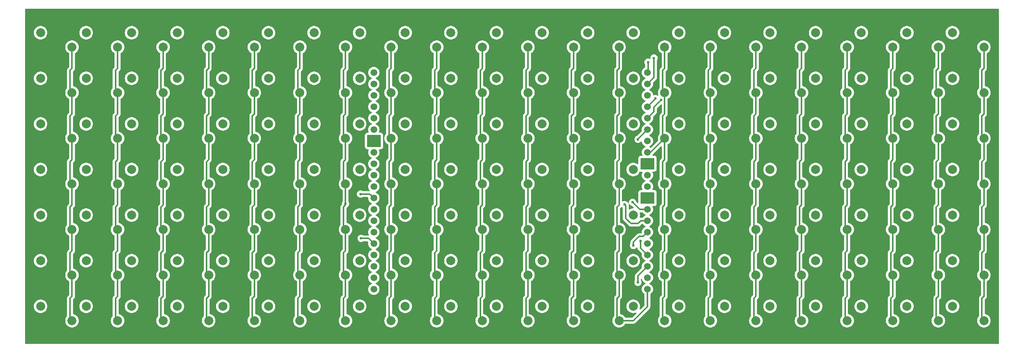
<source format=gbl>
G04 #@! TF.GenerationSoftware,KiCad,Pcbnew,8.0.6-8.0.6-0~ubuntu24.04.1*
G04 #@! TF.CreationDate,2024-11-10T23:39:51-05:00*
G04 #@! TF.ProjectId,array,61727261-792e-46b6-9963-61645f706362,rev?*
G04 #@! TF.SameCoordinates,Original*
G04 #@! TF.FileFunction,Copper,L2,Bot*
G04 #@! TF.FilePolarity,Positive*
%FSLAX46Y46*%
G04 Gerber Fmt 4.6, Leading zero omitted, Abs format (unit mm)*
G04 Created by KiCad (PCBNEW 8.0.6-8.0.6-0~ubuntu24.04.1) date 2024-11-10 23:39:51*
%MOMM*%
%LPD*%
G01*
G04 APERTURE LIST*
G04 #@! TA.AperFunction,NonConductor*
%ADD10C,0.200000*%
G04 #@! TD*
G04 #@! TA.AperFunction,ComponentPad*
%ADD11C,1.500000*%
G04 #@! TD*
G04 #@! TA.AperFunction,ComponentPad*
%ADD12C,2.000000*%
G04 #@! TD*
G04 #@! TA.AperFunction,ViaPad*
%ADD13C,0.600000*%
G04 #@! TD*
G04 #@! TA.AperFunction,Conductor*
%ADD14C,0.300000*%
G04 #@! TD*
G04 APERTURE END LIST*
D10*
X121735000Y-73710000D02*
X124605000Y-73710000D01*
X124605000Y-76180000D01*
X121735000Y-76180000D01*
X121735000Y-73710000D01*
G04 #@! TA.AperFunction,NonConductor*
G36*
X121735000Y-73710000D02*
G01*
X124605000Y-73710000D01*
X124605000Y-76180000D01*
X121735000Y-76180000D01*
X121735000Y-73710000D01*
G37*
G04 #@! TD.AperFunction*
X182620000Y-86480000D02*
X185490000Y-86480000D01*
X185490000Y-88860000D01*
X182620000Y-88860000D01*
X182620000Y-86480000D01*
G04 #@! TA.AperFunction,NonConductor*
G36*
X182620000Y-86480000D02*
G01*
X185490000Y-86480000D01*
X185490000Y-88860000D01*
X182620000Y-88860000D01*
X182620000Y-86480000D01*
G37*
G04 #@! TD.AperFunction*
X182610000Y-78820000D02*
X185480000Y-78820000D01*
X185480000Y-81200000D01*
X182610000Y-81200000D01*
X182610000Y-78820000D01*
G04 #@! TA.AperFunction,NonConductor*
G36*
X182610000Y-78820000D02*
G01*
X185480000Y-78820000D01*
X185480000Y-81200000D01*
X182610000Y-81200000D01*
X182610000Y-78820000D01*
G37*
G04 #@! TD.AperFunction*
D11*
X123122500Y-107970000D03*
X123122500Y-105430000D03*
X123122500Y-102890000D03*
X123122500Y-100350000D03*
X123122500Y-97810000D03*
X123122500Y-95270000D03*
X123122500Y-92730000D03*
X123122500Y-90190000D03*
X123122500Y-87650000D03*
X123122500Y-85110000D03*
X123122500Y-82570000D03*
X123122500Y-80030000D03*
X123122500Y-77490000D03*
X123122500Y-74950000D03*
X123122500Y-72410000D03*
X123122500Y-69870000D03*
X123122500Y-67330000D03*
X123122500Y-64790000D03*
X123122500Y-62250000D03*
X123122500Y-59710000D03*
D12*
X69227500Y-50825000D03*
X69227500Y-60985000D03*
X69227500Y-71145000D03*
X69227500Y-81305000D03*
X69227500Y-91465000D03*
X69227500Y-101625000D03*
X69227500Y-111785000D03*
X76227500Y-54025000D03*
X76227500Y-64185000D03*
X76227500Y-74345000D03*
X76227500Y-84505000D03*
X76227500Y-94665000D03*
X76227500Y-104825000D03*
X76227500Y-114985000D03*
X119977500Y-50825000D03*
X119977500Y-60985000D03*
X119977500Y-71145000D03*
X119977500Y-81305000D03*
X119977500Y-91465000D03*
X119977500Y-101625000D03*
X119977500Y-111785000D03*
X126977500Y-54025000D03*
X126977500Y-64185000D03*
X126977500Y-74345000D03*
X126977500Y-84505000D03*
X126977500Y-94665000D03*
X126977500Y-104825000D03*
X126977500Y-114985000D03*
X48950000Y-50825000D03*
X48950000Y-60985000D03*
X48950000Y-71145000D03*
X48950000Y-81305000D03*
X48950000Y-91465000D03*
X48950000Y-101625000D03*
X48950000Y-111785000D03*
X55950000Y-54025000D03*
X55950000Y-64185000D03*
X55950000Y-74345000D03*
X55950000Y-84505000D03*
X55950000Y-94665000D03*
X55950000Y-104825000D03*
X55950000Y-114985000D03*
X251925000Y-50825000D03*
X251925000Y-60985000D03*
X251925000Y-71145000D03*
X251925000Y-81305000D03*
X251925000Y-91465000D03*
X251925000Y-101625000D03*
X251925000Y-111785000D03*
X258925000Y-54025000D03*
X258925000Y-64185000D03*
X258925000Y-74345000D03*
X258925000Y-84505000D03*
X258925000Y-94665000D03*
X258925000Y-104825000D03*
X258925000Y-114985000D03*
X140277500Y-50825000D03*
X140277500Y-60985000D03*
X140277500Y-71145000D03*
X140277500Y-81305000D03*
X140277500Y-91465000D03*
X140277500Y-101625000D03*
X140277500Y-111785000D03*
X147277500Y-54025000D03*
X147277500Y-64185000D03*
X147277500Y-74345000D03*
X147277500Y-84505000D03*
X147277500Y-94665000D03*
X147277500Y-104825000D03*
X147277500Y-114985000D03*
X160575000Y-50825000D03*
X160575000Y-60985000D03*
X160575000Y-71145000D03*
X160575000Y-81305000D03*
X160575000Y-91465000D03*
X160575000Y-101625000D03*
X160575000Y-111785000D03*
X167575000Y-54025000D03*
X167575000Y-64185000D03*
X167575000Y-74345000D03*
X167575000Y-84505000D03*
X167575000Y-94665000D03*
X167575000Y-104825000D03*
X167575000Y-114985000D03*
X130127500Y-50825000D03*
X130127500Y-60985000D03*
X130127500Y-71145000D03*
X130127500Y-81305000D03*
X130127500Y-91465000D03*
X130127500Y-101625000D03*
X130127500Y-111785000D03*
X137127500Y-54025000D03*
X137127500Y-64185000D03*
X137127500Y-74345000D03*
X137127500Y-84505000D03*
X137127500Y-94665000D03*
X137127500Y-104825000D03*
X137127500Y-114985000D03*
X79377500Y-50825000D03*
X79377500Y-60985000D03*
X79377500Y-71145000D03*
X79377500Y-81305000D03*
X79377500Y-91465000D03*
X79377500Y-101625000D03*
X79377500Y-111785000D03*
X86377500Y-54025000D03*
X86377500Y-64185000D03*
X86377500Y-74345000D03*
X86377500Y-84505000D03*
X86377500Y-94665000D03*
X86377500Y-104825000D03*
X86377500Y-114985000D03*
X211325000Y-50825000D03*
X211325000Y-60985000D03*
X211325000Y-71145000D03*
X211325000Y-81305000D03*
X211325000Y-91465000D03*
X211325000Y-101625000D03*
X211325000Y-111785000D03*
X218325000Y-54025000D03*
X218325000Y-64185000D03*
X218325000Y-74345000D03*
X218325000Y-84505000D03*
X218325000Y-94665000D03*
X218325000Y-104825000D03*
X218325000Y-114985000D03*
X180875000Y-50825000D03*
X180875000Y-60985000D03*
X180875000Y-71145000D03*
X180875000Y-81305000D03*
X180875000Y-91465000D03*
X180875000Y-101625000D03*
X180875000Y-111785000D03*
X187875000Y-54025000D03*
X187875000Y-64185000D03*
X187875000Y-74345000D03*
X187875000Y-84505000D03*
X187875000Y-94665000D03*
X187875000Y-104825000D03*
X187875000Y-114985000D03*
X241775000Y-50825000D03*
X241775000Y-60985000D03*
X241775000Y-71145000D03*
X241775000Y-81305000D03*
X241775000Y-91465000D03*
X241775000Y-101625000D03*
X241775000Y-111785000D03*
X248775000Y-54025000D03*
X248775000Y-64185000D03*
X248775000Y-74345000D03*
X248775000Y-84505000D03*
X248775000Y-94665000D03*
X248775000Y-104825000D03*
X248775000Y-114985000D03*
X109827500Y-50825000D03*
X109827500Y-60985000D03*
X109827500Y-71145000D03*
X109827500Y-81305000D03*
X109827500Y-91465000D03*
X109827500Y-101625000D03*
X109827500Y-111785000D03*
X116827500Y-54025000D03*
X116827500Y-64185000D03*
X116827500Y-74345000D03*
X116827500Y-84505000D03*
X116827500Y-94665000D03*
X116827500Y-104825000D03*
X116827500Y-114985000D03*
X59100000Y-50825000D03*
X59100000Y-60985000D03*
X59100000Y-71145000D03*
X59100000Y-81305000D03*
X59100000Y-91465000D03*
X59100000Y-101625000D03*
X59100000Y-111785000D03*
X66100000Y-54025000D03*
X66100000Y-64185000D03*
X66100000Y-74345000D03*
X66100000Y-84505000D03*
X66100000Y-94665000D03*
X66100000Y-104825000D03*
X66100000Y-114985000D03*
X99677500Y-50825000D03*
X99677500Y-60985000D03*
X99677500Y-71145000D03*
X99677500Y-81305000D03*
X99677500Y-91465000D03*
X99677500Y-101625000D03*
X99677500Y-111785000D03*
X106677500Y-54025000D03*
X106677500Y-64185000D03*
X106677500Y-74345000D03*
X106677500Y-84505000D03*
X106677500Y-94665000D03*
X106677500Y-104825000D03*
X106677500Y-114985000D03*
X231625000Y-50825000D03*
X231625000Y-60985000D03*
X231625000Y-71145000D03*
X231625000Y-81305000D03*
X231625000Y-91465000D03*
X231625000Y-101625000D03*
X231625000Y-111785000D03*
X238625000Y-54025000D03*
X238625000Y-64185000D03*
X238625000Y-74345000D03*
X238625000Y-84505000D03*
X238625000Y-94665000D03*
X238625000Y-104825000D03*
X238625000Y-114985000D03*
X89527500Y-50825000D03*
X89527500Y-60985000D03*
X89527500Y-71145000D03*
X89527500Y-81305000D03*
X89527500Y-91465000D03*
X89527500Y-101625000D03*
X89527500Y-111785000D03*
X96527500Y-54025000D03*
X96527500Y-64185000D03*
X96527500Y-74345000D03*
X96527500Y-84505000D03*
X96527500Y-94665000D03*
X96527500Y-104825000D03*
X96527500Y-114985000D03*
X170725000Y-50825000D03*
X170725000Y-60985000D03*
X170725000Y-71145000D03*
X170725000Y-81305000D03*
X170725000Y-91465000D03*
X170725000Y-101625000D03*
X170725000Y-111785000D03*
X177725000Y-54025000D03*
X177725000Y-64185000D03*
X177725000Y-74345000D03*
X177725000Y-84505000D03*
X177725000Y-94665000D03*
X177725000Y-104825000D03*
X177725000Y-114985000D03*
X191025000Y-50825000D03*
X191025000Y-60985000D03*
X191025000Y-71145000D03*
X191025000Y-81305000D03*
X191025000Y-91465000D03*
X191025000Y-101625000D03*
X191025000Y-111785000D03*
X198025000Y-54025000D03*
X198025000Y-64185000D03*
X198025000Y-74345000D03*
X198025000Y-84505000D03*
X198025000Y-94665000D03*
X198025000Y-104825000D03*
X198025000Y-114985000D03*
X150425000Y-50825000D03*
X150425000Y-60985000D03*
X150425000Y-71145000D03*
X150425000Y-81305000D03*
X150425000Y-91465000D03*
X150425000Y-101625000D03*
X150425000Y-111785000D03*
X157425000Y-54025000D03*
X157425000Y-64185000D03*
X157425000Y-74345000D03*
X157425000Y-84505000D03*
X157425000Y-94665000D03*
X157425000Y-104825000D03*
X157425000Y-114985000D03*
D11*
X184022500Y-59710000D03*
X184022500Y-62250000D03*
X184022500Y-64790000D03*
X184022500Y-67330000D03*
X184022500Y-69870000D03*
X184022500Y-72410000D03*
X184022500Y-74950000D03*
X184022500Y-77490000D03*
X184022500Y-80030000D03*
X184022500Y-82570000D03*
X184022500Y-85110000D03*
X184022500Y-87650000D03*
X184022500Y-90190000D03*
X184022500Y-92730000D03*
X184022500Y-95270000D03*
X184022500Y-97810000D03*
X184022500Y-100350000D03*
X184022500Y-102890000D03*
X184022500Y-105430000D03*
X184022500Y-107970000D03*
D12*
X201175000Y-50825000D03*
X201175000Y-60985000D03*
X201175000Y-71145000D03*
X201175000Y-81305000D03*
X201175000Y-91465000D03*
X201175000Y-101625000D03*
X201175000Y-111785000D03*
X208175000Y-54025000D03*
X208175000Y-64185000D03*
X208175000Y-74345000D03*
X208175000Y-84505000D03*
X208175000Y-94665000D03*
X208175000Y-104825000D03*
X208175000Y-114985000D03*
X221475000Y-50825000D03*
X221475000Y-60985000D03*
X221475000Y-71145000D03*
X221475000Y-81305000D03*
X221475000Y-91465000D03*
X221475000Y-101625000D03*
X221475000Y-111785000D03*
X228475000Y-54025000D03*
X228475000Y-64185000D03*
X228475000Y-74345000D03*
X228475000Y-84505000D03*
X228475000Y-94665000D03*
X228475000Y-104825000D03*
X228475000Y-114985000D03*
D13*
X181910000Y-106450000D03*
X120160000Y-86780000D03*
X181940000Y-74600000D03*
X178965000Y-89105000D03*
X116830000Y-88930000D03*
X184160000Y-57390000D03*
X185490000Y-56460000D03*
X185830000Y-65510000D03*
X182460000Y-97200000D03*
X180720000Y-88620000D03*
X120300000Y-96650000D03*
X187080000Y-65800000D03*
X180900000Y-98250000D03*
D14*
X181940000Y-74600000D02*
X181940000Y-74492500D01*
X228475000Y-84455000D02*
X228475000Y-89215000D01*
X187425000Y-59215000D02*
X187425000Y-63715000D01*
X85927500Y-110015000D02*
X85927500Y-114515000D01*
X156975000Y-114515000D02*
X157425000Y-114965000D01*
X207725000Y-99865000D02*
X207725000Y-104365000D01*
X116377500Y-114515000D02*
X116827500Y-114965000D01*
X106677500Y-99415000D02*
X106227500Y-99865000D01*
X55950000Y-104805000D02*
X55950000Y-109565000D01*
X218325000Y-54005000D02*
X218325000Y-58765000D01*
X96077500Y-114515000D02*
X96527500Y-114965000D01*
X238625000Y-104805000D02*
X238625000Y-109565000D01*
X187875000Y-64155000D02*
X187875000Y-68915000D01*
X65650000Y-94165000D02*
X66100000Y-94615000D01*
X167575000Y-109565000D02*
X167125000Y-110015000D01*
X157425000Y-68915000D02*
X156975000Y-69365000D01*
X106227500Y-94165000D02*
X106677500Y-94615000D01*
X96527500Y-64155000D02*
X96527500Y-68915000D01*
X184022500Y-111837500D02*
X184022500Y-107970000D01*
X65650000Y-110015000D02*
X65650000Y-114515000D01*
X66100000Y-89215000D02*
X65650000Y-89665000D01*
X156975000Y-63715000D02*
X157425000Y-64165000D01*
X187875000Y-99415000D02*
X187425000Y-99865000D01*
X167125000Y-73865000D02*
X167575000Y-74315000D01*
X65650000Y-73865000D02*
X66100000Y-74315000D01*
X258475000Y-69365000D02*
X258475000Y-73865000D01*
X136677500Y-89665000D02*
X136677500Y-94165000D01*
X86377500Y-54005000D02*
X86377500Y-58765000D01*
X177725000Y-64155000D02*
X177725000Y-68915000D01*
X217875000Y-89665000D02*
X217875000Y-94165000D01*
X146827500Y-94165000D02*
X147277500Y-94615000D01*
X248325000Y-63715000D02*
X248775000Y-64165000D01*
X218325000Y-74355000D02*
X218325000Y-79115000D01*
X208175000Y-54005000D02*
X208175000Y-58765000D01*
X146827500Y-89665000D02*
X146827500Y-94165000D01*
X156975000Y-73865000D02*
X157425000Y-74315000D01*
X248775000Y-74355000D02*
X248775000Y-79115000D01*
X96527500Y-54005000D02*
X96527500Y-58765000D01*
X157425000Y-99415000D02*
X156975000Y-99865000D01*
X180350000Y-93350000D02*
X181940000Y-93350000D01*
X258475000Y-79565000D02*
X258475000Y-84065000D01*
X167125000Y-89665000D02*
X167125000Y-94165000D01*
X187425000Y-114515000D02*
X187875000Y-114965000D01*
X217875000Y-69365000D02*
X217875000Y-73865000D01*
X177275000Y-99865000D02*
X177275000Y-104365000D01*
X106677500Y-79115000D02*
X106227500Y-79565000D01*
X218325000Y-109565000D02*
X217875000Y-110015000D01*
X187425000Y-73865000D02*
X187875000Y-74315000D01*
X146827500Y-63715000D02*
X147277500Y-64165000D01*
X197575000Y-99865000D02*
X197575000Y-104365000D01*
X238175000Y-59215000D02*
X238175000Y-63715000D01*
X96527500Y-99415000D02*
X96077500Y-99865000D01*
X228025000Y-94165000D02*
X228475000Y-94615000D01*
X116827500Y-109565000D02*
X116377500Y-110015000D01*
X55500000Y-79565000D02*
X55500000Y-84065000D01*
X218325000Y-58765000D02*
X217875000Y-59215000D01*
X218325000Y-94655000D02*
X218325000Y-99415000D01*
X185490000Y-56460000D02*
X185490000Y-60782500D01*
X180740000Y-88620000D02*
X182310000Y-90190000D01*
X180900000Y-97500000D02*
X182200000Y-96200000D01*
X120160000Y-86780000D02*
X122252500Y-86780000D01*
X228475000Y-74355000D02*
X228475000Y-79115000D01*
X258925000Y-104805000D02*
X258925000Y-109565000D01*
X207725000Y-59215000D02*
X207725000Y-63715000D01*
X167575000Y-79115000D02*
X167125000Y-79565000D01*
X85927500Y-79565000D02*
X85927500Y-84065000D01*
X177725000Y-99415000D02*
X177275000Y-99865000D01*
X197575000Y-69365000D02*
X197575000Y-73865000D01*
X187425000Y-110015000D02*
X187425000Y-114515000D01*
X126977500Y-79115000D02*
X126527500Y-79565000D01*
X120300000Y-96650000D02*
X121962500Y-96650000D01*
X66100000Y-74355000D02*
X66100000Y-79115000D01*
X137127500Y-89215000D02*
X136677500Y-89665000D01*
X238625000Y-79115000D02*
X238175000Y-79565000D01*
X126527500Y-114515000D02*
X126977500Y-114965000D01*
X156975000Y-84065000D02*
X157425000Y-84515000D01*
X96527500Y-58765000D02*
X96077500Y-59215000D01*
X136677500Y-114515000D02*
X137127500Y-114965000D01*
X66100000Y-104805000D02*
X66100000Y-109565000D01*
X137127500Y-99415000D02*
X136677500Y-99865000D01*
X180900000Y-98250000D02*
X180900000Y-97500000D01*
X182580000Y-92730000D02*
X184022500Y-92730000D01*
X177275000Y-110015000D02*
X177275000Y-114515000D01*
X217875000Y-73865000D02*
X218325000Y-74315000D01*
X238175000Y-84065000D02*
X238625000Y-84515000D01*
X146827500Y-99865000D02*
X146827500Y-104365000D01*
X106677500Y-68915000D02*
X106227500Y-69365000D01*
X55500000Y-99865000D02*
X55500000Y-104365000D01*
X177275000Y-94165000D02*
X177725000Y-94615000D01*
X248775000Y-68915000D02*
X248325000Y-69365000D01*
X147277500Y-64155000D02*
X147277500Y-68915000D01*
X146827500Y-69365000D02*
X146827500Y-73865000D01*
X238175000Y-79565000D02*
X238175000Y-84065000D01*
X156975000Y-79565000D02*
X156975000Y-84065000D01*
X167575000Y-68915000D02*
X167125000Y-69365000D01*
X137127500Y-74355000D02*
X137127500Y-79115000D01*
X197575000Y-84065000D02*
X198025000Y-84515000D01*
X76227500Y-54005000D02*
X76227500Y-58765000D01*
X156975000Y-110015000D02*
X156975000Y-114515000D01*
X177275000Y-69365000D02*
X177275000Y-73865000D01*
X238175000Y-114515000D02*
X238625000Y-114965000D01*
X182460000Y-97200000D02*
X182460000Y-98787500D01*
X96527500Y-74355000D02*
X96527500Y-79115000D01*
X126527500Y-104365000D02*
X126977500Y-104815000D01*
X156975000Y-89665000D02*
X156975000Y-94165000D01*
X187875000Y-89215000D02*
X187425000Y-89665000D01*
X167575000Y-84455000D02*
X167575000Y-89215000D01*
X116827500Y-99415000D02*
X116377500Y-99865000D01*
X136677500Y-110015000D02*
X136677500Y-114515000D01*
X76227500Y-74355000D02*
X76227500Y-79115000D01*
X75777500Y-63715000D02*
X76227500Y-64165000D01*
X75777500Y-79565000D02*
X75777500Y-84065000D01*
X66100000Y-84455000D02*
X66100000Y-89215000D01*
X197575000Y-59215000D02*
X197575000Y-63715000D01*
X156975000Y-59215000D02*
X156975000Y-63715000D01*
X121962500Y-96650000D02*
X123122500Y-97810000D01*
X228475000Y-104805000D02*
X228475000Y-109565000D01*
X157425000Y-89215000D02*
X156975000Y-89665000D01*
X156975000Y-69365000D02*
X156975000Y-73865000D01*
X179210000Y-89350000D02*
X179210000Y-92210000D01*
X126977500Y-84455000D02*
X126977500Y-89215000D01*
X126527500Y-79565000D02*
X126527500Y-84065000D01*
X55950000Y-74355000D02*
X55950000Y-79115000D01*
X96527500Y-109565000D02*
X96077500Y-110015000D01*
X106677500Y-54005000D02*
X106677500Y-58765000D01*
X228475000Y-99415000D02*
X228025000Y-99865000D01*
X126977500Y-109565000D02*
X126527500Y-110015000D01*
X258925000Y-99415000D02*
X258475000Y-99865000D01*
X55500000Y-94165000D02*
X55950000Y-94615000D01*
X218325000Y-104805000D02*
X218325000Y-109565000D01*
X96077500Y-73865000D02*
X96527500Y-74315000D01*
X136677500Y-69365000D02*
X136677500Y-73865000D01*
X86377500Y-94655000D02*
X86377500Y-99415000D01*
X157425000Y-64155000D02*
X157425000Y-68915000D01*
X207725000Y-104365000D02*
X208175000Y-104815000D01*
X248775000Y-84455000D02*
X248775000Y-89215000D01*
X218325000Y-99415000D02*
X217875000Y-99865000D01*
X187875000Y-84455000D02*
X187875000Y-89215000D01*
X147277500Y-68915000D02*
X146827500Y-69365000D01*
X75777500Y-110015000D02*
X75777500Y-114515000D01*
X167575000Y-58765000D02*
X167125000Y-59215000D01*
X75777500Y-99865000D02*
X75777500Y-104365000D01*
X96527500Y-68915000D02*
X96077500Y-69365000D01*
X157425000Y-79115000D02*
X156975000Y-79565000D01*
X177725000Y-104805000D02*
X177725000Y-109565000D01*
X208175000Y-99415000D02*
X207725000Y-99865000D01*
X116827500Y-79115000D02*
X116377500Y-79565000D01*
X146827500Y-59215000D02*
X146827500Y-63715000D01*
X248775000Y-64155000D02*
X248775000Y-68915000D01*
X228025000Y-84065000D02*
X228475000Y-84515000D01*
X116827500Y-94655000D02*
X116827500Y-99415000D01*
X55500000Y-59215000D02*
X55500000Y-63715000D01*
X96077500Y-69365000D02*
X96077500Y-73865000D01*
X217875000Y-63715000D02*
X218325000Y-64165000D01*
X66100000Y-58765000D02*
X65650000Y-59215000D01*
X258475000Y-84065000D02*
X258925000Y-84515000D01*
X55950000Y-58765000D02*
X55500000Y-59215000D01*
X218325000Y-89215000D02*
X217875000Y-89665000D01*
X147277500Y-58765000D02*
X146827500Y-59215000D01*
X116827500Y-64155000D02*
X116827500Y-68915000D01*
X258925000Y-89215000D02*
X258475000Y-89665000D01*
X156975000Y-104365000D02*
X157425000Y-104815000D01*
X248325000Y-94165000D02*
X248775000Y-94615000D01*
X238175000Y-104365000D02*
X238625000Y-104815000D01*
X238625000Y-89215000D02*
X238175000Y-89665000D01*
X55500000Y-63715000D02*
X55950000Y-64165000D01*
X106677500Y-109565000D02*
X106227500Y-110015000D01*
X55950000Y-68915000D02*
X55500000Y-69365000D01*
X75777500Y-104365000D02*
X76227500Y-104815000D01*
X238625000Y-109565000D02*
X238175000Y-110015000D01*
X258925000Y-54005000D02*
X258925000Y-58765000D01*
X86377500Y-79115000D02*
X85927500Y-79565000D01*
X228475000Y-109565000D02*
X228025000Y-110015000D01*
X136677500Y-59215000D02*
X136677500Y-63715000D01*
X116377500Y-99865000D02*
X116377500Y-104365000D01*
X65650000Y-69365000D02*
X65650000Y-73865000D01*
X248325000Y-99865000D02*
X248325000Y-104365000D01*
X228475000Y-54005000D02*
X228475000Y-58765000D01*
X136677500Y-94165000D02*
X137127500Y-94615000D01*
X258925000Y-58765000D02*
X258475000Y-59215000D01*
X248775000Y-109565000D02*
X248325000Y-110015000D01*
X137127500Y-54005000D02*
X137127500Y-58765000D01*
X65650000Y-99865000D02*
X65650000Y-104365000D01*
X55500000Y-69365000D02*
X55500000Y-73865000D01*
X147277500Y-84455000D02*
X147277500Y-89215000D01*
X207725000Y-94165000D02*
X208175000Y-94615000D01*
X228475000Y-64155000D02*
X228475000Y-68915000D01*
X177725000Y-58765000D02*
X177275000Y-59215000D01*
X75777500Y-114515000D02*
X76227500Y-114965000D01*
X86377500Y-68915000D02*
X85927500Y-69365000D01*
X187875000Y-58765000D02*
X187425000Y-59215000D01*
X55500000Y-89665000D02*
X55500000Y-94165000D01*
X75777500Y-73865000D02*
X76227500Y-74315000D01*
X126977500Y-54005000D02*
X126977500Y-58765000D01*
X218325000Y-64155000D02*
X218325000Y-68915000D01*
X181910000Y-106450000D02*
X181910000Y-105002500D01*
X116827500Y-84455000D02*
X116827500Y-89215000D01*
X136677500Y-63715000D02*
X137127500Y-64165000D01*
X106227500Y-110015000D02*
X106227500Y-114515000D01*
X126977500Y-104805000D02*
X126977500Y-109565000D01*
X181940000Y-93350000D02*
X181950000Y-93360000D01*
X126527500Y-59215000D02*
X126527500Y-63715000D01*
X238625000Y-64155000D02*
X238625000Y-68915000D01*
X177725000Y-84455000D02*
X177725000Y-89215000D01*
X182460000Y-98787500D02*
X184022500Y-100350000D01*
X96077500Y-84065000D02*
X96527500Y-84515000D01*
X106677500Y-64155000D02*
X106677500Y-68915000D01*
X228475000Y-58765000D02*
X228025000Y-59215000D01*
X198025000Y-89215000D02*
X197575000Y-89665000D01*
X167125000Y-59215000D02*
X167125000Y-63715000D01*
X167575000Y-89215000D02*
X167125000Y-89665000D01*
X177725000Y-89215000D02*
X177275000Y-89665000D01*
X116827500Y-89215000D02*
X116377500Y-89665000D01*
X65650000Y-104365000D02*
X66100000Y-104815000D01*
X116377500Y-69365000D02*
X116377500Y-73865000D01*
X126527500Y-73865000D02*
X126977500Y-74315000D01*
X238625000Y-58765000D02*
X238175000Y-59215000D01*
X177275000Y-89665000D02*
X177275000Y-94165000D01*
X207725000Y-110015000D02*
X207725000Y-114515000D01*
X167125000Y-110015000D02*
X167125000Y-114515000D01*
X187425000Y-63715000D02*
X187875000Y-64165000D01*
X75777500Y-89665000D02*
X75777500Y-94165000D01*
X198025000Y-94655000D02*
X198025000Y-99415000D01*
X146827500Y-110015000D02*
X146827500Y-114515000D01*
X96527500Y-89215000D02*
X96077500Y-89665000D01*
X167125000Y-69365000D02*
X167125000Y-73865000D01*
X207725000Y-114515000D02*
X208175000Y-114965000D01*
X238625000Y-68915000D02*
X238175000Y-69365000D01*
X258475000Y-104365000D02*
X258925000Y-104815000D01*
X66100000Y-64155000D02*
X66100000Y-68915000D01*
X75777500Y-84065000D02*
X76227500Y-84515000D01*
X106227500Y-69365000D02*
X106227500Y-73865000D01*
X76227500Y-89215000D02*
X75777500Y-89665000D01*
X182310000Y-90190000D02*
X184022500Y-90190000D01*
X126527500Y-84065000D02*
X126977500Y-84515000D01*
X187425000Y-79565000D02*
X187425000Y-84065000D01*
X75777500Y-59215000D02*
X75777500Y-63715000D01*
X181940000Y-74492500D02*
X184022500Y-72410000D01*
X177725000Y-79115000D02*
X177275000Y-79565000D01*
X177725000Y-114985000D02*
X180875000Y-114985000D01*
X208175000Y-109565000D02*
X207725000Y-110015000D01*
X182200000Y-96200000D02*
X183092500Y-96200000D01*
X85927500Y-59215000D02*
X85927500Y-63715000D01*
X258925000Y-64155000D02*
X258925000Y-68915000D01*
X177725000Y-94655000D02*
X177725000Y-99415000D01*
X184160000Y-59572500D02*
X184022500Y-59710000D01*
X228025000Y-59215000D02*
X228025000Y-63715000D01*
X126977500Y-68915000D02*
X126527500Y-69365000D01*
X208175000Y-74355000D02*
X208175000Y-79115000D01*
X258475000Y-59215000D02*
X258475000Y-63715000D01*
X198025000Y-79115000D02*
X197575000Y-79565000D01*
X258475000Y-99865000D02*
X258475000Y-104365000D01*
X208175000Y-104805000D02*
X208175000Y-109565000D01*
X167575000Y-104805000D02*
X167575000Y-109565000D01*
X207725000Y-79565000D02*
X207725000Y-84065000D01*
X106677500Y-74355000D02*
X106677500Y-79115000D01*
X197575000Y-110015000D02*
X197575000Y-114515000D01*
X76227500Y-84455000D02*
X76227500Y-89215000D01*
X116377500Y-63715000D02*
X116827500Y-64165000D01*
X65650000Y-63715000D02*
X66100000Y-64165000D01*
X228025000Y-69365000D02*
X228025000Y-73865000D01*
X106677500Y-84455000D02*
X106677500Y-89215000D01*
X86377500Y-109565000D02*
X85927500Y-110015000D01*
X85927500Y-73865000D02*
X86377500Y-74315000D01*
X187875000Y-104805000D02*
X187875000Y-109565000D01*
X217875000Y-104365000D02*
X218325000Y-104815000D01*
X126977500Y-74355000D02*
X126977500Y-79115000D01*
X116827500Y-68915000D02*
X116377500Y-69365000D01*
X126977500Y-99415000D02*
X126527500Y-99865000D01*
X167125000Y-84065000D02*
X167575000Y-84515000D01*
X96077500Y-89665000D02*
X96077500Y-94165000D01*
X228025000Y-79565000D02*
X228025000Y-84065000D01*
X86377500Y-104805000D02*
X86377500Y-109565000D01*
X96077500Y-104365000D02*
X96527500Y-104815000D01*
X137127500Y-79115000D02*
X136677500Y-79565000D01*
X208175000Y-94655000D02*
X208175000Y-99415000D01*
X66100000Y-94655000D02*
X66100000Y-99415000D01*
X96077500Y-63715000D02*
X96527500Y-64165000D01*
X187425000Y-69365000D02*
X187425000Y-73865000D01*
X136677500Y-99865000D02*
X136677500Y-104365000D01*
X55950000Y-79115000D02*
X55500000Y-79565000D01*
X55500000Y-73865000D02*
X55950000Y-74315000D01*
X217875000Y-84065000D02*
X218325000Y-84515000D01*
X258925000Y-84455000D02*
X258925000Y-89215000D01*
X187875000Y-68915000D02*
X187425000Y-69365000D01*
X198025000Y-68915000D02*
X197575000Y-69365000D01*
X248325000Y-84065000D02*
X248775000Y-84515000D01*
X86377500Y-89215000D02*
X85927500Y-89665000D01*
X85927500Y-99865000D02*
X85927500Y-104365000D01*
X183092500Y-96200000D02*
X184022500Y-95270000D01*
X137127500Y-94655000D02*
X137127500Y-99415000D01*
X167575000Y-94655000D02*
X167575000Y-99415000D01*
X218325000Y-84455000D02*
X218325000Y-89215000D01*
X65650000Y-89665000D02*
X65650000Y-94165000D01*
X136677500Y-104365000D02*
X137127500Y-104815000D01*
X228025000Y-110015000D02*
X228025000Y-114515000D01*
X248775000Y-94655000D02*
X248775000Y-99415000D01*
X86377500Y-58765000D02*
X85927500Y-59215000D01*
X228025000Y-99865000D02*
X228025000Y-104365000D01*
X106227500Y-84065000D02*
X106677500Y-84515000D01*
X106227500Y-63715000D02*
X106677500Y-64165000D01*
X238175000Y-73865000D02*
X238625000Y-74315000D01*
X238625000Y-84455000D02*
X238625000Y-89215000D01*
X55950000Y-89215000D02*
X55500000Y-89665000D01*
X126977500Y-58765000D02*
X126527500Y-59215000D01*
X116827500Y-104805000D02*
X116827500Y-109565000D01*
X187425000Y-104365000D02*
X187875000Y-104815000D01*
X248325000Y-104365000D02*
X248775000Y-104815000D01*
X187875000Y-54005000D02*
X187875000Y-58765000D01*
X116827500Y-54005000D02*
X116827500Y-58765000D01*
X197575000Y-94165000D02*
X198025000Y-94615000D01*
X96527500Y-79115000D02*
X96077500Y-79565000D01*
X208175000Y-64155000D02*
X208175000Y-68915000D01*
X167125000Y-114515000D02*
X167575000Y-114965000D01*
X167125000Y-63715000D02*
X167575000Y-64165000D01*
X177275000Y-73865000D02*
X177725000Y-74315000D01*
X238175000Y-89665000D02*
X238175000Y-94165000D01*
X248325000Y-110015000D02*
X248325000Y-114515000D01*
X116377500Y-104365000D02*
X116827500Y-104815000D01*
X116377500Y-84065000D02*
X116827500Y-84515000D01*
X248775000Y-54005000D02*
X248775000Y-58765000D01*
X147277500Y-54005000D02*
X147277500Y-58765000D01*
X177275000Y-59215000D02*
X177275000Y-63715000D01*
X65650000Y-79565000D02*
X65650000Y-84065000D01*
X238625000Y-94655000D02*
X238625000Y-99415000D01*
X106677500Y-58765000D02*
X106227500Y-59215000D01*
X116827500Y-74355000D02*
X116827500Y-79115000D01*
X55950000Y-94655000D02*
X55950000Y-99415000D01*
X136677500Y-84065000D02*
X137127500Y-84515000D01*
X178965000Y-89105000D02*
X179210000Y-89350000D01*
X96077500Y-94165000D02*
X96527500Y-94615000D01*
X76227500Y-109565000D02*
X75777500Y-110015000D01*
X136677500Y-79565000D02*
X136677500Y-84065000D01*
X198025000Y-74355000D02*
X198025000Y-79115000D01*
X228025000Y-63715000D02*
X228475000Y-64165000D01*
X197575000Y-73865000D02*
X198025000Y-74315000D01*
X185830000Y-65510000D02*
X185830000Y-65522500D01*
X85927500Y-63715000D02*
X86377500Y-64165000D01*
X208175000Y-79115000D02*
X207725000Y-79565000D01*
X184160000Y-57390000D02*
X184160000Y-59572500D01*
X116377500Y-94165000D02*
X116827500Y-94615000D01*
X248775000Y-79115000D02*
X248325000Y-79565000D01*
X185480000Y-68412500D02*
X184022500Y-69870000D01*
X177275000Y-84065000D02*
X177725000Y-84515000D01*
X228475000Y-94655000D02*
X228475000Y-99415000D01*
X187875000Y-74345000D02*
X184730000Y-77490000D01*
X76227500Y-94655000D02*
X76227500Y-99415000D01*
X187875000Y-74355000D02*
X187875000Y-79115000D01*
X116827500Y-58765000D02*
X116377500Y-59215000D01*
X180720000Y-88620000D02*
X180740000Y-88620000D01*
X106227500Y-59215000D02*
X106227500Y-63715000D01*
X248325000Y-114515000D02*
X248775000Y-114965000D01*
X238175000Y-94165000D02*
X238625000Y-94615000D01*
X181910000Y-105002500D02*
X184022500Y-102890000D01*
X198025000Y-104805000D02*
X198025000Y-109565000D01*
X66100000Y-79115000D02*
X65650000Y-79565000D01*
X258475000Y-63715000D02*
X258925000Y-64165000D01*
X137127500Y-104805000D02*
X137127500Y-109565000D01*
X197575000Y-114515000D02*
X198025000Y-114965000D01*
X177725000Y-74355000D02*
X177725000Y-79115000D01*
X197575000Y-89665000D02*
X197575000Y-94165000D01*
X126977500Y-64155000D02*
X126977500Y-68915000D01*
X86377500Y-64155000D02*
X86377500Y-68915000D01*
X177275000Y-79565000D02*
X177275000Y-84065000D01*
X86377500Y-74355000D02*
X86377500Y-79115000D01*
X156975000Y-94165000D02*
X157425000Y-94615000D01*
X248775000Y-99415000D02*
X248325000Y-99865000D01*
X258475000Y-114515000D02*
X258925000Y-114965000D01*
X180875000Y-114985000D02*
X184022500Y-111837500D01*
X96077500Y-79565000D02*
X96077500Y-84065000D01*
X197575000Y-63715000D02*
X198025000Y-64165000D01*
X198025000Y-84455000D02*
X198025000Y-89215000D01*
X96527500Y-94655000D02*
X96527500Y-99415000D01*
X55500000Y-84065000D02*
X55950000Y-84515000D01*
X187425000Y-84065000D02*
X187875000Y-84515000D01*
X198025000Y-54005000D02*
X198025000Y-58765000D01*
X248775000Y-89215000D02*
X248325000Y-89665000D01*
X76227500Y-104805000D02*
X76227500Y-109565000D01*
X137127500Y-84455000D02*
X137127500Y-89215000D01*
X248775000Y-104805000D02*
X248775000Y-109565000D01*
X208175000Y-84455000D02*
X208175000Y-89215000D01*
X207725000Y-73865000D02*
X208175000Y-74315000D01*
X55950000Y-54005000D02*
X55950000Y-58765000D01*
X184730000Y-77490000D02*
X184022500Y-77490000D01*
X177725000Y-54005000D02*
X177725000Y-58765000D01*
X116377500Y-89665000D02*
X116377500Y-94165000D01*
X198025000Y-58765000D02*
X197575000Y-59215000D01*
X258475000Y-73865000D02*
X258925000Y-74315000D01*
X106227500Y-104365000D02*
X106677500Y-104815000D01*
X228025000Y-73865000D02*
X228475000Y-74315000D01*
X106227500Y-73865000D02*
X106677500Y-74315000D01*
X75777500Y-69365000D02*
X75777500Y-73865000D01*
X85927500Y-89665000D02*
X85927500Y-94165000D01*
X146827500Y-79565000D02*
X146827500Y-84065000D01*
X96527500Y-84455000D02*
X96527500Y-89215000D01*
X157425000Y-109565000D02*
X156975000Y-110015000D01*
X238175000Y-99865000D02*
X238175000Y-104365000D01*
X137127500Y-58765000D02*
X136677500Y-59215000D01*
X217875000Y-94165000D02*
X218325000Y-94615000D01*
X167125000Y-79565000D02*
X167125000Y-84065000D01*
X66100000Y-109565000D02*
X65650000Y-110015000D01*
X167575000Y-54005000D02*
X167575000Y-58765000D01*
X106227500Y-99865000D02*
X106227500Y-104365000D01*
X185830000Y-65522500D02*
X184022500Y-67330000D01*
X85927500Y-69365000D02*
X85927500Y-73865000D01*
X187080000Y-65800000D02*
X185480000Y-67400000D01*
X147277500Y-99415000D02*
X146827500Y-99865000D01*
X146827500Y-73865000D02*
X147277500Y-74315000D01*
X238625000Y-74355000D02*
X238625000Y-79115000D01*
X147277500Y-89215000D02*
X146827500Y-89665000D01*
X187425000Y-99865000D02*
X187425000Y-104365000D01*
X106677500Y-94655000D02*
X106677500Y-99415000D01*
X185480000Y-67400000D02*
X185480000Y-68412500D01*
X66100000Y-68915000D02*
X65650000Y-69365000D01*
X218325000Y-68915000D02*
X217875000Y-69365000D01*
X208175000Y-68915000D02*
X207725000Y-69365000D01*
X197575000Y-104365000D02*
X198025000Y-104815000D01*
X157425000Y-104805000D02*
X157425000Y-109565000D01*
X65650000Y-84065000D02*
X66100000Y-84515000D01*
X167575000Y-64155000D02*
X167575000Y-68915000D01*
X55500000Y-114515000D02*
X55950000Y-114965000D01*
X147277500Y-79115000D02*
X146827500Y-79565000D01*
X106227500Y-89665000D02*
X106227500Y-94165000D01*
X177275000Y-63715000D02*
X177725000Y-64165000D01*
X106677500Y-104805000D02*
X106677500Y-109565000D01*
X177275000Y-104365000D02*
X177725000Y-104815000D01*
X167125000Y-94165000D02*
X167575000Y-94615000D01*
X228475000Y-89215000D02*
X228025000Y-89665000D01*
X106227500Y-114515000D02*
X106677500Y-114965000D01*
X228025000Y-89665000D02*
X228025000Y-94165000D01*
X126527500Y-69365000D02*
X126527500Y-73865000D01*
X187875000Y-79115000D02*
X187425000Y-79565000D01*
X76227500Y-68915000D02*
X75777500Y-69365000D01*
X116377500Y-73865000D02*
X116827500Y-74315000D01*
X258925000Y-94655000D02*
X258925000Y-99415000D01*
X86377500Y-84455000D02*
X86377500Y-89215000D01*
X187425000Y-89665000D02*
X187425000Y-90185000D01*
X238625000Y-99415000D02*
X238175000Y-99865000D01*
X147277500Y-104805000D02*
X147277500Y-109565000D01*
X126527500Y-110015000D02*
X126527500Y-114515000D01*
X185490000Y-60782500D02*
X184022500Y-62250000D01*
X157425000Y-84455000D02*
X157425000Y-89215000D01*
X55950000Y-84455000D02*
X55950000Y-89215000D01*
X65650000Y-59215000D02*
X65650000Y-63715000D01*
X177725000Y-68915000D02*
X177275000Y-69365000D01*
X85927500Y-104365000D02*
X86377500Y-104815000D01*
X167125000Y-99865000D02*
X167125000Y-104365000D01*
X85927500Y-94165000D02*
X86377500Y-94615000D01*
X55950000Y-99415000D02*
X55500000Y-99865000D01*
X75777500Y-94165000D02*
X76227500Y-94615000D01*
X55950000Y-64155000D02*
X55950000Y-68915000D01*
X156975000Y-99865000D02*
X156975000Y-104365000D01*
X238175000Y-110015000D02*
X238175000Y-114515000D01*
X248325000Y-59215000D02*
X248325000Y-63715000D01*
X228475000Y-79115000D02*
X228025000Y-79565000D01*
X157425000Y-58765000D02*
X156975000Y-59215000D01*
X126527500Y-94165000D02*
X126977500Y-94615000D01*
X167125000Y-104365000D02*
X167575000Y-104815000D01*
X126527500Y-99865000D02*
X126527500Y-104365000D01*
X177275000Y-114515000D02*
X177725000Y-114965000D01*
X228025000Y-104365000D02*
X228475000Y-104815000D01*
X179210000Y-92210000D02*
X180350000Y-93350000D01*
X55500000Y-110015000D02*
X55500000Y-114515000D01*
X96077500Y-110015000D02*
X96077500Y-114515000D01*
X76227500Y-58765000D02*
X75777500Y-59215000D01*
X258925000Y-74355000D02*
X258925000Y-79115000D01*
X106677500Y-89215000D02*
X106227500Y-89665000D01*
X96527500Y-104805000D02*
X96527500Y-109565000D01*
X55950000Y-109565000D02*
X55500000Y-110015000D01*
X181950000Y-93360000D02*
X182580000Y-92730000D01*
X198025000Y-109565000D02*
X197575000Y-110015000D01*
X76227500Y-79115000D02*
X75777500Y-79565000D01*
X137127500Y-109565000D02*
X136677500Y-110015000D01*
X96077500Y-99865000D02*
X96077500Y-104365000D01*
X217875000Y-99865000D02*
X217875000Y-104365000D01*
X248775000Y-58765000D02*
X248325000Y-59215000D01*
X126527500Y-89665000D02*
X126527500Y-94165000D01*
X228475000Y-68915000D02*
X228025000Y-69365000D01*
X258475000Y-110015000D02*
X258475000Y-114515000D01*
X147277500Y-94655000D02*
X147277500Y-99415000D01*
X207725000Y-89665000D02*
X207725000Y-94165000D01*
X187875000Y-109565000D02*
X187425000Y-110015000D01*
X187425000Y-90185000D02*
X187425000Y-94165000D01*
X218325000Y-79115000D02*
X217875000Y-79565000D01*
X217875000Y-59215000D02*
X217875000Y-63715000D01*
X116377500Y-79565000D02*
X116377500Y-84065000D01*
X116377500Y-59215000D02*
X116377500Y-63715000D01*
X146827500Y-114515000D02*
X147277500Y-114965000D01*
X248325000Y-69365000D02*
X248325000Y-73865000D01*
X85927500Y-114515000D02*
X86377500Y-114965000D01*
X157425000Y-54005000D02*
X157425000Y-58765000D01*
X167575000Y-74355000D02*
X167575000Y-79115000D01*
X147277500Y-74355000D02*
X147277500Y-79115000D01*
X207725000Y-63715000D02*
X208175000Y-64165000D01*
X146827500Y-84065000D02*
X147277500Y-84515000D01*
X197575000Y-79565000D02*
X197575000Y-84065000D01*
X198025000Y-64155000D02*
X198025000Y-68915000D01*
X55500000Y-104365000D02*
X55950000Y-104815000D01*
X126527500Y-63715000D02*
X126977500Y-64165000D01*
X147277500Y-109565000D02*
X146827500Y-110015000D01*
X208175000Y-58765000D02*
X207725000Y-59215000D01*
X177725000Y-109565000D02*
X177275000Y-110015000D01*
X248325000Y-73865000D02*
X248775000Y-74315000D01*
X198025000Y-99415000D02*
X197575000Y-99865000D01*
X228025000Y-114515000D02*
X228475000Y-114965000D01*
X76227500Y-99415000D02*
X75777500Y-99865000D01*
X137127500Y-68915000D02*
X136677500Y-69365000D01*
X157425000Y-94655000D02*
X157425000Y-99415000D01*
X116377500Y-110015000D02*
X116377500Y-114515000D01*
X126977500Y-94655000D02*
X126977500Y-99415000D01*
X248325000Y-89665000D02*
X248325000Y-94165000D01*
X217875000Y-114515000D02*
X218325000Y-114965000D01*
X208175000Y-89215000D02*
X207725000Y-89665000D01*
X207725000Y-84065000D02*
X208175000Y-84515000D01*
X86377500Y-99415000D02*
X85927500Y-99865000D01*
X76227500Y-64155000D02*
X76227500Y-68915000D01*
X157425000Y-74355000D02*
X157425000Y-79115000D01*
X136677500Y-73865000D02*
X137127500Y-74315000D01*
X66100000Y-54005000D02*
X66100000Y-58765000D01*
X187875000Y-94655000D02*
X187875000Y-99415000D01*
X258925000Y-109565000D02*
X258475000Y-110015000D01*
X258475000Y-89665000D02*
X258475000Y-94165000D01*
X65650000Y-114515000D02*
X66100000Y-114965000D01*
X122252500Y-86780000D02*
X123122500Y-87650000D01*
X238175000Y-63715000D02*
X238625000Y-64165000D01*
X258925000Y-79115000D02*
X258475000Y-79565000D01*
X217875000Y-79565000D02*
X217875000Y-84065000D01*
X207725000Y-69365000D02*
X207725000Y-73865000D01*
X217875000Y-110015000D02*
X217875000Y-114515000D01*
X85927500Y-84065000D02*
X86377500Y-84515000D01*
X96077500Y-59215000D02*
X96077500Y-63715000D01*
X248325000Y-79565000D02*
X248325000Y-84065000D01*
X258475000Y-94165000D02*
X258925000Y-94615000D01*
X167575000Y-99415000D02*
X167125000Y-99865000D01*
X187425000Y-94165000D02*
X187875000Y-94615000D01*
X238625000Y-54005000D02*
X238625000Y-58765000D01*
X146827500Y-104365000D02*
X147277500Y-104815000D01*
X106227500Y-79565000D02*
X106227500Y-84065000D01*
X126977500Y-89215000D02*
X126527500Y-89665000D01*
X66100000Y-99415000D02*
X65650000Y-99865000D01*
X137127500Y-64155000D02*
X137127500Y-68915000D01*
X258925000Y-68915000D02*
X258475000Y-69365000D01*
X238175000Y-69365000D02*
X238175000Y-73865000D01*
G04 #@! TA.AperFunction,NonConductor*
G36*
X262213039Y-45529685D02*
G01*
X262258794Y-45582489D01*
X262270000Y-45634000D01*
X262270000Y-120046000D01*
X262250315Y-120113039D01*
X262197511Y-120158794D01*
X262146000Y-120170000D01*
X45624000Y-120170000D01*
X45556961Y-120150315D01*
X45511206Y-120097511D01*
X45500000Y-120046000D01*
X45500000Y-111784994D01*
X47444357Y-111784994D01*
X47444357Y-111785005D01*
X47464890Y-112032812D01*
X47464892Y-112032824D01*
X47525936Y-112273881D01*
X47625826Y-112501606D01*
X47761833Y-112709782D01*
X47761836Y-112709785D01*
X47930256Y-112892738D01*
X48126491Y-113045474D01*
X48345190Y-113163828D01*
X48580386Y-113244571D01*
X48825665Y-113285500D01*
X49074335Y-113285500D01*
X49319614Y-113244571D01*
X49554810Y-113163828D01*
X49773509Y-113045474D01*
X49969744Y-112892738D01*
X50138164Y-112709785D01*
X50274173Y-112501607D01*
X50374063Y-112273881D01*
X50435108Y-112032821D01*
X50455643Y-111785000D01*
X50438965Y-111583731D01*
X50435109Y-111537187D01*
X50435107Y-111537175D01*
X50374063Y-111296118D01*
X50274173Y-111068393D01*
X50138166Y-110860217D01*
X50116557Y-110836744D01*
X49969744Y-110677262D01*
X49773509Y-110524526D01*
X49773507Y-110524525D01*
X49773506Y-110524524D01*
X49554811Y-110406172D01*
X49554802Y-110406169D01*
X49319616Y-110325429D01*
X49074335Y-110284500D01*
X48825665Y-110284500D01*
X48580383Y-110325429D01*
X48345197Y-110406169D01*
X48345188Y-110406172D01*
X48126493Y-110524524D01*
X47930257Y-110677261D01*
X47761833Y-110860217D01*
X47625826Y-111068393D01*
X47525936Y-111296118D01*
X47464892Y-111537175D01*
X47464890Y-111537187D01*
X47444357Y-111784994D01*
X45500000Y-111784994D01*
X45500000Y-101624994D01*
X47444357Y-101624994D01*
X47444357Y-101625005D01*
X47464890Y-101872812D01*
X47464892Y-101872824D01*
X47525936Y-102113881D01*
X47625826Y-102341606D01*
X47761833Y-102549782D01*
X47761836Y-102549785D01*
X47930256Y-102732738D01*
X48126491Y-102885474D01*
X48345190Y-103003828D01*
X48580386Y-103084571D01*
X48825665Y-103125500D01*
X49074335Y-103125500D01*
X49319614Y-103084571D01*
X49554810Y-103003828D01*
X49773509Y-102885474D01*
X49969744Y-102732738D01*
X50138164Y-102549785D01*
X50274173Y-102341607D01*
X50374063Y-102113881D01*
X50435108Y-101872821D01*
X50446745Y-101732382D01*
X50455643Y-101625005D01*
X50455643Y-101624994D01*
X50435109Y-101377187D01*
X50435107Y-101377175D01*
X50374063Y-101136118D01*
X50274173Y-100908393D01*
X50138166Y-100700217D01*
X50016430Y-100567977D01*
X49969744Y-100517262D01*
X49773509Y-100364526D01*
X49773507Y-100364525D01*
X49773506Y-100364524D01*
X49554811Y-100246172D01*
X49554802Y-100246169D01*
X49319616Y-100165429D01*
X49074335Y-100124500D01*
X48825665Y-100124500D01*
X48580383Y-100165429D01*
X48345197Y-100246169D01*
X48345188Y-100246172D01*
X48126493Y-100364524D01*
X47930257Y-100517261D01*
X47761833Y-100700217D01*
X47625826Y-100908393D01*
X47525936Y-101136118D01*
X47464892Y-101377175D01*
X47464890Y-101377187D01*
X47444357Y-101624994D01*
X45500000Y-101624994D01*
X45500000Y-91464994D01*
X47444357Y-91464994D01*
X47444357Y-91465005D01*
X47464890Y-91712812D01*
X47464892Y-91712824D01*
X47525936Y-91953881D01*
X47625826Y-92181606D01*
X47761833Y-92389782D01*
X47761836Y-92389785D01*
X47930256Y-92572738D01*
X48126491Y-92725474D01*
X48345190Y-92843828D01*
X48580386Y-92924571D01*
X48825665Y-92965500D01*
X49074335Y-92965500D01*
X49319614Y-92924571D01*
X49554810Y-92843828D01*
X49773509Y-92725474D01*
X49969744Y-92572738D01*
X50138164Y-92389785D01*
X50274173Y-92181607D01*
X50374063Y-91953881D01*
X50435108Y-91712821D01*
X50446745Y-91572382D01*
X50455643Y-91465005D01*
X50455643Y-91464994D01*
X50435109Y-91217187D01*
X50435107Y-91217178D01*
X50379320Y-90996877D01*
X50374063Y-90976118D01*
X50274173Y-90748393D01*
X50138166Y-90540217D01*
X50016430Y-90407977D01*
X49969744Y-90357262D01*
X49773509Y-90204526D01*
X49773507Y-90204525D01*
X49773506Y-90204524D01*
X49554811Y-90086172D01*
X49554802Y-90086169D01*
X49319616Y-90005429D01*
X49074335Y-89964500D01*
X48825665Y-89964500D01*
X48580383Y-90005429D01*
X48345197Y-90086169D01*
X48345188Y-90086172D01*
X48126493Y-90204524D01*
X47930257Y-90357261D01*
X47761833Y-90540217D01*
X47625826Y-90748393D01*
X47525936Y-90976118D01*
X47464892Y-91217175D01*
X47464890Y-91217187D01*
X47444357Y-91464994D01*
X45500000Y-91464994D01*
X45500000Y-81304994D01*
X47444357Y-81304994D01*
X47444357Y-81305005D01*
X47464890Y-81552812D01*
X47464892Y-81552824D01*
X47525936Y-81793881D01*
X47625826Y-82021606D01*
X47761833Y-82229782D01*
X47761836Y-82229785D01*
X47930256Y-82412738D01*
X48126491Y-82565474D01*
X48345190Y-82683828D01*
X48580386Y-82764571D01*
X48825665Y-82805500D01*
X49074335Y-82805500D01*
X49319614Y-82764571D01*
X49554810Y-82683828D01*
X49773509Y-82565474D01*
X49969744Y-82412738D01*
X50138164Y-82229785D01*
X50274173Y-82021607D01*
X50374063Y-81793881D01*
X50435108Y-81552821D01*
X50445137Y-81431790D01*
X50455643Y-81305005D01*
X50455643Y-81304994D01*
X50435109Y-81057187D01*
X50435107Y-81057175D01*
X50374063Y-80816118D01*
X50274173Y-80588393D01*
X50138166Y-80380217D01*
X50116557Y-80356744D01*
X49969744Y-80197262D01*
X49773509Y-80044526D01*
X49773507Y-80044525D01*
X49773506Y-80044524D01*
X49554811Y-79926172D01*
X49554802Y-79926169D01*
X49319616Y-79845429D01*
X49074335Y-79804500D01*
X48825665Y-79804500D01*
X48580383Y-79845429D01*
X48345197Y-79926169D01*
X48345188Y-79926172D01*
X48126493Y-80044524D01*
X47930257Y-80197261D01*
X47761833Y-80380217D01*
X47625826Y-80588393D01*
X47525936Y-80816118D01*
X47464892Y-81057175D01*
X47464890Y-81057187D01*
X47444357Y-81304994D01*
X45500000Y-81304994D01*
X45500000Y-71144994D01*
X47444357Y-71144994D01*
X47444357Y-71145005D01*
X47464890Y-71392812D01*
X47464892Y-71392824D01*
X47525936Y-71633881D01*
X47625826Y-71861606D01*
X47761833Y-72069782D01*
X47761836Y-72069785D01*
X47930256Y-72252738D01*
X48126491Y-72405474D01*
X48345190Y-72523828D01*
X48580386Y-72604571D01*
X48825665Y-72645500D01*
X49074335Y-72645500D01*
X49319614Y-72604571D01*
X49554810Y-72523828D01*
X49773509Y-72405474D01*
X49969744Y-72252738D01*
X50138164Y-72069785D01*
X50274173Y-71861607D01*
X50374063Y-71633881D01*
X50435108Y-71392821D01*
X50446745Y-71252382D01*
X50455643Y-71145005D01*
X50455643Y-71144994D01*
X50435109Y-70897187D01*
X50435107Y-70897175D01*
X50374063Y-70656118D01*
X50274173Y-70428393D01*
X50138166Y-70220217D01*
X50016430Y-70087977D01*
X49969744Y-70037262D01*
X49773509Y-69884526D01*
X49773507Y-69884525D01*
X49773506Y-69884524D01*
X49554811Y-69766172D01*
X49554802Y-69766169D01*
X49319616Y-69685429D01*
X49074335Y-69644500D01*
X48825665Y-69644500D01*
X48580383Y-69685429D01*
X48345197Y-69766169D01*
X48345188Y-69766172D01*
X48126493Y-69884524D01*
X47930257Y-70037261D01*
X47761833Y-70220217D01*
X47625826Y-70428393D01*
X47525936Y-70656118D01*
X47464892Y-70897175D01*
X47464890Y-70897187D01*
X47444357Y-71144994D01*
X45500000Y-71144994D01*
X45500000Y-60984994D01*
X47444357Y-60984994D01*
X47444357Y-60985005D01*
X47464890Y-61232812D01*
X47464892Y-61232824D01*
X47525936Y-61473881D01*
X47625826Y-61701606D01*
X47761833Y-61909782D01*
X47761836Y-61909785D01*
X47930256Y-62092738D01*
X48126491Y-62245474D01*
X48345190Y-62363828D01*
X48580386Y-62444571D01*
X48825665Y-62485500D01*
X49074335Y-62485500D01*
X49319614Y-62444571D01*
X49554810Y-62363828D01*
X49773509Y-62245474D01*
X49969744Y-62092738D01*
X50138164Y-61909785D01*
X50274173Y-61701607D01*
X50374063Y-61473881D01*
X50435108Y-61232821D01*
X50438062Y-61197170D01*
X50455643Y-60985005D01*
X50455643Y-60984994D01*
X50435109Y-60737187D01*
X50435107Y-60737175D01*
X50374063Y-60496118D01*
X50274173Y-60268393D01*
X50138166Y-60060217D01*
X50016430Y-59927977D01*
X49969744Y-59877262D01*
X49773509Y-59724526D01*
X49773507Y-59724525D01*
X49773506Y-59724524D01*
X49554811Y-59606172D01*
X49554802Y-59606169D01*
X49319616Y-59525429D01*
X49074335Y-59484500D01*
X48825665Y-59484500D01*
X48580383Y-59525429D01*
X48345197Y-59606169D01*
X48345188Y-59606172D01*
X48126493Y-59724524D01*
X47930257Y-59877261D01*
X47761833Y-60060217D01*
X47625826Y-60268393D01*
X47525936Y-60496118D01*
X47464892Y-60737175D01*
X47464890Y-60737187D01*
X47444357Y-60984994D01*
X45500000Y-60984994D01*
X45500000Y-54024994D01*
X54444357Y-54024994D01*
X54444357Y-54025005D01*
X54464890Y-54272812D01*
X54464892Y-54272824D01*
X54525936Y-54513881D01*
X54625826Y-54741606D01*
X54761833Y-54949782D01*
X54761836Y-54949785D01*
X54930256Y-55132738D01*
X55052764Y-55228090D01*
X55126488Y-55285472D01*
X55126492Y-55285475D01*
X55234517Y-55343934D01*
X55284108Y-55393153D01*
X55299500Y-55452989D01*
X55299500Y-58444191D01*
X55279815Y-58511230D01*
X55263181Y-58531872D01*
X54994727Y-58800325D01*
X54994726Y-58800326D01*
X54959455Y-58853113D01*
X54926041Y-58903123D01*
X54926041Y-58903124D01*
X54926038Y-58903128D01*
X54923534Y-58906873D01*
X54874499Y-59025255D01*
X54874497Y-59025261D01*
X54849500Y-59150928D01*
X54849500Y-63116600D01*
X54829815Y-63183639D01*
X54816731Y-63200582D01*
X54761834Y-63260217D01*
X54625826Y-63468393D01*
X54525936Y-63696118D01*
X54464892Y-63937175D01*
X54464890Y-63937187D01*
X54444357Y-64184994D01*
X54444357Y-64185005D01*
X54464890Y-64432812D01*
X54464892Y-64432824D01*
X54525936Y-64673881D01*
X54625826Y-64901606D01*
X54761833Y-65109782D01*
X54761836Y-65109785D01*
X54930256Y-65292738D01*
X55052764Y-65388090D01*
X55126488Y-65445472D01*
X55126492Y-65445475D01*
X55234517Y-65503934D01*
X55284108Y-65553153D01*
X55299500Y-65612989D01*
X55299500Y-68594191D01*
X55279815Y-68661230D01*
X55263181Y-68681872D01*
X54994727Y-68950325D01*
X54994726Y-68950326D01*
X54936146Y-69038000D01*
X54923533Y-69056876D01*
X54874499Y-69175255D01*
X54874497Y-69175261D01*
X54849500Y-69300928D01*
X54849500Y-73276600D01*
X54829815Y-73343639D01*
X54816731Y-73360582D01*
X54761834Y-73420217D01*
X54625826Y-73628393D01*
X54525936Y-73856118D01*
X54464892Y-74097175D01*
X54464890Y-74097187D01*
X54444357Y-74344994D01*
X54444357Y-74345005D01*
X54464890Y-74592812D01*
X54464892Y-74592824D01*
X54525936Y-74833881D01*
X54625826Y-75061606D01*
X54761833Y-75269782D01*
X54761836Y-75269785D01*
X54930256Y-75452738D01*
X55052764Y-75548090D01*
X55126488Y-75605472D01*
X55126492Y-75605475D01*
X55234517Y-75663934D01*
X55284108Y-75713153D01*
X55299500Y-75772989D01*
X55299500Y-78794191D01*
X55279815Y-78861230D01*
X55263181Y-78881872D01*
X54994727Y-79150325D01*
X54994726Y-79150326D01*
X54994723Y-79150331D01*
X54946088Y-79223121D01*
X54946087Y-79223122D01*
X54946085Y-79223124D01*
X54923539Y-79256864D01*
X54923533Y-79256875D01*
X54874499Y-79375255D01*
X54874497Y-79375261D01*
X54849500Y-79500928D01*
X54849500Y-83436600D01*
X54829815Y-83503639D01*
X54816731Y-83520582D01*
X54761834Y-83580217D01*
X54625826Y-83788393D01*
X54525936Y-84016118D01*
X54464892Y-84257175D01*
X54464890Y-84257187D01*
X54444357Y-84504994D01*
X54444357Y-84505005D01*
X54464890Y-84752812D01*
X54464892Y-84752824D01*
X54525936Y-84993881D01*
X54625826Y-85221606D01*
X54761833Y-85429782D01*
X54761836Y-85429785D01*
X54930256Y-85612738D01*
X55046347Y-85703095D01*
X55126488Y-85765472D01*
X55126492Y-85765475D01*
X55234517Y-85823934D01*
X55284108Y-85873153D01*
X55299500Y-85932989D01*
X55299500Y-88894191D01*
X55279815Y-88961230D01*
X55263181Y-88981872D01*
X54994727Y-89250325D01*
X54994724Y-89250328D01*
X54945428Y-89324105D01*
X54945429Y-89324106D01*
X54923534Y-89356874D01*
X54874499Y-89475255D01*
X54874497Y-89475261D01*
X54849500Y-89600928D01*
X54849500Y-93596600D01*
X54829815Y-93663639D01*
X54816731Y-93680582D01*
X54761834Y-93740217D01*
X54625826Y-93948393D01*
X54525936Y-94176118D01*
X54464892Y-94417175D01*
X54464890Y-94417187D01*
X54444357Y-94664994D01*
X54444357Y-94665005D01*
X54464890Y-94912812D01*
X54464892Y-94912824D01*
X54525936Y-95153881D01*
X54625826Y-95381606D01*
X54761833Y-95589782D01*
X54761836Y-95589785D01*
X54930256Y-95772738D01*
X54994955Y-95823095D01*
X55126488Y-95925472D01*
X55126492Y-95925475D01*
X55234517Y-95983934D01*
X55284108Y-96033153D01*
X55299500Y-96092989D01*
X55299500Y-99094192D01*
X55279815Y-99161231D01*
X55263181Y-99181873D01*
X54994722Y-99450331D01*
X54983415Y-99467254D01*
X54972156Y-99484106D01*
X54952680Y-99513252D01*
X54923534Y-99556873D01*
X54874499Y-99675255D01*
X54874497Y-99675261D01*
X54849500Y-99800928D01*
X54849500Y-103756600D01*
X54829815Y-103823639D01*
X54816731Y-103840582D01*
X54761834Y-103900217D01*
X54625826Y-104108393D01*
X54525936Y-104336118D01*
X54464892Y-104577175D01*
X54464890Y-104577187D01*
X54444357Y-104824994D01*
X54444357Y-104825005D01*
X54464890Y-105072812D01*
X54464892Y-105072824D01*
X54525936Y-105313881D01*
X54625826Y-105541606D01*
X54761833Y-105749782D01*
X54761836Y-105749785D01*
X54930256Y-105932738D01*
X54945922Y-105944931D01*
X55126488Y-106085472D01*
X55126492Y-106085475D01*
X55234517Y-106143934D01*
X55284108Y-106193153D01*
X55299500Y-106252989D01*
X55299500Y-109244191D01*
X55279815Y-109311230D01*
X55263181Y-109331872D01*
X54994727Y-109600325D01*
X54994726Y-109600326D01*
X54923534Y-109706874D01*
X54874499Y-109825255D01*
X54874497Y-109825261D01*
X54849500Y-109950928D01*
X54849500Y-113916600D01*
X54829815Y-113983639D01*
X54816731Y-114000582D01*
X54761834Y-114060217D01*
X54625826Y-114268393D01*
X54525936Y-114496118D01*
X54464892Y-114737175D01*
X54464890Y-114737187D01*
X54444357Y-114984994D01*
X54444357Y-114985005D01*
X54464890Y-115232812D01*
X54464892Y-115232824D01*
X54525936Y-115473881D01*
X54625826Y-115701606D01*
X54761833Y-115909782D01*
X54761836Y-115909785D01*
X54930256Y-116092738D01*
X55126491Y-116245474D01*
X55345190Y-116363828D01*
X55580386Y-116444571D01*
X55825665Y-116485500D01*
X56074335Y-116485500D01*
X56319614Y-116444571D01*
X56554810Y-116363828D01*
X56773509Y-116245474D01*
X56969744Y-116092738D01*
X57138164Y-115909785D01*
X57274173Y-115701607D01*
X57374063Y-115473881D01*
X57435108Y-115232821D01*
X57455643Y-114985000D01*
X57435108Y-114737179D01*
X57374063Y-114496119D01*
X57274173Y-114268393D01*
X57138166Y-114060217D01*
X57067671Y-113983639D01*
X56969744Y-113877262D01*
X56773509Y-113724526D01*
X56773507Y-113724525D01*
X56773506Y-113724524D01*
X56554811Y-113606172D01*
X56554802Y-113606169D01*
X56319617Y-113525429D01*
X56254090Y-113514495D01*
X56191205Y-113484044D01*
X56154766Y-113424430D01*
X56150500Y-113392186D01*
X56150500Y-111784994D01*
X57594357Y-111784994D01*
X57594357Y-111785005D01*
X57614890Y-112032812D01*
X57614892Y-112032824D01*
X57675936Y-112273881D01*
X57775826Y-112501606D01*
X57911833Y-112709782D01*
X57911836Y-112709785D01*
X58080256Y-112892738D01*
X58276491Y-113045474D01*
X58495190Y-113163828D01*
X58730386Y-113244571D01*
X58975665Y-113285500D01*
X59224335Y-113285500D01*
X59469614Y-113244571D01*
X59704810Y-113163828D01*
X59923509Y-113045474D01*
X60119744Y-112892738D01*
X60288164Y-112709785D01*
X60424173Y-112501607D01*
X60524063Y-112273881D01*
X60585108Y-112032821D01*
X60605643Y-111785000D01*
X60588965Y-111583731D01*
X60585109Y-111537187D01*
X60585107Y-111537175D01*
X60524063Y-111296118D01*
X60424173Y-111068393D01*
X60288166Y-110860217D01*
X60266557Y-110836744D01*
X60119744Y-110677262D01*
X59923509Y-110524526D01*
X59923507Y-110524525D01*
X59923506Y-110524524D01*
X59704811Y-110406172D01*
X59704802Y-110406169D01*
X59469616Y-110325429D01*
X59224335Y-110284500D01*
X58975665Y-110284500D01*
X58730383Y-110325429D01*
X58495197Y-110406169D01*
X58495188Y-110406172D01*
X58276493Y-110524524D01*
X58080257Y-110677261D01*
X57911833Y-110860217D01*
X57775826Y-111068393D01*
X57675936Y-111296118D01*
X57614892Y-111537175D01*
X57614890Y-111537187D01*
X57594357Y-111784994D01*
X56150500Y-111784994D01*
X56150500Y-110335808D01*
X56170185Y-110268769D01*
X56186819Y-110248127D01*
X56455273Y-109979673D01*
X56455277Y-109979669D01*
X56526465Y-109873127D01*
X56575501Y-109754744D01*
X56585023Y-109706873D01*
X56600500Y-109629069D01*
X56600500Y-106252989D01*
X56620185Y-106185950D01*
X56665483Y-106143934D01*
X56745786Y-106100477D01*
X56773509Y-106085474D01*
X56969744Y-105932738D01*
X57138164Y-105749785D01*
X57274173Y-105541607D01*
X57374063Y-105313881D01*
X57435108Y-105072821D01*
X57455643Y-104825000D01*
X57454628Y-104812756D01*
X57435109Y-104577187D01*
X57435107Y-104577175D01*
X57374063Y-104336118D01*
X57274173Y-104108393D01*
X57138166Y-103900217D01*
X57067671Y-103823639D01*
X56969744Y-103717262D01*
X56773509Y-103564526D01*
X56773507Y-103564525D01*
X56773506Y-103564524D01*
X56554811Y-103446172D01*
X56554802Y-103446169D01*
X56319617Y-103365429D01*
X56254090Y-103354495D01*
X56191205Y-103324044D01*
X56154766Y-103264430D01*
X56150500Y-103232186D01*
X56150500Y-101624994D01*
X57594357Y-101624994D01*
X57594357Y-101625005D01*
X57614890Y-101872812D01*
X57614892Y-101872824D01*
X57675936Y-102113881D01*
X57775826Y-102341606D01*
X57911833Y-102549782D01*
X57911836Y-102549785D01*
X58080256Y-102732738D01*
X58276491Y-102885474D01*
X58495190Y-103003828D01*
X58730386Y-103084571D01*
X58975665Y-103125500D01*
X59224335Y-103125500D01*
X59469614Y-103084571D01*
X59704810Y-103003828D01*
X59923509Y-102885474D01*
X60119744Y-102732738D01*
X60288164Y-102549785D01*
X60424173Y-102341607D01*
X60524063Y-102113881D01*
X60585108Y-101872821D01*
X60596745Y-101732382D01*
X60605643Y-101625005D01*
X60605643Y-101624994D01*
X60585109Y-101377187D01*
X60585107Y-101377175D01*
X60524063Y-101136118D01*
X60424173Y-100908393D01*
X60288166Y-100700217D01*
X60166430Y-100567977D01*
X60119744Y-100517262D01*
X59923509Y-100364526D01*
X59923507Y-100364525D01*
X59923506Y-100364524D01*
X59704811Y-100246172D01*
X59704802Y-100246169D01*
X59469616Y-100165429D01*
X59224335Y-100124500D01*
X58975665Y-100124500D01*
X58730383Y-100165429D01*
X58495197Y-100246169D01*
X58495188Y-100246172D01*
X58276493Y-100364524D01*
X58080257Y-100517261D01*
X57911833Y-100700217D01*
X57775826Y-100908393D01*
X57675936Y-101136118D01*
X57614892Y-101377175D01*
X57614890Y-101377187D01*
X57594357Y-101624994D01*
X56150500Y-101624994D01*
X56150500Y-100185808D01*
X56170185Y-100118769D01*
X56186819Y-100098127D01*
X56455273Y-99829673D01*
X56455277Y-99829669D01*
X56526465Y-99723127D01*
X56575501Y-99604744D01*
X56585995Y-99551987D01*
X56600500Y-99479069D01*
X56600500Y-96092989D01*
X56620185Y-96025950D01*
X56665483Y-95983934D01*
X56773507Y-95925475D01*
X56773506Y-95925475D01*
X56773509Y-95925474D01*
X56969744Y-95772738D01*
X57138164Y-95589785D01*
X57274173Y-95381607D01*
X57374063Y-95153881D01*
X57435108Y-94912821D01*
X57455643Y-94665000D01*
X57453767Y-94642362D01*
X57435109Y-94417187D01*
X57435107Y-94417175D01*
X57374063Y-94176118D01*
X57274173Y-93948393D01*
X57138166Y-93740217D01*
X57067671Y-93663639D01*
X56969744Y-93557262D01*
X56773509Y-93404526D01*
X56773507Y-93404525D01*
X56773506Y-93404524D01*
X56554811Y-93286172D01*
X56554802Y-93286169D01*
X56319617Y-93205429D01*
X56254090Y-93194495D01*
X56191205Y-93164044D01*
X56154766Y-93104430D01*
X56150500Y-93072186D01*
X56150500Y-91464994D01*
X57594357Y-91464994D01*
X57594357Y-91465005D01*
X57614890Y-91712812D01*
X57614892Y-91712824D01*
X57675936Y-91953881D01*
X57775826Y-92181606D01*
X57911833Y-92389782D01*
X57911836Y-92389785D01*
X58080256Y-92572738D01*
X58276491Y-92725474D01*
X58495190Y-92843828D01*
X58730386Y-92924571D01*
X58975665Y-92965500D01*
X59224335Y-92965500D01*
X59469614Y-92924571D01*
X59704810Y-92843828D01*
X59923509Y-92725474D01*
X60119744Y-92572738D01*
X60288164Y-92389785D01*
X60424173Y-92181607D01*
X60524063Y-91953881D01*
X60585108Y-91712821D01*
X60596745Y-91572382D01*
X60605643Y-91465005D01*
X60605643Y-91464994D01*
X60585109Y-91217187D01*
X60585107Y-91217178D01*
X60529320Y-90996877D01*
X60524063Y-90976118D01*
X60424173Y-90748393D01*
X60288166Y-90540217D01*
X60166430Y-90407977D01*
X60119744Y-90357262D01*
X59923509Y-90204526D01*
X59923507Y-90204525D01*
X59923506Y-90204524D01*
X59704811Y-90086172D01*
X59704802Y-90086169D01*
X59469616Y-90005429D01*
X59224335Y-89964500D01*
X58975665Y-89964500D01*
X58730383Y-90005429D01*
X58495197Y-90086169D01*
X58495188Y-90086172D01*
X58276493Y-90204524D01*
X58080257Y-90357261D01*
X57911833Y-90540217D01*
X57775826Y-90748393D01*
X57675936Y-90976118D01*
X57614892Y-91217175D01*
X57614890Y-91217187D01*
X57594357Y-91464994D01*
X56150500Y-91464994D01*
X56150500Y-89985808D01*
X56170185Y-89918769D01*
X56186819Y-89898127D01*
X56455273Y-89629673D01*
X56455277Y-89629669D01*
X56526465Y-89523127D01*
X56575501Y-89404744D01*
X56576857Y-89397929D01*
X56585024Y-89356874D01*
X56599135Y-89285931D01*
X56600500Y-89279069D01*
X56600500Y-85932989D01*
X56620185Y-85865950D01*
X56665483Y-85823934D01*
X56696755Y-85807011D01*
X56773509Y-85765474D01*
X56969744Y-85612738D01*
X57138164Y-85429785D01*
X57274173Y-85221607D01*
X57374063Y-84993881D01*
X57435108Y-84752821D01*
X57455643Y-84505000D01*
X57453767Y-84482362D01*
X57435109Y-84257187D01*
X57435107Y-84257175D01*
X57374063Y-84016118D01*
X57274173Y-83788393D01*
X57138166Y-83580217D01*
X57067671Y-83503639D01*
X56969744Y-83397262D01*
X56773509Y-83244526D01*
X56773507Y-83244525D01*
X56773506Y-83244524D01*
X56554811Y-83126172D01*
X56554802Y-83126169D01*
X56319617Y-83045429D01*
X56254090Y-83034495D01*
X56191205Y-83004044D01*
X56154766Y-82944430D01*
X56150500Y-82912186D01*
X56150500Y-81304994D01*
X57594357Y-81304994D01*
X57594357Y-81305005D01*
X57614890Y-81552812D01*
X57614892Y-81552824D01*
X57675936Y-81793881D01*
X57775826Y-82021606D01*
X57911833Y-82229782D01*
X57911836Y-82229785D01*
X58080256Y-82412738D01*
X58276491Y-82565474D01*
X58495190Y-82683828D01*
X58730386Y-82764571D01*
X58975665Y-82805500D01*
X59224335Y-82805500D01*
X59469614Y-82764571D01*
X59704810Y-82683828D01*
X59923509Y-82565474D01*
X60119744Y-82412738D01*
X60288164Y-82229785D01*
X60424173Y-82021607D01*
X60524063Y-81793881D01*
X60585108Y-81552821D01*
X60595137Y-81431790D01*
X60605643Y-81305005D01*
X60605643Y-81304994D01*
X60585109Y-81057187D01*
X60585107Y-81057175D01*
X60524063Y-80816118D01*
X60424173Y-80588393D01*
X60288166Y-80380217D01*
X60266557Y-80356744D01*
X60119744Y-80197262D01*
X59923509Y-80044526D01*
X59923507Y-80044525D01*
X59923506Y-80044524D01*
X59704811Y-79926172D01*
X59704802Y-79926169D01*
X59469616Y-79845429D01*
X59224335Y-79804500D01*
X58975665Y-79804500D01*
X58730383Y-79845429D01*
X58495197Y-79926169D01*
X58495188Y-79926172D01*
X58276493Y-80044524D01*
X58080257Y-80197261D01*
X57911833Y-80380217D01*
X57775826Y-80588393D01*
X57675936Y-80816118D01*
X57614892Y-81057175D01*
X57614890Y-81057187D01*
X57594357Y-81304994D01*
X56150500Y-81304994D01*
X56150500Y-79885808D01*
X56170185Y-79818769D01*
X56186819Y-79798127D01*
X56455273Y-79529673D01*
X56455277Y-79529669D01*
X56526465Y-79423127D01*
X56575501Y-79304744D01*
X56585023Y-79256873D01*
X56600500Y-79179069D01*
X56600500Y-75772989D01*
X56620185Y-75705950D01*
X56665483Y-75663934D01*
X56773507Y-75605475D01*
X56773506Y-75605475D01*
X56773509Y-75605474D01*
X56969744Y-75452738D01*
X57138164Y-75269785D01*
X57274173Y-75061607D01*
X57374063Y-74833881D01*
X57435108Y-74592821D01*
X57442818Y-74499779D01*
X57455643Y-74345005D01*
X57455643Y-74344994D01*
X57435109Y-74097187D01*
X57435107Y-74097175D01*
X57374063Y-73856118D01*
X57274173Y-73628393D01*
X57138166Y-73420217D01*
X57065501Y-73341282D01*
X56969744Y-73237262D01*
X56773509Y-73084526D01*
X56773507Y-73084525D01*
X56773506Y-73084524D01*
X56554811Y-72966172D01*
X56554802Y-72966169D01*
X56319617Y-72885429D01*
X56254090Y-72874495D01*
X56191205Y-72844044D01*
X56154766Y-72784430D01*
X56150500Y-72752186D01*
X56150500Y-71144994D01*
X57594357Y-71144994D01*
X57594357Y-71145005D01*
X57614890Y-71392812D01*
X57614892Y-71392824D01*
X57675936Y-71633881D01*
X57775826Y-71861606D01*
X57911833Y-72069782D01*
X57911836Y-72069785D01*
X58080256Y-72252738D01*
X58276491Y-72405474D01*
X58495190Y-72523828D01*
X58730386Y-72604571D01*
X58975665Y-72645500D01*
X59224335Y-72645500D01*
X59469614Y-72604571D01*
X59704810Y-72523828D01*
X59923509Y-72405474D01*
X60119744Y-72252738D01*
X60288164Y-72069785D01*
X60424173Y-71861607D01*
X60524063Y-71633881D01*
X60585108Y-71392821D01*
X60596745Y-71252382D01*
X60605643Y-71145005D01*
X60605643Y-71144994D01*
X60585109Y-70897187D01*
X60585107Y-70897175D01*
X60524063Y-70656118D01*
X60424173Y-70428393D01*
X60288166Y-70220217D01*
X60166430Y-70087977D01*
X60119744Y-70037262D01*
X59923509Y-69884526D01*
X59923507Y-69884525D01*
X59923506Y-69884524D01*
X59704811Y-69766172D01*
X59704802Y-69766169D01*
X59469616Y-69685429D01*
X59224335Y-69644500D01*
X58975665Y-69644500D01*
X58730383Y-69685429D01*
X58495197Y-69766169D01*
X58495188Y-69766172D01*
X58276493Y-69884524D01*
X58080257Y-70037261D01*
X57911833Y-70220217D01*
X57775826Y-70428393D01*
X57675936Y-70656118D01*
X57614892Y-70897175D01*
X57614890Y-70897187D01*
X57594357Y-71144994D01*
X56150500Y-71144994D01*
X56150500Y-69685808D01*
X56170185Y-69618769D01*
X56186819Y-69598127D01*
X56455273Y-69329673D01*
X56455277Y-69329669D01*
X56526465Y-69223127D01*
X56575501Y-69104744D01*
X56583780Y-69063123D01*
X56600500Y-68979069D01*
X56600500Y-65612989D01*
X56620185Y-65545950D01*
X56665483Y-65503934D01*
X56773507Y-65445475D01*
X56773506Y-65445475D01*
X56773509Y-65445474D01*
X56969744Y-65292738D01*
X57138164Y-65109785D01*
X57274173Y-64901607D01*
X57374063Y-64673881D01*
X57435108Y-64432821D01*
X57455643Y-64185000D01*
X57453767Y-64162362D01*
X57435109Y-63937187D01*
X57435107Y-63937175D01*
X57374063Y-63696118D01*
X57274173Y-63468393D01*
X57138166Y-63260217D01*
X57067671Y-63183639D01*
X56969744Y-63077262D01*
X56773509Y-62924526D01*
X56773507Y-62924525D01*
X56773506Y-62924524D01*
X56554811Y-62806172D01*
X56554802Y-62806169D01*
X56319617Y-62725429D01*
X56254090Y-62714495D01*
X56191205Y-62684044D01*
X56154766Y-62624430D01*
X56150500Y-62592186D01*
X56150500Y-60984994D01*
X57594357Y-60984994D01*
X57594357Y-60985005D01*
X57614890Y-61232812D01*
X57614892Y-61232824D01*
X57675936Y-61473881D01*
X57775826Y-61701606D01*
X57911833Y-61909782D01*
X57911836Y-61909785D01*
X58080256Y-62092738D01*
X58276491Y-62245474D01*
X58495190Y-62363828D01*
X58730386Y-62444571D01*
X58975665Y-62485500D01*
X59224335Y-62485500D01*
X59469614Y-62444571D01*
X59704810Y-62363828D01*
X59923509Y-62245474D01*
X60119744Y-62092738D01*
X60288164Y-61909785D01*
X60424173Y-61701607D01*
X60524063Y-61473881D01*
X60585108Y-61232821D01*
X60588062Y-61197170D01*
X60605643Y-60985005D01*
X60605643Y-60984994D01*
X60585109Y-60737187D01*
X60585107Y-60737175D01*
X60524063Y-60496118D01*
X60424173Y-60268393D01*
X60288166Y-60060217D01*
X60166430Y-59927977D01*
X60119744Y-59877262D01*
X59923509Y-59724526D01*
X59923507Y-59724525D01*
X59923506Y-59724524D01*
X59704811Y-59606172D01*
X59704802Y-59606169D01*
X59469616Y-59525429D01*
X59224335Y-59484500D01*
X58975665Y-59484500D01*
X58730383Y-59525429D01*
X58495197Y-59606169D01*
X58495188Y-59606172D01*
X58276493Y-59724524D01*
X58080257Y-59877261D01*
X57911833Y-60060217D01*
X57775826Y-60268393D01*
X57675936Y-60496118D01*
X57614892Y-60737175D01*
X57614890Y-60737187D01*
X57594357Y-60984994D01*
X56150500Y-60984994D01*
X56150500Y-59535808D01*
X56170185Y-59468769D01*
X56186819Y-59448127D01*
X56455273Y-59179673D01*
X56455277Y-59179669D01*
X56526465Y-59073127D01*
X56575501Y-58954744D01*
X56585769Y-58903123D01*
X56600500Y-58829069D01*
X56600500Y-55452989D01*
X56620185Y-55385950D01*
X56665483Y-55343934D01*
X56773507Y-55285475D01*
X56773506Y-55285475D01*
X56773509Y-55285474D01*
X56969744Y-55132738D01*
X57138164Y-54949785D01*
X57274173Y-54741607D01*
X57374063Y-54513881D01*
X57435108Y-54272821D01*
X57455643Y-54025000D01*
X57455643Y-54024994D01*
X64594357Y-54024994D01*
X64594357Y-54025005D01*
X64614890Y-54272812D01*
X64614892Y-54272824D01*
X64675936Y-54513881D01*
X64775826Y-54741606D01*
X64911833Y-54949782D01*
X64911836Y-54949785D01*
X65080256Y-55132738D01*
X65202764Y-55228090D01*
X65276488Y-55285472D01*
X65276492Y-55285475D01*
X65384517Y-55343934D01*
X65434108Y-55393153D01*
X65449500Y-55452989D01*
X65449500Y-58444191D01*
X65429815Y-58511230D01*
X65413181Y-58531872D01*
X65144727Y-58800325D01*
X65144726Y-58800326D01*
X65109455Y-58853113D01*
X65076041Y-58903123D01*
X65076041Y-58903124D01*
X65076038Y-58903128D01*
X65073534Y-58906873D01*
X65024499Y-59025255D01*
X65024497Y-59025261D01*
X64999500Y-59150928D01*
X64999500Y-63116600D01*
X64979815Y-63183639D01*
X64966731Y-63200582D01*
X64911834Y-63260217D01*
X64775826Y-63468393D01*
X64675936Y-63696118D01*
X64614892Y-63937175D01*
X64614890Y-63937187D01*
X64594357Y-64184994D01*
X64594357Y-64185005D01*
X64614890Y-64432812D01*
X64614892Y-64432824D01*
X64675936Y-64673881D01*
X64775826Y-64901606D01*
X64911833Y-65109782D01*
X64911836Y-65109785D01*
X65080256Y-65292738D01*
X65202764Y-65388090D01*
X65276488Y-65445472D01*
X65276492Y-65445475D01*
X65384517Y-65503934D01*
X65434108Y-65553153D01*
X65449500Y-65612989D01*
X65449500Y-68594191D01*
X65429815Y-68661230D01*
X65413181Y-68681872D01*
X65144727Y-68950325D01*
X65144726Y-68950326D01*
X65086146Y-69038000D01*
X65073533Y-69056876D01*
X65024499Y-69175255D01*
X65024497Y-69175261D01*
X64999500Y-69300928D01*
X64999500Y-73276600D01*
X64979815Y-73343639D01*
X64966731Y-73360582D01*
X64911834Y-73420217D01*
X64775826Y-73628393D01*
X64675936Y-73856118D01*
X64614892Y-74097175D01*
X64614890Y-74097187D01*
X64594357Y-74344994D01*
X64594357Y-74345005D01*
X64614890Y-74592812D01*
X64614892Y-74592824D01*
X64675936Y-74833881D01*
X64775826Y-75061606D01*
X64911833Y-75269782D01*
X64911836Y-75269785D01*
X65080256Y-75452738D01*
X65202764Y-75548090D01*
X65276488Y-75605472D01*
X65276492Y-75605475D01*
X65384517Y-75663934D01*
X65434108Y-75713153D01*
X65449500Y-75772989D01*
X65449500Y-78794191D01*
X65429815Y-78861230D01*
X65413181Y-78881872D01*
X65144727Y-79150325D01*
X65144726Y-79150326D01*
X65144723Y-79150331D01*
X65096088Y-79223121D01*
X65096087Y-79223122D01*
X65096085Y-79223124D01*
X65073539Y-79256864D01*
X65073533Y-79256875D01*
X65024499Y-79375255D01*
X65024497Y-79375261D01*
X64999500Y-79500928D01*
X64999500Y-83436600D01*
X64979815Y-83503639D01*
X64966731Y-83520582D01*
X64911834Y-83580217D01*
X64775826Y-83788393D01*
X64675936Y-84016118D01*
X64614892Y-84257175D01*
X64614890Y-84257187D01*
X64594357Y-84504994D01*
X64594357Y-84505005D01*
X64614890Y-84752812D01*
X64614892Y-84752824D01*
X64675936Y-84993881D01*
X64775826Y-85221606D01*
X64911833Y-85429782D01*
X64911836Y-85429785D01*
X65080256Y-85612738D01*
X65196347Y-85703095D01*
X65276488Y-85765472D01*
X65276492Y-85765475D01*
X65384517Y-85823934D01*
X65434108Y-85873153D01*
X65449500Y-85932989D01*
X65449500Y-88894191D01*
X65429815Y-88961230D01*
X65413181Y-88981872D01*
X65144727Y-89250325D01*
X65144724Y-89250328D01*
X65095428Y-89324105D01*
X65095429Y-89324106D01*
X65073534Y-89356874D01*
X65024499Y-89475255D01*
X65024497Y-89475261D01*
X64999500Y-89600928D01*
X64999500Y-93596600D01*
X64979815Y-93663639D01*
X64966731Y-93680582D01*
X64911834Y-93740217D01*
X64775826Y-93948393D01*
X64675936Y-94176118D01*
X64614892Y-94417175D01*
X64614890Y-94417187D01*
X64594357Y-94664994D01*
X64594357Y-94665005D01*
X64614890Y-94912812D01*
X64614892Y-94912824D01*
X64675936Y-95153881D01*
X64775826Y-95381606D01*
X64911833Y-95589782D01*
X64911836Y-95589785D01*
X65080256Y-95772738D01*
X65144955Y-95823095D01*
X65276488Y-95925472D01*
X65276492Y-95925475D01*
X65384517Y-95983934D01*
X65434108Y-96033153D01*
X65449500Y-96092989D01*
X65449500Y-99094192D01*
X65429815Y-99161231D01*
X65413181Y-99181873D01*
X65144722Y-99450331D01*
X65133415Y-99467254D01*
X65122156Y-99484106D01*
X65102680Y-99513252D01*
X65073534Y-99556873D01*
X65024499Y-99675255D01*
X65024497Y-99675261D01*
X64999500Y-99800928D01*
X64999500Y-103756600D01*
X64979815Y-103823639D01*
X64966731Y-103840582D01*
X64911834Y-103900217D01*
X64775826Y-104108393D01*
X64675936Y-104336118D01*
X64614892Y-104577175D01*
X64614890Y-104577187D01*
X64594357Y-104824994D01*
X64594357Y-104825005D01*
X64614890Y-105072812D01*
X64614892Y-105072824D01*
X64675936Y-105313881D01*
X64775826Y-105541606D01*
X64911833Y-105749782D01*
X64911836Y-105749785D01*
X65080256Y-105932738D01*
X65095922Y-105944931D01*
X65276488Y-106085472D01*
X65276492Y-106085475D01*
X65384517Y-106143934D01*
X65434108Y-106193153D01*
X65449500Y-106252989D01*
X65449500Y-109244191D01*
X65429815Y-109311230D01*
X65413181Y-109331872D01*
X65144727Y-109600325D01*
X65144726Y-109600326D01*
X65073534Y-109706874D01*
X65024499Y-109825255D01*
X65024497Y-109825261D01*
X64999500Y-109950928D01*
X64999500Y-113916600D01*
X64979815Y-113983639D01*
X64966731Y-114000582D01*
X64911834Y-114060217D01*
X64775826Y-114268393D01*
X64675936Y-114496118D01*
X64614892Y-114737175D01*
X64614890Y-114737187D01*
X64594357Y-114984994D01*
X64594357Y-114985005D01*
X64614890Y-115232812D01*
X64614892Y-115232824D01*
X64675936Y-115473881D01*
X64775826Y-115701606D01*
X64911833Y-115909782D01*
X64911836Y-115909785D01*
X65080256Y-116092738D01*
X65276491Y-116245474D01*
X65495190Y-116363828D01*
X65730386Y-116444571D01*
X65975665Y-116485500D01*
X66224335Y-116485500D01*
X66469614Y-116444571D01*
X66704810Y-116363828D01*
X66923509Y-116245474D01*
X67119744Y-116092738D01*
X67288164Y-115909785D01*
X67424173Y-115701607D01*
X67524063Y-115473881D01*
X67585108Y-115232821D01*
X67605643Y-114985000D01*
X67585108Y-114737179D01*
X67524063Y-114496119D01*
X67424173Y-114268393D01*
X67288166Y-114060217D01*
X67217671Y-113983639D01*
X67119744Y-113877262D01*
X66923509Y-113724526D01*
X66923507Y-113724525D01*
X66923506Y-113724524D01*
X66704811Y-113606172D01*
X66704802Y-113606169D01*
X66469617Y-113525429D01*
X66404090Y-113514495D01*
X66341205Y-113484044D01*
X66304766Y-113424430D01*
X66300500Y-113392186D01*
X66300500Y-111784994D01*
X67721857Y-111784994D01*
X67721857Y-111785005D01*
X67742390Y-112032812D01*
X67742392Y-112032824D01*
X67803436Y-112273881D01*
X67903326Y-112501606D01*
X68039333Y-112709782D01*
X68039336Y-112709785D01*
X68207756Y-112892738D01*
X68403991Y-113045474D01*
X68622690Y-113163828D01*
X68857886Y-113244571D01*
X69103165Y-113285500D01*
X69351835Y-113285500D01*
X69597114Y-113244571D01*
X69832310Y-113163828D01*
X70051009Y-113045474D01*
X70247244Y-112892738D01*
X70415664Y-112709785D01*
X70551673Y-112501607D01*
X70651563Y-112273881D01*
X70712608Y-112032821D01*
X70733143Y-111785000D01*
X70716465Y-111583731D01*
X70712609Y-111537187D01*
X70712607Y-111537175D01*
X70651563Y-111296118D01*
X70551673Y-111068393D01*
X70415666Y-110860217D01*
X70394057Y-110836744D01*
X70247244Y-110677262D01*
X70051009Y-110524526D01*
X70051007Y-110524525D01*
X70051006Y-110524524D01*
X69832311Y-110406172D01*
X69832302Y-110406169D01*
X69597116Y-110325429D01*
X69351835Y-110284500D01*
X69103165Y-110284500D01*
X68857883Y-110325429D01*
X68622697Y-110406169D01*
X68622688Y-110406172D01*
X68403993Y-110524524D01*
X68207757Y-110677261D01*
X68039333Y-110860217D01*
X67903326Y-111068393D01*
X67803436Y-111296118D01*
X67742392Y-111537175D01*
X67742390Y-111537187D01*
X67721857Y-111784994D01*
X66300500Y-111784994D01*
X66300500Y-110335808D01*
X66320185Y-110268769D01*
X66336819Y-110248127D01*
X66605273Y-109979673D01*
X66605277Y-109979669D01*
X66676465Y-109873127D01*
X66725501Y-109754744D01*
X66735023Y-109706873D01*
X66750500Y-109629069D01*
X66750500Y-106252989D01*
X66770185Y-106185950D01*
X66815483Y-106143934D01*
X66895786Y-106100477D01*
X66923509Y-106085474D01*
X67119744Y-105932738D01*
X67288164Y-105749785D01*
X67424173Y-105541607D01*
X67524063Y-105313881D01*
X67585108Y-105072821D01*
X67605643Y-104825000D01*
X67604628Y-104812756D01*
X67585109Y-104577187D01*
X67585107Y-104577175D01*
X67524063Y-104336118D01*
X67424173Y-104108393D01*
X67288166Y-103900217D01*
X67217671Y-103823639D01*
X67119744Y-103717262D01*
X66923509Y-103564526D01*
X66923507Y-103564525D01*
X66923506Y-103564524D01*
X66704811Y-103446172D01*
X66704802Y-103446169D01*
X66469617Y-103365429D01*
X66404090Y-103354495D01*
X66341205Y-103324044D01*
X66304766Y-103264430D01*
X66300500Y-103232186D01*
X66300500Y-101624994D01*
X67721857Y-101624994D01*
X67721857Y-101625005D01*
X67742390Y-101872812D01*
X67742392Y-101872824D01*
X67803436Y-102113881D01*
X67903326Y-102341606D01*
X68039333Y-102549782D01*
X68039336Y-102549785D01*
X68207756Y-102732738D01*
X68403991Y-102885474D01*
X68622690Y-103003828D01*
X68857886Y-103084571D01*
X69103165Y-103125500D01*
X69351835Y-103125500D01*
X69597114Y-103084571D01*
X69832310Y-103003828D01*
X70051009Y-102885474D01*
X70247244Y-102732738D01*
X70415664Y-102549785D01*
X70551673Y-102341607D01*
X70651563Y-102113881D01*
X70712608Y-101872821D01*
X70724245Y-101732382D01*
X70733143Y-101625005D01*
X70733143Y-101624994D01*
X70712609Y-101377187D01*
X70712607Y-101377175D01*
X70651563Y-101136118D01*
X70551673Y-100908393D01*
X70415666Y-100700217D01*
X70293930Y-100567977D01*
X70247244Y-100517262D01*
X70051009Y-100364526D01*
X70051007Y-100364525D01*
X70051006Y-100364524D01*
X69832311Y-100246172D01*
X69832302Y-100246169D01*
X69597116Y-100165429D01*
X69351835Y-100124500D01*
X69103165Y-100124500D01*
X68857883Y-100165429D01*
X68622697Y-100246169D01*
X68622688Y-100246172D01*
X68403993Y-100364524D01*
X68207757Y-100517261D01*
X68039333Y-100700217D01*
X67903326Y-100908393D01*
X67803436Y-101136118D01*
X67742392Y-101377175D01*
X67742390Y-101377187D01*
X67721857Y-101624994D01*
X66300500Y-101624994D01*
X66300500Y-100185808D01*
X66320185Y-100118769D01*
X66336819Y-100098127D01*
X66605273Y-99829673D01*
X66605277Y-99829669D01*
X66676465Y-99723127D01*
X66725501Y-99604744D01*
X66735995Y-99551987D01*
X66750500Y-99479069D01*
X66750500Y-96092989D01*
X66770185Y-96025950D01*
X66815483Y-95983934D01*
X66923507Y-95925475D01*
X66923506Y-95925475D01*
X66923509Y-95925474D01*
X67119744Y-95772738D01*
X67288164Y-95589785D01*
X67424173Y-95381607D01*
X67524063Y-95153881D01*
X67585108Y-94912821D01*
X67605643Y-94665000D01*
X67603767Y-94642362D01*
X67585109Y-94417187D01*
X67585107Y-94417175D01*
X67524063Y-94176118D01*
X67424173Y-93948393D01*
X67288166Y-93740217D01*
X67217671Y-93663639D01*
X67119744Y-93557262D01*
X66923509Y-93404526D01*
X66923507Y-93404525D01*
X66923506Y-93404524D01*
X66704811Y-93286172D01*
X66704802Y-93286169D01*
X66469617Y-93205429D01*
X66404090Y-93194495D01*
X66341205Y-93164044D01*
X66304766Y-93104430D01*
X66300500Y-93072186D01*
X66300500Y-91464994D01*
X67721857Y-91464994D01*
X67721857Y-91465005D01*
X67742390Y-91712812D01*
X67742392Y-91712824D01*
X67803436Y-91953881D01*
X67903326Y-92181606D01*
X68039333Y-92389782D01*
X68039336Y-92389785D01*
X68207756Y-92572738D01*
X68403991Y-92725474D01*
X68622690Y-92843828D01*
X68857886Y-92924571D01*
X69103165Y-92965500D01*
X69351835Y-92965500D01*
X69597114Y-92924571D01*
X69832310Y-92843828D01*
X70051009Y-92725474D01*
X70247244Y-92572738D01*
X70415664Y-92389785D01*
X70551673Y-92181607D01*
X70651563Y-91953881D01*
X70712608Y-91712821D01*
X70724245Y-91572382D01*
X70733143Y-91465005D01*
X70733143Y-91464994D01*
X70712609Y-91217187D01*
X70712607Y-91217178D01*
X70656820Y-90996877D01*
X70651563Y-90976118D01*
X70551673Y-90748393D01*
X70415666Y-90540217D01*
X70293930Y-90407977D01*
X70247244Y-90357262D01*
X70051009Y-90204526D01*
X70051007Y-90204525D01*
X70051006Y-90204524D01*
X69832311Y-90086172D01*
X69832302Y-90086169D01*
X69597116Y-90005429D01*
X69351835Y-89964500D01*
X69103165Y-89964500D01*
X68857883Y-90005429D01*
X68622697Y-90086169D01*
X68622688Y-90086172D01*
X68403993Y-90204524D01*
X68207757Y-90357261D01*
X68039333Y-90540217D01*
X67903326Y-90748393D01*
X67803436Y-90976118D01*
X67742392Y-91217175D01*
X67742390Y-91217187D01*
X67721857Y-91464994D01*
X66300500Y-91464994D01*
X66300500Y-89985808D01*
X66320185Y-89918769D01*
X66336819Y-89898127D01*
X66605273Y-89629673D01*
X66605277Y-89629669D01*
X66676465Y-89523127D01*
X66725501Y-89404744D01*
X66726857Y-89397929D01*
X66735024Y-89356874D01*
X66749135Y-89285931D01*
X66750500Y-89279069D01*
X66750500Y-85932989D01*
X66770185Y-85865950D01*
X66815483Y-85823934D01*
X66846755Y-85807011D01*
X66923509Y-85765474D01*
X67119744Y-85612738D01*
X67288164Y-85429785D01*
X67424173Y-85221607D01*
X67524063Y-84993881D01*
X67585108Y-84752821D01*
X67605643Y-84505000D01*
X67603767Y-84482362D01*
X67585109Y-84257187D01*
X67585107Y-84257175D01*
X67524063Y-84016118D01*
X67424173Y-83788393D01*
X67288166Y-83580217D01*
X67217671Y-83503639D01*
X67119744Y-83397262D01*
X66923509Y-83244526D01*
X66923507Y-83244525D01*
X66923506Y-83244524D01*
X66704811Y-83126172D01*
X66704802Y-83126169D01*
X66469617Y-83045429D01*
X66404090Y-83034495D01*
X66341205Y-83004044D01*
X66304766Y-82944430D01*
X66300500Y-82912186D01*
X66300500Y-81304994D01*
X67721857Y-81304994D01*
X67721857Y-81305005D01*
X67742390Y-81552812D01*
X67742392Y-81552824D01*
X67803436Y-81793881D01*
X67903326Y-82021606D01*
X68039333Y-82229782D01*
X68039336Y-82229785D01*
X68207756Y-82412738D01*
X68403991Y-82565474D01*
X68622690Y-82683828D01*
X68857886Y-82764571D01*
X69103165Y-82805500D01*
X69351835Y-82805500D01*
X69597114Y-82764571D01*
X69832310Y-82683828D01*
X70051009Y-82565474D01*
X70247244Y-82412738D01*
X70415664Y-82229785D01*
X70551673Y-82021607D01*
X70651563Y-81793881D01*
X70712608Y-81552821D01*
X70722637Y-81431790D01*
X70733143Y-81305005D01*
X70733143Y-81304994D01*
X70712609Y-81057187D01*
X70712607Y-81057175D01*
X70651563Y-80816118D01*
X70551673Y-80588393D01*
X70415666Y-80380217D01*
X70394057Y-80356744D01*
X70247244Y-80197262D01*
X70051009Y-80044526D01*
X70051007Y-80044525D01*
X70051006Y-80044524D01*
X69832311Y-79926172D01*
X69832302Y-79926169D01*
X69597116Y-79845429D01*
X69351835Y-79804500D01*
X69103165Y-79804500D01*
X68857883Y-79845429D01*
X68622697Y-79926169D01*
X68622688Y-79926172D01*
X68403993Y-80044524D01*
X68207757Y-80197261D01*
X68039333Y-80380217D01*
X67903326Y-80588393D01*
X67803436Y-80816118D01*
X67742392Y-81057175D01*
X67742390Y-81057187D01*
X67721857Y-81304994D01*
X66300500Y-81304994D01*
X66300500Y-79885808D01*
X66320185Y-79818769D01*
X66336819Y-79798127D01*
X66605273Y-79529673D01*
X66605277Y-79529669D01*
X66676465Y-79423127D01*
X66725501Y-79304744D01*
X66735023Y-79256873D01*
X66750500Y-79179069D01*
X66750500Y-75772989D01*
X66770185Y-75705950D01*
X66815483Y-75663934D01*
X66923507Y-75605475D01*
X66923506Y-75605475D01*
X66923509Y-75605474D01*
X67119744Y-75452738D01*
X67288164Y-75269785D01*
X67424173Y-75061607D01*
X67524063Y-74833881D01*
X67585108Y-74592821D01*
X67592818Y-74499779D01*
X67605643Y-74345005D01*
X67605643Y-74344994D01*
X67585109Y-74097187D01*
X67585107Y-74097175D01*
X67524063Y-73856118D01*
X67424173Y-73628393D01*
X67288166Y-73420217D01*
X67215501Y-73341282D01*
X67119744Y-73237262D01*
X66923509Y-73084526D01*
X66923507Y-73084525D01*
X66923506Y-73084524D01*
X66704811Y-72966172D01*
X66704802Y-72966169D01*
X66469617Y-72885429D01*
X66404090Y-72874495D01*
X66341205Y-72844044D01*
X66304766Y-72784430D01*
X66300500Y-72752186D01*
X66300500Y-71144994D01*
X67721857Y-71144994D01*
X67721857Y-71145005D01*
X67742390Y-71392812D01*
X67742392Y-71392824D01*
X67803436Y-71633881D01*
X67903326Y-71861606D01*
X68039333Y-72069782D01*
X68039336Y-72069785D01*
X68207756Y-72252738D01*
X68403991Y-72405474D01*
X68622690Y-72523828D01*
X68857886Y-72604571D01*
X69103165Y-72645500D01*
X69351835Y-72645500D01*
X69597114Y-72604571D01*
X69832310Y-72523828D01*
X70051009Y-72405474D01*
X70247244Y-72252738D01*
X70415664Y-72069785D01*
X70551673Y-71861607D01*
X70651563Y-71633881D01*
X70712608Y-71392821D01*
X70724245Y-71252382D01*
X70733143Y-71145005D01*
X70733143Y-71144994D01*
X70712609Y-70897187D01*
X70712607Y-70897175D01*
X70651563Y-70656118D01*
X70551673Y-70428393D01*
X70415666Y-70220217D01*
X70293930Y-70087977D01*
X70247244Y-70037262D01*
X70051009Y-69884526D01*
X70051007Y-69884525D01*
X70051006Y-69884524D01*
X69832311Y-69766172D01*
X69832302Y-69766169D01*
X69597116Y-69685429D01*
X69351835Y-69644500D01*
X69103165Y-69644500D01*
X68857883Y-69685429D01*
X68622697Y-69766169D01*
X68622688Y-69766172D01*
X68403993Y-69884524D01*
X68207757Y-70037261D01*
X68039333Y-70220217D01*
X67903326Y-70428393D01*
X67803436Y-70656118D01*
X67742392Y-70897175D01*
X67742390Y-70897187D01*
X67721857Y-71144994D01*
X66300500Y-71144994D01*
X66300500Y-69685808D01*
X66320185Y-69618769D01*
X66336819Y-69598127D01*
X66605273Y-69329673D01*
X66605277Y-69329669D01*
X66676465Y-69223127D01*
X66725501Y-69104744D01*
X66733780Y-69063123D01*
X66750500Y-68979069D01*
X66750500Y-65612989D01*
X66770185Y-65545950D01*
X66815483Y-65503934D01*
X66923507Y-65445475D01*
X66923506Y-65445475D01*
X66923509Y-65445474D01*
X67119744Y-65292738D01*
X67288164Y-65109785D01*
X67424173Y-64901607D01*
X67524063Y-64673881D01*
X67585108Y-64432821D01*
X67605643Y-64185000D01*
X67603767Y-64162362D01*
X67585109Y-63937187D01*
X67585107Y-63937175D01*
X67524063Y-63696118D01*
X67424173Y-63468393D01*
X67288166Y-63260217D01*
X67217671Y-63183639D01*
X67119744Y-63077262D01*
X66923509Y-62924526D01*
X66923507Y-62924525D01*
X66923506Y-62924524D01*
X66704811Y-62806172D01*
X66704802Y-62806169D01*
X66469617Y-62725429D01*
X66404090Y-62714495D01*
X66341205Y-62684044D01*
X66304766Y-62624430D01*
X66300500Y-62592186D01*
X66300500Y-60984994D01*
X67721857Y-60984994D01*
X67721857Y-60985005D01*
X67742390Y-61232812D01*
X67742392Y-61232824D01*
X67803436Y-61473881D01*
X67903326Y-61701606D01*
X68039333Y-61909782D01*
X68039336Y-61909785D01*
X68207756Y-62092738D01*
X68403991Y-62245474D01*
X68622690Y-62363828D01*
X68857886Y-62444571D01*
X69103165Y-62485500D01*
X69351835Y-62485500D01*
X69597114Y-62444571D01*
X69832310Y-62363828D01*
X70051009Y-62245474D01*
X70247244Y-62092738D01*
X70415664Y-61909785D01*
X70551673Y-61701607D01*
X70651563Y-61473881D01*
X70712608Y-61232821D01*
X70715562Y-61197170D01*
X70733143Y-60985005D01*
X70733143Y-60984994D01*
X70712609Y-60737187D01*
X70712607Y-60737175D01*
X70651563Y-60496118D01*
X70551673Y-60268393D01*
X70415666Y-60060217D01*
X70293930Y-59927977D01*
X70247244Y-59877262D01*
X70051009Y-59724526D01*
X70051007Y-59724525D01*
X70051006Y-59724524D01*
X69832311Y-59606172D01*
X69832302Y-59606169D01*
X69597116Y-59525429D01*
X69351835Y-59484500D01*
X69103165Y-59484500D01*
X68857883Y-59525429D01*
X68622697Y-59606169D01*
X68622688Y-59606172D01*
X68403993Y-59724524D01*
X68207757Y-59877261D01*
X68039333Y-60060217D01*
X67903326Y-60268393D01*
X67803436Y-60496118D01*
X67742392Y-60737175D01*
X67742390Y-60737187D01*
X67721857Y-60984994D01*
X66300500Y-60984994D01*
X66300500Y-59535808D01*
X66320185Y-59468769D01*
X66336819Y-59448127D01*
X66605273Y-59179673D01*
X66605277Y-59179669D01*
X66676465Y-59073127D01*
X66725501Y-58954744D01*
X66735769Y-58903123D01*
X66750500Y-58829069D01*
X66750500Y-55452989D01*
X66770185Y-55385950D01*
X66815483Y-55343934D01*
X66923507Y-55285475D01*
X66923506Y-55285475D01*
X66923509Y-55285474D01*
X67119744Y-55132738D01*
X67288164Y-54949785D01*
X67424173Y-54741607D01*
X67524063Y-54513881D01*
X67585108Y-54272821D01*
X67605643Y-54025000D01*
X67605643Y-54024994D01*
X74721857Y-54024994D01*
X74721857Y-54025005D01*
X74742390Y-54272812D01*
X74742392Y-54272824D01*
X74803436Y-54513881D01*
X74903326Y-54741606D01*
X75039333Y-54949782D01*
X75039336Y-54949785D01*
X75207756Y-55132738D01*
X75330264Y-55228090D01*
X75403988Y-55285472D01*
X75403992Y-55285475D01*
X75512017Y-55343934D01*
X75561608Y-55393153D01*
X75577000Y-55452989D01*
X75577000Y-58444191D01*
X75557315Y-58511230D01*
X75540681Y-58531872D01*
X75272227Y-58800325D01*
X75272226Y-58800326D01*
X75236955Y-58853113D01*
X75203541Y-58903123D01*
X75203541Y-58903124D01*
X75203538Y-58903128D01*
X75201034Y-58906873D01*
X75151999Y-59025255D01*
X75151997Y-59025261D01*
X75127000Y-59150928D01*
X75127000Y-63116600D01*
X75107315Y-63183639D01*
X75094231Y-63200582D01*
X75039334Y-63260217D01*
X74903326Y-63468393D01*
X74803436Y-63696118D01*
X74742392Y-63937175D01*
X74742390Y-63937187D01*
X74721857Y-64184994D01*
X74721857Y-64185005D01*
X74742390Y-64432812D01*
X74742392Y-64432824D01*
X74803436Y-64673881D01*
X74903326Y-64901606D01*
X75039333Y-65109782D01*
X75039336Y-65109785D01*
X75207756Y-65292738D01*
X75330264Y-65388090D01*
X75403988Y-65445472D01*
X75403992Y-65445475D01*
X75512017Y-65503934D01*
X75561608Y-65553153D01*
X75577000Y-65612989D01*
X75577000Y-68594191D01*
X75557315Y-68661230D01*
X75540681Y-68681872D01*
X75272227Y-68950325D01*
X75272226Y-68950326D01*
X75213646Y-69038000D01*
X75201033Y-69056876D01*
X75151999Y-69175255D01*
X75151997Y-69175261D01*
X75127000Y-69300928D01*
X75127000Y-73276600D01*
X75107315Y-73343639D01*
X75094231Y-73360582D01*
X75039334Y-73420217D01*
X74903326Y-73628393D01*
X74803436Y-73856118D01*
X74742392Y-74097175D01*
X74742390Y-74097187D01*
X74721857Y-74344994D01*
X74721857Y-74345005D01*
X74742390Y-74592812D01*
X74742392Y-74592824D01*
X74803436Y-74833881D01*
X74903326Y-75061606D01*
X75039333Y-75269782D01*
X75039336Y-75269785D01*
X75207756Y-75452738D01*
X75330264Y-75548090D01*
X75403988Y-75605472D01*
X75403992Y-75605475D01*
X75512017Y-75663934D01*
X75561608Y-75713153D01*
X75577000Y-75772989D01*
X75577000Y-78794191D01*
X75557315Y-78861230D01*
X75540681Y-78881872D01*
X75272227Y-79150325D01*
X75272226Y-79150326D01*
X75272223Y-79150331D01*
X75223588Y-79223121D01*
X75223587Y-79223122D01*
X75223585Y-79223124D01*
X75201039Y-79256864D01*
X75201033Y-79256875D01*
X75151999Y-79375255D01*
X75151997Y-79375261D01*
X75127000Y-79500928D01*
X75127000Y-83436600D01*
X75107315Y-83503639D01*
X75094231Y-83520582D01*
X75039334Y-83580217D01*
X74903326Y-83788393D01*
X74803436Y-84016118D01*
X74742392Y-84257175D01*
X74742390Y-84257187D01*
X74721857Y-84504994D01*
X74721857Y-84505005D01*
X74742390Y-84752812D01*
X74742392Y-84752824D01*
X74803436Y-84993881D01*
X74903326Y-85221606D01*
X75039333Y-85429782D01*
X75039336Y-85429785D01*
X75207756Y-85612738D01*
X75323847Y-85703095D01*
X75403988Y-85765472D01*
X75403992Y-85765475D01*
X75512017Y-85823934D01*
X75561608Y-85873153D01*
X75577000Y-85932989D01*
X75577000Y-88894191D01*
X75557315Y-88961230D01*
X75540681Y-88981872D01*
X75272227Y-89250325D01*
X75272224Y-89250328D01*
X75222928Y-89324105D01*
X75222929Y-89324106D01*
X75201034Y-89356874D01*
X75151999Y-89475255D01*
X75151997Y-89475261D01*
X75127000Y-89600928D01*
X75127000Y-93596600D01*
X75107315Y-93663639D01*
X75094231Y-93680582D01*
X75039334Y-93740217D01*
X74903326Y-93948393D01*
X74803436Y-94176118D01*
X74742392Y-94417175D01*
X74742390Y-94417187D01*
X74721857Y-94664994D01*
X74721857Y-94665005D01*
X74742390Y-94912812D01*
X74742392Y-94912824D01*
X74803436Y-95153881D01*
X74903326Y-95381606D01*
X75039333Y-95589782D01*
X75039336Y-95589785D01*
X75207756Y-95772738D01*
X75272455Y-95823095D01*
X75403988Y-95925472D01*
X75403992Y-95925475D01*
X75512017Y-95983934D01*
X75561608Y-96033153D01*
X75577000Y-96092989D01*
X75577000Y-99094192D01*
X75557315Y-99161231D01*
X75540681Y-99181873D01*
X75272222Y-99450331D01*
X75260915Y-99467254D01*
X75249656Y-99484106D01*
X75230180Y-99513252D01*
X75201034Y-99556873D01*
X75151999Y-99675255D01*
X75151997Y-99675261D01*
X75127000Y-99800928D01*
X75127000Y-103756600D01*
X75107315Y-103823639D01*
X75094231Y-103840582D01*
X75039334Y-103900217D01*
X74903326Y-104108393D01*
X74803436Y-104336118D01*
X74742392Y-104577175D01*
X74742390Y-104577187D01*
X74721857Y-104824994D01*
X74721857Y-104825005D01*
X74742390Y-105072812D01*
X74742392Y-105072824D01*
X74803436Y-105313881D01*
X74903326Y-105541606D01*
X75039333Y-105749782D01*
X75039336Y-105749785D01*
X75207756Y-105932738D01*
X75223422Y-105944931D01*
X75403988Y-106085472D01*
X75403992Y-106085475D01*
X75512017Y-106143934D01*
X75561608Y-106193153D01*
X75577000Y-106252989D01*
X75577000Y-109244191D01*
X75557315Y-109311230D01*
X75540681Y-109331872D01*
X75272227Y-109600325D01*
X75272226Y-109600326D01*
X75201034Y-109706874D01*
X75151999Y-109825255D01*
X75151997Y-109825261D01*
X75127000Y-109950928D01*
X75127000Y-113916600D01*
X75107315Y-113983639D01*
X75094231Y-114000582D01*
X75039334Y-114060217D01*
X74903326Y-114268393D01*
X74803436Y-114496118D01*
X74742392Y-114737175D01*
X74742390Y-114737187D01*
X74721857Y-114984994D01*
X74721857Y-114985005D01*
X74742390Y-115232812D01*
X74742392Y-115232824D01*
X74803436Y-115473881D01*
X74903326Y-115701606D01*
X75039333Y-115909782D01*
X75039336Y-115909785D01*
X75207756Y-116092738D01*
X75403991Y-116245474D01*
X75622690Y-116363828D01*
X75857886Y-116444571D01*
X76103165Y-116485500D01*
X76351835Y-116485500D01*
X76597114Y-116444571D01*
X76832310Y-116363828D01*
X77051009Y-116245474D01*
X77247244Y-116092738D01*
X77415664Y-115909785D01*
X77551673Y-115701607D01*
X77651563Y-115473881D01*
X77712608Y-115232821D01*
X77733143Y-114985000D01*
X77712608Y-114737179D01*
X77651563Y-114496119D01*
X77551673Y-114268393D01*
X77415666Y-114060217D01*
X77345171Y-113983639D01*
X77247244Y-113877262D01*
X77051009Y-113724526D01*
X77051007Y-113724525D01*
X77051006Y-113724524D01*
X76832311Y-113606172D01*
X76832302Y-113606169D01*
X76597117Y-113525429D01*
X76531590Y-113514495D01*
X76468705Y-113484044D01*
X76432266Y-113424430D01*
X76428000Y-113392186D01*
X76428000Y-111784994D01*
X77871857Y-111784994D01*
X77871857Y-111785005D01*
X77892390Y-112032812D01*
X77892392Y-112032824D01*
X77953436Y-112273881D01*
X78053326Y-112501606D01*
X78189333Y-112709782D01*
X78189336Y-112709785D01*
X78357756Y-112892738D01*
X78553991Y-113045474D01*
X78772690Y-113163828D01*
X79007886Y-113244571D01*
X79253165Y-113285500D01*
X79501835Y-113285500D01*
X79747114Y-113244571D01*
X79982310Y-113163828D01*
X80201009Y-113045474D01*
X80397244Y-112892738D01*
X80565664Y-112709785D01*
X80701673Y-112501607D01*
X80801563Y-112273881D01*
X80862608Y-112032821D01*
X80883143Y-111785000D01*
X80866465Y-111583731D01*
X80862609Y-111537187D01*
X80862607Y-111537175D01*
X80801563Y-111296118D01*
X80701673Y-111068393D01*
X80565666Y-110860217D01*
X80544057Y-110836744D01*
X80397244Y-110677262D01*
X80201009Y-110524526D01*
X80201007Y-110524525D01*
X80201006Y-110524524D01*
X79982311Y-110406172D01*
X79982302Y-110406169D01*
X79747116Y-110325429D01*
X79501835Y-110284500D01*
X79253165Y-110284500D01*
X79007883Y-110325429D01*
X78772697Y-110406169D01*
X78772688Y-110406172D01*
X78553993Y-110524524D01*
X78357757Y-110677261D01*
X78189333Y-110860217D01*
X78053326Y-111068393D01*
X77953436Y-111296118D01*
X77892392Y-111537175D01*
X77892390Y-111537187D01*
X77871857Y-111784994D01*
X76428000Y-111784994D01*
X76428000Y-110335808D01*
X76447685Y-110268769D01*
X76464319Y-110248127D01*
X76732773Y-109979673D01*
X76732777Y-109979669D01*
X76803965Y-109873127D01*
X76853001Y-109754744D01*
X76862523Y-109706873D01*
X76878000Y-109629069D01*
X76878000Y-106252989D01*
X76897685Y-106185950D01*
X76942983Y-106143934D01*
X77023286Y-106100477D01*
X77051009Y-106085474D01*
X77247244Y-105932738D01*
X77415664Y-105749785D01*
X77551673Y-105541607D01*
X77651563Y-105313881D01*
X77712608Y-105072821D01*
X77733143Y-104825000D01*
X77732128Y-104812756D01*
X77712609Y-104577187D01*
X77712607Y-104577175D01*
X77651563Y-104336118D01*
X77551673Y-104108393D01*
X77415666Y-103900217D01*
X77345171Y-103823639D01*
X77247244Y-103717262D01*
X77051009Y-103564526D01*
X77051007Y-103564525D01*
X77051006Y-103564524D01*
X76832311Y-103446172D01*
X76832302Y-103446169D01*
X76597117Y-103365429D01*
X76531590Y-103354495D01*
X76468705Y-103324044D01*
X76432266Y-103264430D01*
X76428000Y-103232186D01*
X76428000Y-101624994D01*
X77871857Y-101624994D01*
X77871857Y-101625005D01*
X77892390Y-101872812D01*
X77892392Y-101872824D01*
X77953436Y-102113881D01*
X78053326Y-102341606D01*
X78189333Y-102549782D01*
X78189336Y-102549785D01*
X78357756Y-102732738D01*
X78553991Y-102885474D01*
X78772690Y-103003828D01*
X79007886Y-103084571D01*
X79253165Y-103125500D01*
X79501835Y-103125500D01*
X79747114Y-103084571D01*
X79982310Y-103003828D01*
X80201009Y-102885474D01*
X80397244Y-102732738D01*
X80565664Y-102549785D01*
X80701673Y-102341607D01*
X80801563Y-102113881D01*
X80862608Y-101872821D01*
X80874245Y-101732382D01*
X80883143Y-101625005D01*
X80883143Y-101624994D01*
X80862609Y-101377187D01*
X80862607Y-101377175D01*
X80801563Y-101136118D01*
X80701673Y-100908393D01*
X80565666Y-100700217D01*
X80443930Y-100567977D01*
X80397244Y-100517262D01*
X80201009Y-100364526D01*
X80201007Y-100364525D01*
X80201006Y-100364524D01*
X79982311Y-100246172D01*
X79982302Y-100246169D01*
X79747116Y-100165429D01*
X79501835Y-100124500D01*
X79253165Y-100124500D01*
X79007883Y-100165429D01*
X78772697Y-100246169D01*
X78772688Y-100246172D01*
X78553993Y-100364524D01*
X78357757Y-100517261D01*
X78189333Y-100700217D01*
X78053326Y-100908393D01*
X77953436Y-101136118D01*
X77892392Y-101377175D01*
X77892390Y-101377187D01*
X77871857Y-101624994D01*
X76428000Y-101624994D01*
X76428000Y-100185808D01*
X76447685Y-100118769D01*
X76464319Y-100098127D01*
X76732773Y-99829673D01*
X76732777Y-99829669D01*
X76803965Y-99723127D01*
X76853001Y-99604744D01*
X76863495Y-99551987D01*
X76878000Y-99479069D01*
X76878000Y-96092989D01*
X76897685Y-96025950D01*
X76942983Y-95983934D01*
X77051007Y-95925475D01*
X77051006Y-95925475D01*
X77051009Y-95925474D01*
X77247244Y-95772738D01*
X77415664Y-95589785D01*
X77551673Y-95381607D01*
X77651563Y-95153881D01*
X77712608Y-94912821D01*
X77733143Y-94665000D01*
X77731267Y-94642362D01*
X77712609Y-94417187D01*
X77712607Y-94417175D01*
X77651563Y-94176118D01*
X77551673Y-93948393D01*
X77415666Y-93740217D01*
X77345171Y-93663639D01*
X77247244Y-93557262D01*
X77051009Y-93404526D01*
X77051007Y-93404525D01*
X77051006Y-93404524D01*
X76832311Y-93286172D01*
X76832302Y-93286169D01*
X76597117Y-93205429D01*
X76531590Y-93194495D01*
X76468705Y-93164044D01*
X76432266Y-93104430D01*
X76428000Y-93072186D01*
X76428000Y-91464994D01*
X77871857Y-91464994D01*
X77871857Y-91465005D01*
X77892390Y-91712812D01*
X77892392Y-91712824D01*
X77953436Y-91953881D01*
X78053326Y-92181606D01*
X78189333Y-92389782D01*
X78189336Y-92389785D01*
X78357756Y-92572738D01*
X78553991Y-92725474D01*
X78772690Y-92843828D01*
X79007886Y-92924571D01*
X79253165Y-92965500D01*
X79501835Y-92965500D01*
X79747114Y-92924571D01*
X79982310Y-92843828D01*
X80201009Y-92725474D01*
X80397244Y-92572738D01*
X80565664Y-92389785D01*
X80701673Y-92181607D01*
X80801563Y-91953881D01*
X80862608Y-91712821D01*
X80874245Y-91572382D01*
X80883143Y-91465005D01*
X80883143Y-91464994D01*
X80862609Y-91217187D01*
X80862607Y-91217178D01*
X80806820Y-90996877D01*
X80801563Y-90976118D01*
X80701673Y-90748393D01*
X80565666Y-90540217D01*
X80443930Y-90407977D01*
X80397244Y-90357262D01*
X80201009Y-90204526D01*
X80201007Y-90204525D01*
X80201006Y-90204524D01*
X79982311Y-90086172D01*
X79982302Y-90086169D01*
X79747116Y-90005429D01*
X79501835Y-89964500D01*
X79253165Y-89964500D01*
X79007883Y-90005429D01*
X78772697Y-90086169D01*
X78772688Y-90086172D01*
X78553993Y-90204524D01*
X78357757Y-90357261D01*
X78189333Y-90540217D01*
X78053326Y-90748393D01*
X77953436Y-90976118D01*
X77892392Y-91217175D01*
X77892390Y-91217187D01*
X77871857Y-91464994D01*
X76428000Y-91464994D01*
X76428000Y-89985808D01*
X76447685Y-89918769D01*
X76464319Y-89898127D01*
X76732773Y-89629673D01*
X76732777Y-89629669D01*
X76803965Y-89523127D01*
X76853001Y-89404744D01*
X76854357Y-89397929D01*
X76862524Y-89356874D01*
X76876635Y-89285931D01*
X76878000Y-89279069D01*
X76878000Y-85932989D01*
X76897685Y-85865950D01*
X76942983Y-85823934D01*
X76974255Y-85807011D01*
X77051009Y-85765474D01*
X77247244Y-85612738D01*
X77415664Y-85429785D01*
X77551673Y-85221607D01*
X77651563Y-84993881D01*
X77712608Y-84752821D01*
X77733143Y-84505000D01*
X77731267Y-84482362D01*
X77712609Y-84257187D01*
X77712607Y-84257175D01*
X77651563Y-84016118D01*
X77551673Y-83788393D01*
X77415666Y-83580217D01*
X77345171Y-83503639D01*
X77247244Y-83397262D01*
X77051009Y-83244526D01*
X77051007Y-83244525D01*
X77051006Y-83244524D01*
X76832311Y-83126172D01*
X76832302Y-83126169D01*
X76597117Y-83045429D01*
X76531590Y-83034495D01*
X76468705Y-83004044D01*
X76432266Y-82944430D01*
X76428000Y-82912186D01*
X76428000Y-81304994D01*
X77871857Y-81304994D01*
X77871857Y-81305005D01*
X77892390Y-81552812D01*
X77892392Y-81552824D01*
X77953436Y-81793881D01*
X78053326Y-82021606D01*
X78189333Y-82229782D01*
X78189336Y-82229785D01*
X78357756Y-82412738D01*
X78553991Y-82565474D01*
X78772690Y-82683828D01*
X79007886Y-82764571D01*
X79253165Y-82805500D01*
X79501835Y-82805500D01*
X79747114Y-82764571D01*
X79982310Y-82683828D01*
X80201009Y-82565474D01*
X80397244Y-82412738D01*
X80565664Y-82229785D01*
X80701673Y-82021607D01*
X80801563Y-81793881D01*
X80862608Y-81552821D01*
X80872637Y-81431790D01*
X80883143Y-81305005D01*
X80883143Y-81304994D01*
X80862609Y-81057187D01*
X80862607Y-81057175D01*
X80801563Y-80816118D01*
X80701673Y-80588393D01*
X80565666Y-80380217D01*
X80544057Y-80356744D01*
X80397244Y-80197262D01*
X80201009Y-80044526D01*
X80201007Y-80044525D01*
X80201006Y-80044524D01*
X79982311Y-79926172D01*
X79982302Y-79926169D01*
X79747116Y-79845429D01*
X79501835Y-79804500D01*
X79253165Y-79804500D01*
X79007883Y-79845429D01*
X78772697Y-79926169D01*
X78772688Y-79926172D01*
X78553993Y-80044524D01*
X78357757Y-80197261D01*
X78189333Y-80380217D01*
X78053326Y-80588393D01*
X77953436Y-80816118D01*
X77892392Y-81057175D01*
X77892390Y-81057187D01*
X77871857Y-81304994D01*
X76428000Y-81304994D01*
X76428000Y-79885808D01*
X76447685Y-79818769D01*
X76464319Y-79798127D01*
X76732773Y-79529673D01*
X76732777Y-79529669D01*
X76803965Y-79423127D01*
X76853001Y-79304744D01*
X76862523Y-79256873D01*
X76878000Y-79179069D01*
X76878000Y-75772989D01*
X76897685Y-75705950D01*
X76942983Y-75663934D01*
X77051007Y-75605475D01*
X77051006Y-75605475D01*
X77051009Y-75605474D01*
X77247244Y-75452738D01*
X77415664Y-75269785D01*
X77551673Y-75061607D01*
X77651563Y-74833881D01*
X77712608Y-74592821D01*
X77720318Y-74499779D01*
X77733143Y-74345005D01*
X77733143Y-74344994D01*
X77712609Y-74097187D01*
X77712607Y-74097175D01*
X77651563Y-73856118D01*
X77551673Y-73628393D01*
X77415666Y-73420217D01*
X77343001Y-73341282D01*
X77247244Y-73237262D01*
X77051009Y-73084526D01*
X77051007Y-73084525D01*
X77051006Y-73084524D01*
X76832311Y-72966172D01*
X76832302Y-72966169D01*
X76597117Y-72885429D01*
X76531590Y-72874495D01*
X76468705Y-72844044D01*
X76432266Y-72784430D01*
X76428000Y-72752186D01*
X76428000Y-71144994D01*
X77871857Y-71144994D01*
X77871857Y-71145005D01*
X77892390Y-71392812D01*
X77892392Y-71392824D01*
X77953436Y-71633881D01*
X78053326Y-71861606D01*
X78189333Y-72069782D01*
X78189336Y-72069785D01*
X78357756Y-72252738D01*
X78553991Y-72405474D01*
X78772690Y-72523828D01*
X79007886Y-72604571D01*
X79253165Y-72645500D01*
X79501835Y-72645500D01*
X79747114Y-72604571D01*
X79982310Y-72523828D01*
X80201009Y-72405474D01*
X80397244Y-72252738D01*
X80565664Y-72069785D01*
X80701673Y-71861607D01*
X80801563Y-71633881D01*
X80862608Y-71392821D01*
X80874245Y-71252382D01*
X80883143Y-71145005D01*
X80883143Y-71144994D01*
X80862609Y-70897187D01*
X80862607Y-70897175D01*
X80801563Y-70656118D01*
X80701673Y-70428393D01*
X80565666Y-70220217D01*
X80443930Y-70087977D01*
X80397244Y-70037262D01*
X80201009Y-69884526D01*
X80201007Y-69884525D01*
X80201006Y-69884524D01*
X79982311Y-69766172D01*
X79982302Y-69766169D01*
X79747116Y-69685429D01*
X79501835Y-69644500D01*
X79253165Y-69644500D01*
X79007883Y-69685429D01*
X78772697Y-69766169D01*
X78772688Y-69766172D01*
X78553993Y-69884524D01*
X78357757Y-70037261D01*
X78189333Y-70220217D01*
X78053326Y-70428393D01*
X77953436Y-70656118D01*
X77892392Y-70897175D01*
X77892390Y-70897187D01*
X77871857Y-71144994D01*
X76428000Y-71144994D01*
X76428000Y-69685808D01*
X76447685Y-69618769D01*
X76464319Y-69598127D01*
X76732773Y-69329673D01*
X76732777Y-69329669D01*
X76803965Y-69223127D01*
X76853001Y-69104744D01*
X76861280Y-69063123D01*
X76878000Y-68979069D01*
X76878000Y-65612989D01*
X76897685Y-65545950D01*
X76942983Y-65503934D01*
X77051007Y-65445475D01*
X77051006Y-65445475D01*
X77051009Y-65445474D01*
X77247244Y-65292738D01*
X77415664Y-65109785D01*
X77551673Y-64901607D01*
X77651563Y-64673881D01*
X77712608Y-64432821D01*
X77733143Y-64185000D01*
X77731267Y-64162362D01*
X77712609Y-63937187D01*
X77712607Y-63937175D01*
X77651563Y-63696118D01*
X77551673Y-63468393D01*
X77415666Y-63260217D01*
X77345171Y-63183639D01*
X77247244Y-63077262D01*
X77051009Y-62924526D01*
X77051007Y-62924525D01*
X77051006Y-62924524D01*
X76832311Y-62806172D01*
X76832302Y-62806169D01*
X76597117Y-62725429D01*
X76531590Y-62714495D01*
X76468705Y-62684044D01*
X76432266Y-62624430D01*
X76428000Y-62592186D01*
X76428000Y-60984994D01*
X77871857Y-60984994D01*
X77871857Y-60985005D01*
X77892390Y-61232812D01*
X77892392Y-61232824D01*
X77953436Y-61473881D01*
X78053326Y-61701606D01*
X78189333Y-61909782D01*
X78189336Y-61909785D01*
X78357756Y-62092738D01*
X78553991Y-62245474D01*
X78772690Y-62363828D01*
X79007886Y-62444571D01*
X79253165Y-62485500D01*
X79501835Y-62485500D01*
X79747114Y-62444571D01*
X79982310Y-62363828D01*
X80201009Y-62245474D01*
X80397244Y-62092738D01*
X80565664Y-61909785D01*
X80701673Y-61701607D01*
X80801563Y-61473881D01*
X80862608Y-61232821D01*
X80865562Y-61197170D01*
X80883143Y-60985005D01*
X80883143Y-60984994D01*
X80862609Y-60737187D01*
X80862607Y-60737175D01*
X80801563Y-60496118D01*
X80701673Y-60268393D01*
X80565666Y-60060217D01*
X80443930Y-59927977D01*
X80397244Y-59877262D01*
X80201009Y-59724526D01*
X80201007Y-59724525D01*
X80201006Y-59724524D01*
X79982311Y-59606172D01*
X79982302Y-59606169D01*
X79747116Y-59525429D01*
X79501835Y-59484500D01*
X79253165Y-59484500D01*
X79007883Y-59525429D01*
X78772697Y-59606169D01*
X78772688Y-59606172D01*
X78553993Y-59724524D01*
X78357757Y-59877261D01*
X78189333Y-60060217D01*
X78053326Y-60268393D01*
X77953436Y-60496118D01*
X77892392Y-60737175D01*
X77892390Y-60737187D01*
X77871857Y-60984994D01*
X76428000Y-60984994D01*
X76428000Y-59535808D01*
X76447685Y-59468769D01*
X76464319Y-59448127D01*
X76732773Y-59179673D01*
X76732777Y-59179669D01*
X76803965Y-59073127D01*
X76853001Y-58954744D01*
X76863269Y-58903123D01*
X76878000Y-58829069D01*
X76878000Y-55452989D01*
X76897685Y-55385950D01*
X76942983Y-55343934D01*
X77051007Y-55285475D01*
X77051006Y-55285475D01*
X77051009Y-55285474D01*
X77247244Y-55132738D01*
X77415664Y-54949785D01*
X77551673Y-54741607D01*
X77651563Y-54513881D01*
X77712608Y-54272821D01*
X77733143Y-54025000D01*
X77733143Y-54024994D01*
X84871857Y-54024994D01*
X84871857Y-54025005D01*
X84892390Y-54272812D01*
X84892392Y-54272824D01*
X84953436Y-54513881D01*
X85053326Y-54741606D01*
X85189333Y-54949782D01*
X85189336Y-54949785D01*
X85357756Y-55132738D01*
X85480264Y-55228090D01*
X85553988Y-55285472D01*
X85553992Y-55285475D01*
X85662017Y-55343934D01*
X85711608Y-55393153D01*
X85727000Y-55452989D01*
X85727000Y-58444191D01*
X85707315Y-58511230D01*
X85690681Y-58531872D01*
X85422227Y-58800325D01*
X85422226Y-58800326D01*
X85386955Y-58853113D01*
X85353541Y-58903123D01*
X85353541Y-58903124D01*
X85353538Y-58903128D01*
X85351034Y-58906873D01*
X85301999Y-59025255D01*
X85301997Y-59025261D01*
X85277000Y-59150928D01*
X85277000Y-63116600D01*
X85257315Y-63183639D01*
X85244231Y-63200582D01*
X85189334Y-63260217D01*
X85053326Y-63468393D01*
X84953436Y-63696118D01*
X84892392Y-63937175D01*
X84892390Y-63937187D01*
X84871857Y-64184994D01*
X84871857Y-64185005D01*
X84892390Y-64432812D01*
X84892392Y-64432824D01*
X84953436Y-64673881D01*
X85053326Y-64901606D01*
X85189333Y-65109782D01*
X85189336Y-65109785D01*
X85357756Y-65292738D01*
X85480264Y-65388090D01*
X85553988Y-65445472D01*
X85553992Y-65445475D01*
X85662017Y-65503934D01*
X85711608Y-65553153D01*
X85727000Y-65612989D01*
X85727000Y-68594191D01*
X85707315Y-68661230D01*
X85690681Y-68681872D01*
X85422227Y-68950325D01*
X85422226Y-68950326D01*
X85363646Y-69038000D01*
X85351033Y-69056876D01*
X85301999Y-69175255D01*
X85301997Y-69175261D01*
X85277000Y-69300928D01*
X85277000Y-73276600D01*
X85257315Y-73343639D01*
X85244231Y-73360582D01*
X85189334Y-73420217D01*
X85053326Y-73628393D01*
X84953436Y-73856118D01*
X84892392Y-74097175D01*
X84892390Y-74097187D01*
X84871857Y-74344994D01*
X84871857Y-74345005D01*
X84892390Y-74592812D01*
X84892392Y-74592824D01*
X84953436Y-74833881D01*
X85053326Y-75061606D01*
X85189333Y-75269782D01*
X85189336Y-75269785D01*
X85357756Y-75452738D01*
X85480264Y-75548090D01*
X85553988Y-75605472D01*
X85553992Y-75605475D01*
X85662017Y-75663934D01*
X85711608Y-75713153D01*
X85727000Y-75772989D01*
X85727000Y-78794191D01*
X85707315Y-78861230D01*
X85690681Y-78881872D01*
X85422227Y-79150325D01*
X85422226Y-79150326D01*
X85422223Y-79150331D01*
X85373588Y-79223121D01*
X85373587Y-79223122D01*
X85373585Y-79223124D01*
X85351039Y-79256864D01*
X85351033Y-79256875D01*
X85301999Y-79375255D01*
X85301997Y-79375261D01*
X85277000Y-79500928D01*
X85277000Y-83436600D01*
X85257315Y-83503639D01*
X85244231Y-83520582D01*
X85189334Y-83580217D01*
X85053326Y-83788393D01*
X84953436Y-84016118D01*
X84892392Y-84257175D01*
X84892390Y-84257187D01*
X84871857Y-84504994D01*
X84871857Y-84505005D01*
X84892390Y-84752812D01*
X84892392Y-84752824D01*
X84953436Y-84993881D01*
X85053326Y-85221606D01*
X85189333Y-85429782D01*
X85189336Y-85429785D01*
X85357756Y-85612738D01*
X85473847Y-85703095D01*
X85553988Y-85765472D01*
X85553992Y-85765475D01*
X85662017Y-85823934D01*
X85711608Y-85873153D01*
X85727000Y-85932989D01*
X85727000Y-88894191D01*
X85707315Y-88961230D01*
X85690681Y-88981872D01*
X85422227Y-89250325D01*
X85422224Y-89250328D01*
X85372928Y-89324105D01*
X85372929Y-89324106D01*
X85351034Y-89356874D01*
X85301999Y-89475255D01*
X85301997Y-89475261D01*
X85277000Y-89600928D01*
X85277000Y-93596600D01*
X85257315Y-93663639D01*
X85244231Y-93680582D01*
X85189334Y-93740217D01*
X85053326Y-93948393D01*
X84953436Y-94176118D01*
X84892392Y-94417175D01*
X84892390Y-94417187D01*
X84871857Y-94664994D01*
X84871857Y-94665005D01*
X84892390Y-94912812D01*
X84892392Y-94912824D01*
X84953436Y-95153881D01*
X85053326Y-95381606D01*
X85189333Y-95589782D01*
X85189336Y-95589785D01*
X85357756Y-95772738D01*
X85422455Y-95823095D01*
X85553988Y-95925472D01*
X85553992Y-95925475D01*
X85662017Y-95983934D01*
X85711608Y-96033153D01*
X85727000Y-96092989D01*
X85727000Y-99094192D01*
X85707315Y-99161231D01*
X85690681Y-99181873D01*
X85422222Y-99450331D01*
X85410915Y-99467254D01*
X85399656Y-99484106D01*
X85380180Y-99513252D01*
X85351034Y-99556873D01*
X85301999Y-99675255D01*
X85301997Y-99675261D01*
X85277000Y-99800928D01*
X85277000Y-103756600D01*
X85257315Y-103823639D01*
X85244231Y-103840582D01*
X85189334Y-103900217D01*
X85053326Y-104108393D01*
X84953436Y-104336118D01*
X84892392Y-104577175D01*
X84892390Y-104577187D01*
X84871857Y-104824994D01*
X84871857Y-104825005D01*
X84892390Y-105072812D01*
X84892392Y-105072824D01*
X84953436Y-105313881D01*
X85053326Y-105541606D01*
X85189333Y-105749782D01*
X85189336Y-105749785D01*
X85357756Y-105932738D01*
X85373422Y-105944931D01*
X85553988Y-106085472D01*
X85553992Y-106085475D01*
X85662017Y-106143934D01*
X85711608Y-106193153D01*
X85727000Y-106252989D01*
X85727000Y-109244191D01*
X85707315Y-109311230D01*
X85690681Y-109331872D01*
X85422227Y-109600325D01*
X85422226Y-109600326D01*
X85351034Y-109706874D01*
X85301999Y-109825255D01*
X85301997Y-109825261D01*
X85277000Y-109950928D01*
X85277000Y-113916600D01*
X85257315Y-113983639D01*
X85244231Y-114000582D01*
X85189334Y-114060217D01*
X85053326Y-114268393D01*
X84953436Y-114496118D01*
X84892392Y-114737175D01*
X84892390Y-114737187D01*
X84871857Y-114984994D01*
X84871857Y-114985005D01*
X84892390Y-115232812D01*
X84892392Y-115232824D01*
X84953436Y-115473881D01*
X85053326Y-115701606D01*
X85189333Y-115909782D01*
X85189336Y-115909785D01*
X85357756Y-116092738D01*
X85553991Y-116245474D01*
X85772690Y-116363828D01*
X86007886Y-116444571D01*
X86253165Y-116485500D01*
X86501835Y-116485500D01*
X86747114Y-116444571D01*
X86982310Y-116363828D01*
X87201009Y-116245474D01*
X87397244Y-116092738D01*
X87565664Y-115909785D01*
X87701673Y-115701607D01*
X87801563Y-115473881D01*
X87862608Y-115232821D01*
X87883143Y-114985000D01*
X87862608Y-114737179D01*
X87801563Y-114496119D01*
X87701673Y-114268393D01*
X87565666Y-114060217D01*
X87495171Y-113983639D01*
X87397244Y-113877262D01*
X87201009Y-113724526D01*
X87201007Y-113724525D01*
X87201006Y-113724524D01*
X86982311Y-113606172D01*
X86982302Y-113606169D01*
X86747117Y-113525429D01*
X86681590Y-113514495D01*
X86618705Y-113484044D01*
X86582266Y-113424430D01*
X86578000Y-113392186D01*
X86578000Y-111784994D01*
X88021857Y-111784994D01*
X88021857Y-111785005D01*
X88042390Y-112032812D01*
X88042392Y-112032824D01*
X88103436Y-112273881D01*
X88203326Y-112501606D01*
X88339333Y-112709782D01*
X88339336Y-112709785D01*
X88507756Y-112892738D01*
X88703991Y-113045474D01*
X88922690Y-113163828D01*
X89157886Y-113244571D01*
X89403165Y-113285500D01*
X89651835Y-113285500D01*
X89897114Y-113244571D01*
X90132310Y-113163828D01*
X90351009Y-113045474D01*
X90547244Y-112892738D01*
X90715664Y-112709785D01*
X90851673Y-112501607D01*
X90951563Y-112273881D01*
X91012608Y-112032821D01*
X91033143Y-111785000D01*
X91016465Y-111583731D01*
X91012609Y-111537187D01*
X91012607Y-111537175D01*
X90951563Y-111296118D01*
X90851673Y-111068393D01*
X90715666Y-110860217D01*
X90694057Y-110836744D01*
X90547244Y-110677262D01*
X90351009Y-110524526D01*
X90351007Y-110524525D01*
X90351006Y-110524524D01*
X90132311Y-110406172D01*
X90132302Y-110406169D01*
X89897116Y-110325429D01*
X89651835Y-110284500D01*
X89403165Y-110284500D01*
X89157883Y-110325429D01*
X88922697Y-110406169D01*
X88922688Y-110406172D01*
X88703993Y-110524524D01*
X88507757Y-110677261D01*
X88339333Y-110860217D01*
X88203326Y-111068393D01*
X88103436Y-111296118D01*
X88042392Y-111537175D01*
X88042390Y-111537187D01*
X88021857Y-111784994D01*
X86578000Y-111784994D01*
X86578000Y-110335808D01*
X86597685Y-110268769D01*
X86614319Y-110248127D01*
X86882773Y-109979673D01*
X86882777Y-109979669D01*
X86953965Y-109873127D01*
X87003001Y-109754744D01*
X87012523Y-109706873D01*
X87028000Y-109629069D01*
X87028000Y-106252989D01*
X87047685Y-106185950D01*
X87092983Y-106143934D01*
X87173286Y-106100477D01*
X87201009Y-106085474D01*
X87397244Y-105932738D01*
X87565664Y-105749785D01*
X87701673Y-105541607D01*
X87801563Y-105313881D01*
X87862608Y-105072821D01*
X87883143Y-104825000D01*
X87882128Y-104812756D01*
X87862609Y-104577187D01*
X87862607Y-104577175D01*
X87801563Y-104336118D01*
X87701673Y-104108393D01*
X87565666Y-103900217D01*
X87495171Y-103823639D01*
X87397244Y-103717262D01*
X87201009Y-103564526D01*
X87201007Y-103564525D01*
X87201006Y-103564524D01*
X86982311Y-103446172D01*
X86982302Y-103446169D01*
X86747117Y-103365429D01*
X86681590Y-103354495D01*
X86618705Y-103324044D01*
X86582266Y-103264430D01*
X86578000Y-103232186D01*
X86578000Y-101624994D01*
X88021857Y-101624994D01*
X88021857Y-101625005D01*
X88042390Y-101872812D01*
X88042392Y-101872824D01*
X88103436Y-102113881D01*
X88203326Y-102341606D01*
X88339333Y-102549782D01*
X88339336Y-102549785D01*
X88507756Y-102732738D01*
X88703991Y-102885474D01*
X88922690Y-103003828D01*
X89157886Y-103084571D01*
X89403165Y-103125500D01*
X89651835Y-103125500D01*
X89897114Y-103084571D01*
X90132310Y-103003828D01*
X90351009Y-102885474D01*
X90547244Y-102732738D01*
X90715664Y-102549785D01*
X90851673Y-102341607D01*
X90951563Y-102113881D01*
X91012608Y-101872821D01*
X91024245Y-101732382D01*
X91033143Y-101625005D01*
X91033143Y-101624994D01*
X91012609Y-101377187D01*
X91012607Y-101377175D01*
X90951563Y-101136118D01*
X90851673Y-100908393D01*
X90715666Y-100700217D01*
X90593930Y-100567977D01*
X90547244Y-100517262D01*
X90351009Y-100364526D01*
X90351007Y-100364525D01*
X90351006Y-100364524D01*
X90132311Y-100246172D01*
X90132302Y-100246169D01*
X89897116Y-100165429D01*
X89651835Y-100124500D01*
X89403165Y-100124500D01*
X89157883Y-100165429D01*
X88922697Y-100246169D01*
X88922688Y-100246172D01*
X88703993Y-100364524D01*
X88507757Y-100517261D01*
X88339333Y-100700217D01*
X88203326Y-100908393D01*
X88103436Y-101136118D01*
X88042392Y-101377175D01*
X88042390Y-101377187D01*
X88021857Y-101624994D01*
X86578000Y-101624994D01*
X86578000Y-100185808D01*
X86597685Y-100118769D01*
X86614319Y-100098127D01*
X86882773Y-99829673D01*
X86882777Y-99829669D01*
X86953965Y-99723127D01*
X87003001Y-99604744D01*
X87013495Y-99551987D01*
X87028000Y-99479069D01*
X87028000Y-96092989D01*
X87047685Y-96025950D01*
X87092983Y-95983934D01*
X87201007Y-95925475D01*
X87201006Y-95925475D01*
X87201009Y-95925474D01*
X87397244Y-95772738D01*
X87565664Y-95589785D01*
X87701673Y-95381607D01*
X87801563Y-95153881D01*
X87862608Y-94912821D01*
X87883143Y-94665000D01*
X87881267Y-94642362D01*
X87862609Y-94417187D01*
X87862607Y-94417175D01*
X87801563Y-94176118D01*
X87701673Y-93948393D01*
X87565666Y-93740217D01*
X87495171Y-93663639D01*
X87397244Y-93557262D01*
X87201009Y-93404526D01*
X87201007Y-93404525D01*
X87201006Y-93404524D01*
X86982311Y-93286172D01*
X86982302Y-93286169D01*
X86747117Y-93205429D01*
X86681590Y-93194495D01*
X86618705Y-93164044D01*
X86582266Y-93104430D01*
X86578000Y-93072186D01*
X86578000Y-91464994D01*
X88021857Y-91464994D01*
X88021857Y-91465005D01*
X88042390Y-91712812D01*
X88042392Y-91712824D01*
X88103436Y-91953881D01*
X88203326Y-92181606D01*
X88339333Y-92389782D01*
X88339336Y-92389785D01*
X88507756Y-92572738D01*
X88703991Y-92725474D01*
X88922690Y-92843828D01*
X89157886Y-92924571D01*
X89403165Y-92965500D01*
X89651835Y-92965500D01*
X89897114Y-92924571D01*
X90132310Y-92843828D01*
X90351009Y-92725474D01*
X90547244Y-92572738D01*
X90715664Y-92389785D01*
X90851673Y-92181607D01*
X90951563Y-91953881D01*
X91012608Y-91712821D01*
X91024245Y-91572382D01*
X91033143Y-91465005D01*
X91033143Y-91464994D01*
X91012609Y-91217187D01*
X91012607Y-91217178D01*
X90956820Y-90996877D01*
X90951563Y-90976118D01*
X90851673Y-90748393D01*
X90715666Y-90540217D01*
X90593930Y-90407977D01*
X90547244Y-90357262D01*
X90351009Y-90204526D01*
X90351007Y-90204525D01*
X90351006Y-90204524D01*
X90132311Y-90086172D01*
X90132302Y-90086169D01*
X89897116Y-90005429D01*
X89651835Y-89964500D01*
X89403165Y-89964500D01*
X89157883Y-90005429D01*
X88922697Y-90086169D01*
X88922688Y-90086172D01*
X88703993Y-90204524D01*
X88507757Y-90357261D01*
X88339333Y-90540217D01*
X88203326Y-90748393D01*
X88103436Y-90976118D01*
X88042392Y-91217175D01*
X88042390Y-91217187D01*
X88021857Y-91464994D01*
X86578000Y-91464994D01*
X86578000Y-89985808D01*
X86597685Y-89918769D01*
X86614319Y-89898127D01*
X86882773Y-89629673D01*
X86882777Y-89629669D01*
X86953965Y-89523127D01*
X87003001Y-89404744D01*
X87004357Y-89397929D01*
X87012524Y-89356874D01*
X87026635Y-89285931D01*
X87028000Y-89279069D01*
X87028000Y-85932989D01*
X87047685Y-85865950D01*
X87092983Y-85823934D01*
X87124255Y-85807011D01*
X87201009Y-85765474D01*
X87397244Y-85612738D01*
X87565664Y-85429785D01*
X87701673Y-85221607D01*
X87801563Y-84993881D01*
X87862608Y-84752821D01*
X87883143Y-84505000D01*
X87881267Y-84482362D01*
X87862609Y-84257187D01*
X87862607Y-84257175D01*
X87801563Y-84016118D01*
X87701673Y-83788393D01*
X87565666Y-83580217D01*
X87495171Y-83503639D01*
X87397244Y-83397262D01*
X87201009Y-83244526D01*
X87201007Y-83244525D01*
X87201006Y-83244524D01*
X86982311Y-83126172D01*
X86982302Y-83126169D01*
X86747117Y-83045429D01*
X86681590Y-83034495D01*
X86618705Y-83004044D01*
X86582266Y-82944430D01*
X86578000Y-82912186D01*
X86578000Y-81304994D01*
X88021857Y-81304994D01*
X88021857Y-81305005D01*
X88042390Y-81552812D01*
X88042392Y-81552824D01*
X88103436Y-81793881D01*
X88203326Y-82021606D01*
X88339333Y-82229782D01*
X88339336Y-82229785D01*
X88507756Y-82412738D01*
X88703991Y-82565474D01*
X88922690Y-82683828D01*
X89157886Y-82764571D01*
X89403165Y-82805500D01*
X89651835Y-82805500D01*
X89897114Y-82764571D01*
X90132310Y-82683828D01*
X90351009Y-82565474D01*
X90547244Y-82412738D01*
X90715664Y-82229785D01*
X90851673Y-82021607D01*
X90951563Y-81793881D01*
X91012608Y-81552821D01*
X91022637Y-81431790D01*
X91033143Y-81305005D01*
X91033143Y-81304994D01*
X91012609Y-81057187D01*
X91012607Y-81057175D01*
X90951563Y-80816118D01*
X90851673Y-80588393D01*
X90715666Y-80380217D01*
X90694057Y-80356744D01*
X90547244Y-80197262D01*
X90351009Y-80044526D01*
X90351007Y-80044525D01*
X90351006Y-80044524D01*
X90132311Y-79926172D01*
X90132302Y-79926169D01*
X89897116Y-79845429D01*
X89651835Y-79804500D01*
X89403165Y-79804500D01*
X89157883Y-79845429D01*
X88922697Y-79926169D01*
X88922688Y-79926172D01*
X88703993Y-80044524D01*
X88507757Y-80197261D01*
X88339333Y-80380217D01*
X88203326Y-80588393D01*
X88103436Y-80816118D01*
X88042392Y-81057175D01*
X88042390Y-81057187D01*
X88021857Y-81304994D01*
X86578000Y-81304994D01*
X86578000Y-79885808D01*
X86597685Y-79818769D01*
X86614319Y-79798127D01*
X86882773Y-79529673D01*
X86882777Y-79529669D01*
X86953965Y-79423127D01*
X87003001Y-79304744D01*
X87012523Y-79256873D01*
X87028000Y-79179069D01*
X87028000Y-75772989D01*
X87047685Y-75705950D01*
X87092983Y-75663934D01*
X87201007Y-75605475D01*
X87201006Y-75605475D01*
X87201009Y-75605474D01*
X87397244Y-75452738D01*
X87565664Y-75269785D01*
X87701673Y-75061607D01*
X87801563Y-74833881D01*
X87862608Y-74592821D01*
X87870318Y-74499779D01*
X87883143Y-74345005D01*
X87883143Y-74344994D01*
X87862609Y-74097187D01*
X87862607Y-74097175D01*
X87801563Y-73856118D01*
X87701673Y-73628393D01*
X87565666Y-73420217D01*
X87493001Y-73341282D01*
X87397244Y-73237262D01*
X87201009Y-73084526D01*
X87201007Y-73084525D01*
X87201006Y-73084524D01*
X86982311Y-72966172D01*
X86982302Y-72966169D01*
X86747117Y-72885429D01*
X86681590Y-72874495D01*
X86618705Y-72844044D01*
X86582266Y-72784430D01*
X86578000Y-72752186D01*
X86578000Y-71144994D01*
X88021857Y-71144994D01*
X88021857Y-71145005D01*
X88042390Y-71392812D01*
X88042392Y-71392824D01*
X88103436Y-71633881D01*
X88203326Y-71861606D01*
X88339333Y-72069782D01*
X88339336Y-72069785D01*
X88507756Y-72252738D01*
X88703991Y-72405474D01*
X88922690Y-72523828D01*
X89157886Y-72604571D01*
X89403165Y-72645500D01*
X89651835Y-72645500D01*
X89897114Y-72604571D01*
X90132310Y-72523828D01*
X90351009Y-72405474D01*
X90547244Y-72252738D01*
X90715664Y-72069785D01*
X90851673Y-71861607D01*
X90951563Y-71633881D01*
X91012608Y-71392821D01*
X91024245Y-71252382D01*
X91033143Y-71145005D01*
X91033143Y-71144994D01*
X91012609Y-70897187D01*
X91012607Y-70897175D01*
X90951563Y-70656118D01*
X90851673Y-70428393D01*
X90715666Y-70220217D01*
X90593930Y-70087977D01*
X90547244Y-70037262D01*
X90351009Y-69884526D01*
X90351007Y-69884525D01*
X90351006Y-69884524D01*
X90132311Y-69766172D01*
X90132302Y-69766169D01*
X89897116Y-69685429D01*
X89651835Y-69644500D01*
X89403165Y-69644500D01*
X89157883Y-69685429D01*
X88922697Y-69766169D01*
X88922688Y-69766172D01*
X88703993Y-69884524D01*
X88507757Y-70037261D01*
X88339333Y-70220217D01*
X88203326Y-70428393D01*
X88103436Y-70656118D01*
X88042392Y-70897175D01*
X88042390Y-70897187D01*
X88021857Y-71144994D01*
X86578000Y-71144994D01*
X86578000Y-69685808D01*
X86597685Y-69618769D01*
X86614319Y-69598127D01*
X86882773Y-69329673D01*
X86882777Y-69329669D01*
X86953965Y-69223127D01*
X87003001Y-69104744D01*
X87011280Y-69063123D01*
X87028000Y-68979069D01*
X87028000Y-65612989D01*
X87047685Y-65545950D01*
X87092983Y-65503934D01*
X87201007Y-65445475D01*
X87201006Y-65445475D01*
X87201009Y-65445474D01*
X87397244Y-65292738D01*
X87565664Y-65109785D01*
X87701673Y-64901607D01*
X87801563Y-64673881D01*
X87862608Y-64432821D01*
X87883143Y-64185000D01*
X87881267Y-64162362D01*
X87862609Y-63937187D01*
X87862607Y-63937175D01*
X87801563Y-63696118D01*
X87701673Y-63468393D01*
X87565666Y-63260217D01*
X87495171Y-63183639D01*
X87397244Y-63077262D01*
X87201009Y-62924526D01*
X87201007Y-62924525D01*
X87201006Y-62924524D01*
X86982311Y-62806172D01*
X86982302Y-62806169D01*
X86747117Y-62725429D01*
X86681590Y-62714495D01*
X86618705Y-62684044D01*
X86582266Y-62624430D01*
X86578000Y-62592186D01*
X86578000Y-60984994D01*
X88021857Y-60984994D01*
X88021857Y-60985005D01*
X88042390Y-61232812D01*
X88042392Y-61232824D01*
X88103436Y-61473881D01*
X88203326Y-61701606D01*
X88339333Y-61909782D01*
X88339336Y-61909785D01*
X88507756Y-62092738D01*
X88703991Y-62245474D01*
X88922690Y-62363828D01*
X89157886Y-62444571D01*
X89403165Y-62485500D01*
X89651835Y-62485500D01*
X89897114Y-62444571D01*
X90132310Y-62363828D01*
X90351009Y-62245474D01*
X90547244Y-62092738D01*
X90715664Y-61909785D01*
X90851673Y-61701607D01*
X90951563Y-61473881D01*
X91012608Y-61232821D01*
X91015562Y-61197170D01*
X91033143Y-60985005D01*
X91033143Y-60984994D01*
X91012609Y-60737187D01*
X91012607Y-60737175D01*
X90951563Y-60496118D01*
X90851673Y-60268393D01*
X90715666Y-60060217D01*
X90593930Y-59927977D01*
X90547244Y-59877262D01*
X90351009Y-59724526D01*
X90351007Y-59724525D01*
X90351006Y-59724524D01*
X90132311Y-59606172D01*
X90132302Y-59606169D01*
X89897116Y-59525429D01*
X89651835Y-59484500D01*
X89403165Y-59484500D01*
X89157883Y-59525429D01*
X88922697Y-59606169D01*
X88922688Y-59606172D01*
X88703993Y-59724524D01*
X88507757Y-59877261D01*
X88339333Y-60060217D01*
X88203326Y-60268393D01*
X88103436Y-60496118D01*
X88042392Y-60737175D01*
X88042390Y-60737187D01*
X88021857Y-60984994D01*
X86578000Y-60984994D01*
X86578000Y-59535808D01*
X86597685Y-59468769D01*
X86614319Y-59448127D01*
X86882773Y-59179673D01*
X86882777Y-59179669D01*
X86953965Y-59073127D01*
X87003001Y-58954744D01*
X87013269Y-58903123D01*
X87028000Y-58829069D01*
X87028000Y-55452989D01*
X87047685Y-55385950D01*
X87092983Y-55343934D01*
X87201007Y-55285475D01*
X87201006Y-55285475D01*
X87201009Y-55285474D01*
X87397244Y-55132738D01*
X87565664Y-54949785D01*
X87701673Y-54741607D01*
X87801563Y-54513881D01*
X87862608Y-54272821D01*
X87883143Y-54025000D01*
X87883143Y-54024994D01*
X95021857Y-54024994D01*
X95021857Y-54025005D01*
X95042390Y-54272812D01*
X95042392Y-54272824D01*
X95103436Y-54513881D01*
X95203326Y-54741606D01*
X95339333Y-54949782D01*
X95339336Y-54949785D01*
X95507756Y-55132738D01*
X95630264Y-55228090D01*
X95703988Y-55285472D01*
X95703992Y-55285475D01*
X95812017Y-55343934D01*
X95861608Y-55393153D01*
X95877000Y-55452989D01*
X95877000Y-58444191D01*
X95857315Y-58511230D01*
X95840681Y-58531872D01*
X95572227Y-58800325D01*
X95572226Y-58800326D01*
X95536955Y-58853113D01*
X95503541Y-58903123D01*
X95503541Y-58903124D01*
X95503538Y-58903128D01*
X95501034Y-58906873D01*
X95451999Y-59025255D01*
X95451997Y-59025261D01*
X95427000Y-59150928D01*
X95427000Y-63116600D01*
X95407315Y-63183639D01*
X95394231Y-63200582D01*
X95339334Y-63260217D01*
X95203326Y-63468393D01*
X95103436Y-63696118D01*
X95042392Y-63937175D01*
X95042390Y-63937187D01*
X95021857Y-64184994D01*
X95021857Y-64185005D01*
X95042390Y-64432812D01*
X95042392Y-64432824D01*
X95103436Y-64673881D01*
X95203326Y-64901606D01*
X95339333Y-65109782D01*
X95339336Y-65109785D01*
X95507756Y-65292738D01*
X95630264Y-65388090D01*
X95703988Y-65445472D01*
X95703992Y-65445475D01*
X95812017Y-65503934D01*
X95861608Y-65553153D01*
X95877000Y-65612989D01*
X95877000Y-68594191D01*
X95857315Y-68661230D01*
X95840681Y-68681872D01*
X95572227Y-68950325D01*
X95572226Y-68950326D01*
X95513646Y-69038000D01*
X95501033Y-69056876D01*
X95451999Y-69175255D01*
X95451997Y-69175261D01*
X95427000Y-69300928D01*
X95427000Y-73276600D01*
X95407315Y-73343639D01*
X95394231Y-73360582D01*
X95339334Y-73420217D01*
X95203326Y-73628393D01*
X95103436Y-73856118D01*
X95042392Y-74097175D01*
X95042390Y-74097187D01*
X95021857Y-74344994D01*
X95021857Y-74345005D01*
X95042390Y-74592812D01*
X95042392Y-74592824D01*
X95103436Y-74833881D01*
X95203326Y-75061606D01*
X95339333Y-75269782D01*
X95339336Y-75269785D01*
X95507756Y-75452738D01*
X95630264Y-75548090D01*
X95703988Y-75605472D01*
X95703992Y-75605475D01*
X95812017Y-75663934D01*
X95861608Y-75713153D01*
X95877000Y-75772989D01*
X95877000Y-78794191D01*
X95857315Y-78861230D01*
X95840681Y-78881872D01*
X95572227Y-79150325D01*
X95572226Y-79150326D01*
X95572223Y-79150331D01*
X95523588Y-79223121D01*
X95523587Y-79223122D01*
X95523585Y-79223124D01*
X95501039Y-79256864D01*
X95501033Y-79256875D01*
X95451999Y-79375255D01*
X95451997Y-79375261D01*
X95427000Y-79500928D01*
X95427000Y-83436600D01*
X95407315Y-83503639D01*
X95394231Y-83520582D01*
X95339334Y-83580217D01*
X95203326Y-83788393D01*
X95103436Y-84016118D01*
X95042392Y-84257175D01*
X95042390Y-84257187D01*
X95021857Y-84504994D01*
X95021857Y-84505005D01*
X95042390Y-84752812D01*
X95042392Y-84752824D01*
X95103436Y-84993881D01*
X95203326Y-85221606D01*
X95339333Y-85429782D01*
X95339336Y-85429785D01*
X95507756Y-85612738D01*
X95623847Y-85703095D01*
X95703988Y-85765472D01*
X95703992Y-85765475D01*
X95812017Y-85823934D01*
X95861608Y-85873153D01*
X95877000Y-85932989D01*
X95877000Y-88894191D01*
X95857315Y-88961230D01*
X95840681Y-88981872D01*
X95572227Y-89250325D01*
X95572224Y-89250328D01*
X95522928Y-89324105D01*
X95522929Y-89324106D01*
X95501034Y-89356874D01*
X95451999Y-89475255D01*
X95451997Y-89475261D01*
X95427000Y-89600928D01*
X95427000Y-93596600D01*
X95407315Y-93663639D01*
X95394231Y-93680582D01*
X95339334Y-93740217D01*
X95203326Y-93948393D01*
X95103436Y-94176118D01*
X95042392Y-94417175D01*
X95042390Y-94417187D01*
X95021857Y-94664994D01*
X95021857Y-94665005D01*
X95042390Y-94912812D01*
X95042392Y-94912824D01*
X95103436Y-95153881D01*
X95203326Y-95381606D01*
X95339333Y-95589782D01*
X95339336Y-95589785D01*
X95507756Y-95772738D01*
X95572455Y-95823095D01*
X95703988Y-95925472D01*
X95703992Y-95925475D01*
X95812017Y-95983934D01*
X95861608Y-96033153D01*
X95877000Y-96092989D01*
X95877000Y-99094192D01*
X95857315Y-99161231D01*
X95840681Y-99181873D01*
X95572222Y-99450331D01*
X95560915Y-99467254D01*
X95549656Y-99484106D01*
X95530180Y-99513252D01*
X95501034Y-99556873D01*
X95451999Y-99675255D01*
X95451997Y-99675261D01*
X95427000Y-99800928D01*
X95427000Y-103756600D01*
X95407315Y-103823639D01*
X95394231Y-103840582D01*
X95339334Y-103900217D01*
X95203326Y-104108393D01*
X95103436Y-104336118D01*
X95042392Y-104577175D01*
X95042390Y-104577187D01*
X95021857Y-104824994D01*
X95021857Y-104825005D01*
X95042390Y-105072812D01*
X95042392Y-105072824D01*
X95103436Y-105313881D01*
X95203326Y-105541606D01*
X95339333Y-105749782D01*
X95339336Y-105749785D01*
X95507756Y-105932738D01*
X95523422Y-105944931D01*
X95703988Y-106085472D01*
X95703992Y-106085475D01*
X95812017Y-106143934D01*
X95861608Y-106193153D01*
X95877000Y-106252989D01*
X95877000Y-109244191D01*
X95857315Y-109311230D01*
X95840681Y-109331872D01*
X95572227Y-109600325D01*
X95572226Y-109600326D01*
X95501034Y-109706874D01*
X95451999Y-109825255D01*
X95451997Y-109825261D01*
X95427000Y-109950928D01*
X95427000Y-113916600D01*
X95407315Y-113983639D01*
X95394231Y-114000582D01*
X95339334Y-114060217D01*
X95203326Y-114268393D01*
X95103436Y-114496118D01*
X95042392Y-114737175D01*
X95042390Y-114737187D01*
X95021857Y-114984994D01*
X95021857Y-114985005D01*
X95042390Y-115232812D01*
X95042392Y-115232824D01*
X95103436Y-115473881D01*
X95203326Y-115701606D01*
X95339333Y-115909782D01*
X95339336Y-115909785D01*
X95507756Y-116092738D01*
X95703991Y-116245474D01*
X95922690Y-116363828D01*
X96157886Y-116444571D01*
X96403165Y-116485500D01*
X96651835Y-116485500D01*
X96897114Y-116444571D01*
X97132310Y-116363828D01*
X97351009Y-116245474D01*
X97547244Y-116092738D01*
X97715664Y-115909785D01*
X97851673Y-115701607D01*
X97951563Y-115473881D01*
X98012608Y-115232821D01*
X98033143Y-114985000D01*
X98012608Y-114737179D01*
X97951563Y-114496119D01*
X97851673Y-114268393D01*
X97715666Y-114060217D01*
X97645171Y-113983639D01*
X97547244Y-113877262D01*
X97351009Y-113724526D01*
X97351007Y-113724525D01*
X97351006Y-113724524D01*
X97132311Y-113606172D01*
X97132302Y-113606169D01*
X96897117Y-113525429D01*
X96831590Y-113514495D01*
X96768705Y-113484044D01*
X96732266Y-113424430D01*
X96728000Y-113392186D01*
X96728000Y-111784994D01*
X98171857Y-111784994D01*
X98171857Y-111785005D01*
X98192390Y-112032812D01*
X98192392Y-112032824D01*
X98253436Y-112273881D01*
X98353326Y-112501606D01*
X98489333Y-112709782D01*
X98489336Y-112709785D01*
X98657756Y-112892738D01*
X98853991Y-113045474D01*
X99072690Y-113163828D01*
X99307886Y-113244571D01*
X99553165Y-113285500D01*
X99801835Y-113285500D01*
X100047114Y-113244571D01*
X100282310Y-113163828D01*
X100501009Y-113045474D01*
X100697244Y-112892738D01*
X100865664Y-112709785D01*
X101001673Y-112501607D01*
X101101563Y-112273881D01*
X101162608Y-112032821D01*
X101183143Y-111785000D01*
X101166465Y-111583731D01*
X101162609Y-111537187D01*
X101162607Y-111537175D01*
X101101563Y-111296118D01*
X101001673Y-111068393D01*
X100865666Y-110860217D01*
X100844057Y-110836744D01*
X100697244Y-110677262D01*
X100501009Y-110524526D01*
X100501007Y-110524525D01*
X100501006Y-110524524D01*
X100282311Y-110406172D01*
X100282302Y-110406169D01*
X100047116Y-110325429D01*
X99801835Y-110284500D01*
X99553165Y-110284500D01*
X99307883Y-110325429D01*
X99072697Y-110406169D01*
X99072688Y-110406172D01*
X98853993Y-110524524D01*
X98657757Y-110677261D01*
X98489333Y-110860217D01*
X98353326Y-111068393D01*
X98253436Y-111296118D01*
X98192392Y-111537175D01*
X98192390Y-111537187D01*
X98171857Y-111784994D01*
X96728000Y-111784994D01*
X96728000Y-110335808D01*
X96747685Y-110268769D01*
X96764319Y-110248127D01*
X97032773Y-109979673D01*
X97032777Y-109979669D01*
X97103965Y-109873127D01*
X97153001Y-109754744D01*
X97162523Y-109706873D01*
X97178000Y-109629069D01*
X97178000Y-106252989D01*
X97197685Y-106185950D01*
X97242983Y-106143934D01*
X97323286Y-106100477D01*
X97351009Y-106085474D01*
X97547244Y-105932738D01*
X97715664Y-105749785D01*
X97851673Y-105541607D01*
X97951563Y-105313881D01*
X98012608Y-105072821D01*
X98033143Y-104825000D01*
X98032128Y-104812756D01*
X98012609Y-104577187D01*
X98012607Y-104577175D01*
X97951563Y-104336118D01*
X97851673Y-104108393D01*
X97715666Y-103900217D01*
X97645171Y-103823639D01*
X97547244Y-103717262D01*
X97351009Y-103564526D01*
X97351007Y-103564525D01*
X97351006Y-103564524D01*
X97132311Y-103446172D01*
X97132302Y-103446169D01*
X96897117Y-103365429D01*
X96831590Y-103354495D01*
X96768705Y-103324044D01*
X96732266Y-103264430D01*
X96728000Y-103232186D01*
X96728000Y-101624994D01*
X98171857Y-101624994D01*
X98171857Y-101625005D01*
X98192390Y-101872812D01*
X98192392Y-101872824D01*
X98253436Y-102113881D01*
X98353326Y-102341606D01*
X98489333Y-102549782D01*
X98489336Y-102549785D01*
X98657756Y-102732738D01*
X98853991Y-102885474D01*
X99072690Y-103003828D01*
X99307886Y-103084571D01*
X99553165Y-103125500D01*
X99801835Y-103125500D01*
X100047114Y-103084571D01*
X100282310Y-103003828D01*
X100501009Y-102885474D01*
X100697244Y-102732738D01*
X100865664Y-102549785D01*
X101001673Y-102341607D01*
X101101563Y-102113881D01*
X101162608Y-101872821D01*
X101174245Y-101732382D01*
X101183143Y-101625005D01*
X101183143Y-101624994D01*
X101162609Y-101377187D01*
X101162607Y-101377175D01*
X101101563Y-101136118D01*
X101001673Y-100908393D01*
X100865666Y-100700217D01*
X100743930Y-100567977D01*
X100697244Y-100517262D01*
X100501009Y-100364526D01*
X100501007Y-100364525D01*
X100501006Y-100364524D01*
X100282311Y-100246172D01*
X100282302Y-100246169D01*
X100047116Y-100165429D01*
X99801835Y-100124500D01*
X99553165Y-100124500D01*
X99307883Y-100165429D01*
X99072697Y-100246169D01*
X99072688Y-100246172D01*
X98853993Y-100364524D01*
X98657757Y-100517261D01*
X98489333Y-100700217D01*
X98353326Y-100908393D01*
X98253436Y-101136118D01*
X98192392Y-101377175D01*
X98192390Y-101377187D01*
X98171857Y-101624994D01*
X96728000Y-101624994D01*
X96728000Y-100185808D01*
X96747685Y-100118769D01*
X96764319Y-100098127D01*
X97032773Y-99829673D01*
X97032777Y-99829669D01*
X97103965Y-99723127D01*
X97153001Y-99604744D01*
X97163495Y-99551987D01*
X97178000Y-99479069D01*
X97178000Y-96092989D01*
X97197685Y-96025950D01*
X97242983Y-95983934D01*
X97351007Y-95925475D01*
X97351006Y-95925475D01*
X97351009Y-95925474D01*
X97547244Y-95772738D01*
X97715664Y-95589785D01*
X97851673Y-95381607D01*
X97951563Y-95153881D01*
X98012608Y-94912821D01*
X98033143Y-94665000D01*
X98031267Y-94642362D01*
X98012609Y-94417187D01*
X98012607Y-94417175D01*
X97951563Y-94176118D01*
X97851673Y-93948393D01*
X97715666Y-93740217D01*
X97645171Y-93663639D01*
X97547244Y-93557262D01*
X97351009Y-93404526D01*
X97351007Y-93404525D01*
X97351006Y-93404524D01*
X97132311Y-93286172D01*
X97132302Y-93286169D01*
X96897117Y-93205429D01*
X96831590Y-93194495D01*
X96768705Y-93164044D01*
X96732266Y-93104430D01*
X96728000Y-93072186D01*
X96728000Y-91464994D01*
X98171857Y-91464994D01*
X98171857Y-91465005D01*
X98192390Y-91712812D01*
X98192392Y-91712824D01*
X98253436Y-91953881D01*
X98353326Y-92181606D01*
X98489333Y-92389782D01*
X98489336Y-92389785D01*
X98657756Y-92572738D01*
X98853991Y-92725474D01*
X99072690Y-92843828D01*
X99307886Y-92924571D01*
X99553165Y-92965500D01*
X99801835Y-92965500D01*
X100047114Y-92924571D01*
X100282310Y-92843828D01*
X100501009Y-92725474D01*
X100697244Y-92572738D01*
X100865664Y-92389785D01*
X101001673Y-92181607D01*
X101101563Y-91953881D01*
X101162608Y-91712821D01*
X101174245Y-91572382D01*
X101183143Y-91465005D01*
X101183143Y-91464994D01*
X101162609Y-91217187D01*
X101162607Y-91217178D01*
X101106820Y-90996877D01*
X101101563Y-90976118D01*
X101001673Y-90748393D01*
X100865666Y-90540217D01*
X100743930Y-90407977D01*
X100697244Y-90357262D01*
X100501009Y-90204526D01*
X100501007Y-90204525D01*
X100501006Y-90204524D01*
X100282311Y-90086172D01*
X100282302Y-90086169D01*
X100047116Y-90005429D01*
X99801835Y-89964500D01*
X99553165Y-89964500D01*
X99307883Y-90005429D01*
X99072697Y-90086169D01*
X99072688Y-90086172D01*
X98853993Y-90204524D01*
X98657757Y-90357261D01*
X98489333Y-90540217D01*
X98353326Y-90748393D01*
X98253436Y-90976118D01*
X98192392Y-91217175D01*
X98192390Y-91217187D01*
X98171857Y-91464994D01*
X96728000Y-91464994D01*
X96728000Y-89985808D01*
X96747685Y-89918769D01*
X96764319Y-89898127D01*
X97032773Y-89629673D01*
X97032777Y-89629669D01*
X97103965Y-89523127D01*
X97153001Y-89404744D01*
X97154357Y-89397929D01*
X97162524Y-89356874D01*
X97176635Y-89285931D01*
X97178000Y-89279069D01*
X97178000Y-85932989D01*
X97197685Y-85865950D01*
X97242983Y-85823934D01*
X97274255Y-85807011D01*
X97351009Y-85765474D01*
X97547244Y-85612738D01*
X97715664Y-85429785D01*
X97851673Y-85221607D01*
X97951563Y-84993881D01*
X98012608Y-84752821D01*
X98033143Y-84505000D01*
X98031267Y-84482362D01*
X98012609Y-84257187D01*
X98012607Y-84257175D01*
X97951563Y-84016118D01*
X97851673Y-83788393D01*
X97715666Y-83580217D01*
X97645171Y-83503639D01*
X97547244Y-83397262D01*
X97351009Y-83244526D01*
X97351007Y-83244525D01*
X97351006Y-83244524D01*
X97132311Y-83126172D01*
X97132302Y-83126169D01*
X96897117Y-83045429D01*
X96831590Y-83034495D01*
X96768705Y-83004044D01*
X96732266Y-82944430D01*
X96728000Y-82912186D01*
X96728000Y-81304994D01*
X98171857Y-81304994D01*
X98171857Y-81305005D01*
X98192390Y-81552812D01*
X98192392Y-81552824D01*
X98253436Y-81793881D01*
X98353326Y-82021606D01*
X98489333Y-82229782D01*
X98489336Y-82229785D01*
X98657756Y-82412738D01*
X98853991Y-82565474D01*
X99072690Y-82683828D01*
X99307886Y-82764571D01*
X99553165Y-82805500D01*
X99801835Y-82805500D01*
X100047114Y-82764571D01*
X100282310Y-82683828D01*
X100501009Y-82565474D01*
X100697244Y-82412738D01*
X100865664Y-82229785D01*
X101001673Y-82021607D01*
X101101563Y-81793881D01*
X101162608Y-81552821D01*
X101172637Y-81431790D01*
X101183143Y-81305005D01*
X101183143Y-81304994D01*
X101162609Y-81057187D01*
X101162607Y-81057175D01*
X101101563Y-80816118D01*
X101001673Y-80588393D01*
X100865666Y-80380217D01*
X100844057Y-80356744D01*
X100697244Y-80197262D01*
X100501009Y-80044526D01*
X100501007Y-80044525D01*
X100501006Y-80044524D01*
X100282311Y-79926172D01*
X100282302Y-79926169D01*
X100047116Y-79845429D01*
X99801835Y-79804500D01*
X99553165Y-79804500D01*
X99307883Y-79845429D01*
X99072697Y-79926169D01*
X99072688Y-79926172D01*
X98853993Y-80044524D01*
X98657757Y-80197261D01*
X98489333Y-80380217D01*
X98353326Y-80588393D01*
X98253436Y-80816118D01*
X98192392Y-81057175D01*
X98192390Y-81057187D01*
X98171857Y-81304994D01*
X96728000Y-81304994D01*
X96728000Y-79885808D01*
X96747685Y-79818769D01*
X96764319Y-79798127D01*
X97032773Y-79529673D01*
X97032777Y-79529669D01*
X97103965Y-79423127D01*
X97153001Y-79304744D01*
X97162523Y-79256873D01*
X97178000Y-79179069D01*
X97178000Y-75772989D01*
X97197685Y-75705950D01*
X97242983Y-75663934D01*
X97351007Y-75605475D01*
X97351006Y-75605475D01*
X97351009Y-75605474D01*
X97547244Y-75452738D01*
X97715664Y-75269785D01*
X97851673Y-75061607D01*
X97951563Y-74833881D01*
X98012608Y-74592821D01*
X98020318Y-74499779D01*
X98033143Y-74345005D01*
X98033143Y-74344994D01*
X98012609Y-74097187D01*
X98012607Y-74097175D01*
X97951563Y-73856118D01*
X97851673Y-73628393D01*
X97715666Y-73420217D01*
X97643001Y-73341282D01*
X97547244Y-73237262D01*
X97351009Y-73084526D01*
X97351007Y-73084525D01*
X97351006Y-73084524D01*
X97132311Y-72966172D01*
X97132302Y-72966169D01*
X96897117Y-72885429D01*
X96831590Y-72874495D01*
X96768705Y-72844044D01*
X96732266Y-72784430D01*
X96728000Y-72752186D01*
X96728000Y-71144994D01*
X98171857Y-71144994D01*
X98171857Y-71145005D01*
X98192390Y-71392812D01*
X98192392Y-71392824D01*
X98253436Y-71633881D01*
X98353326Y-71861606D01*
X98489333Y-72069782D01*
X98489336Y-72069785D01*
X98657756Y-72252738D01*
X98853991Y-72405474D01*
X99072690Y-72523828D01*
X99307886Y-72604571D01*
X99553165Y-72645500D01*
X99801835Y-72645500D01*
X100047114Y-72604571D01*
X100282310Y-72523828D01*
X100501009Y-72405474D01*
X100697244Y-72252738D01*
X100865664Y-72069785D01*
X101001673Y-71861607D01*
X101101563Y-71633881D01*
X101162608Y-71392821D01*
X101174245Y-71252382D01*
X101183143Y-71145005D01*
X101183143Y-71144994D01*
X101162609Y-70897187D01*
X101162607Y-70897175D01*
X101101563Y-70656118D01*
X101001673Y-70428393D01*
X100865666Y-70220217D01*
X100743930Y-70087977D01*
X100697244Y-70037262D01*
X100501009Y-69884526D01*
X100501007Y-69884525D01*
X100501006Y-69884524D01*
X100282311Y-69766172D01*
X100282302Y-69766169D01*
X100047116Y-69685429D01*
X99801835Y-69644500D01*
X99553165Y-69644500D01*
X99307883Y-69685429D01*
X99072697Y-69766169D01*
X99072688Y-69766172D01*
X98853993Y-69884524D01*
X98657757Y-70037261D01*
X98489333Y-70220217D01*
X98353326Y-70428393D01*
X98253436Y-70656118D01*
X98192392Y-70897175D01*
X98192390Y-70897187D01*
X98171857Y-71144994D01*
X96728000Y-71144994D01*
X96728000Y-69685808D01*
X96747685Y-69618769D01*
X96764319Y-69598127D01*
X97032773Y-69329673D01*
X97032777Y-69329669D01*
X97103965Y-69223127D01*
X97153001Y-69104744D01*
X97161280Y-69063123D01*
X97178000Y-68979069D01*
X97178000Y-65612989D01*
X97197685Y-65545950D01*
X97242983Y-65503934D01*
X97351007Y-65445475D01*
X97351006Y-65445475D01*
X97351009Y-65445474D01*
X97547244Y-65292738D01*
X97715664Y-65109785D01*
X97851673Y-64901607D01*
X97951563Y-64673881D01*
X98012608Y-64432821D01*
X98033143Y-64185000D01*
X98031267Y-64162362D01*
X98012609Y-63937187D01*
X98012607Y-63937175D01*
X97951563Y-63696118D01*
X97851673Y-63468393D01*
X97715666Y-63260217D01*
X97645171Y-63183639D01*
X97547244Y-63077262D01*
X97351009Y-62924526D01*
X97351007Y-62924525D01*
X97351006Y-62924524D01*
X97132311Y-62806172D01*
X97132302Y-62806169D01*
X96897117Y-62725429D01*
X96831590Y-62714495D01*
X96768705Y-62684044D01*
X96732266Y-62624430D01*
X96728000Y-62592186D01*
X96728000Y-60984994D01*
X98171857Y-60984994D01*
X98171857Y-60985005D01*
X98192390Y-61232812D01*
X98192392Y-61232824D01*
X98253436Y-61473881D01*
X98353326Y-61701606D01*
X98489333Y-61909782D01*
X98489336Y-61909785D01*
X98657756Y-62092738D01*
X98853991Y-62245474D01*
X99072690Y-62363828D01*
X99307886Y-62444571D01*
X99553165Y-62485500D01*
X99801835Y-62485500D01*
X100047114Y-62444571D01*
X100282310Y-62363828D01*
X100501009Y-62245474D01*
X100697244Y-62092738D01*
X100865664Y-61909785D01*
X101001673Y-61701607D01*
X101101563Y-61473881D01*
X101162608Y-61232821D01*
X101165562Y-61197170D01*
X101183143Y-60985005D01*
X101183143Y-60984994D01*
X101162609Y-60737187D01*
X101162607Y-60737175D01*
X101101563Y-60496118D01*
X101001673Y-60268393D01*
X100865666Y-60060217D01*
X100743930Y-59927977D01*
X100697244Y-59877262D01*
X100501009Y-59724526D01*
X100501007Y-59724525D01*
X100501006Y-59724524D01*
X100282311Y-59606172D01*
X100282302Y-59606169D01*
X100047116Y-59525429D01*
X99801835Y-59484500D01*
X99553165Y-59484500D01*
X99307883Y-59525429D01*
X99072697Y-59606169D01*
X99072688Y-59606172D01*
X98853993Y-59724524D01*
X98657757Y-59877261D01*
X98489333Y-60060217D01*
X98353326Y-60268393D01*
X98253436Y-60496118D01*
X98192392Y-60737175D01*
X98192390Y-60737187D01*
X98171857Y-60984994D01*
X96728000Y-60984994D01*
X96728000Y-59535808D01*
X96747685Y-59468769D01*
X96764319Y-59448127D01*
X97032773Y-59179673D01*
X97032777Y-59179669D01*
X97103965Y-59073127D01*
X97153001Y-58954744D01*
X97163269Y-58903123D01*
X97178000Y-58829069D01*
X97178000Y-55452989D01*
X97197685Y-55385950D01*
X97242983Y-55343934D01*
X97351007Y-55285475D01*
X97351006Y-55285475D01*
X97351009Y-55285474D01*
X97547244Y-55132738D01*
X97715664Y-54949785D01*
X97851673Y-54741607D01*
X97951563Y-54513881D01*
X98012608Y-54272821D01*
X98033143Y-54025000D01*
X98033143Y-54024994D01*
X105171857Y-54024994D01*
X105171857Y-54025005D01*
X105192390Y-54272812D01*
X105192392Y-54272824D01*
X105253436Y-54513881D01*
X105353326Y-54741606D01*
X105489333Y-54949782D01*
X105489336Y-54949785D01*
X105657756Y-55132738D01*
X105780264Y-55228090D01*
X105853988Y-55285472D01*
X105853992Y-55285475D01*
X105962017Y-55343934D01*
X106011608Y-55393153D01*
X106027000Y-55452989D01*
X106027000Y-58444191D01*
X106007315Y-58511230D01*
X105990681Y-58531872D01*
X105722227Y-58800325D01*
X105722226Y-58800326D01*
X105686955Y-58853113D01*
X105653541Y-58903123D01*
X105653541Y-58903124D01*
X105653538Y-58903128D01*
X105651034Y-58906873D01*
X105601999Y-59025255D01*
X105601997Y-59025261D01*
X105577000Y-59150928D01*
X105577000Y-63116600D01*
X105557315Y-63183639D01*
X105544231Y-63200582D01*
X105489334Y-63260217D01*
X105353326Y-63468393D01*
X105253436Y-63696118D01*
X105192392Y-63937175D01*
X105192390Y-63937187D01*
X105171857Y-64184994D01*
X105171857Y-64185005D01*
X105192390Y-64432812D01*
X105192392Y-64432824D01*
X105253436Y-64673881D01*
X105353326Y-64901606D01*
X105489333Y-65109782D01*
X105489336Y-65109785D01*
X105657756Y-65292738D01*
X105780264Y-65388090D01*
X105853988Y-65445472D01*
X105853992Y-65445475D01*
X105962017Y-65503934D01*
X106011608Y-65553153D01*
X106027000Y-65612989D01*
X106027000Y-68594191D01*
X106007315Y-68661230D01*
X105990681Y-68681872D01*
X105722227Y-68950325D01*
X105722226Y-68950326D01*
X105663646Y-69038000D01*
X105651033Y-69056876D01*
X105601999Y-69175255D01*
X105601997Y-69175261D01*
X105577000Y-69300928D01*
X105577000Y-73276600D01*
X105557315Y-73343639D01*
X105544231Y-73360582D01*
X105489334Y-73420217D01*
X105353326Y-73628393D01*
X105253436Y-73856118D01*
X105192392Y-74097175D01*
X105192390Y-74097187D01*
X105171857Y-74344994D01*
X105171857Y-74345005D01*
X105192390Y-74592812D01*
X105192392Y-74592824D01*
X105253436Y-74833881D01*
X105353326Y-75061606D01*
X105489333Y-75269782D01*
X105489336Y-75269785D01*
X105657756Y-75452738D01*
X105780264Y-75548090D01*
X105853988Y-75605472D01*
X105853992Y-75605475D01*
X105962017Y-75663934D01*
X106011608Y-75713153D01*
X106027000Y-75772989D01*
X106027000Y-78794191D01*
X106007315Y-78861230D01*
X105990681Y-78881872D01*
X105722227Y-79150325D01*
X105722226Y-79150326D01*
X105722223Y-79150331D01*
X105673588Y-79223121D01*
X105673587Y-79223122D01*
X105673585Y-79223124D01*
X105651039Y-79256864D01*
X105651033Y-79256875D01*
X105601999Y-79375255D01*
X105601997Y-79375261D01*
X105577000Y-79500928D01*
X105577000Y-83436600D01*
X105557315Y-83503639D01*
X105544231Y-83520582D01*
X105489334Y-83580217D01*
X105353326Y-83788393D01*
X105253436Y-84016118D01*
X105192392Y-84257175D01*
X105192390Y-84257187D01*
X105171857Y-84504994D01*
X105171857Y-84505005D01*
X105192390Y-84752812D01*
X105192392Y-84752824D01*
X105253436Y-84993881D01*
X105353326Y-85221606D01*
X105489333Y-85429782D01*
X105489336Y-85429785D01*
X105657756Y-85612738D01*
X105773847Y-85703095D01*
X105853988Y-85765472D01*
X105853992Y-85765475D01*
X105962017Y-85823934D01*
X106011608Y-85873153D01*
X106027000Y-85932989D01*
X106027000Y-88894191D01*
X106007315Y-88961230D01*
X105990681Y-88981872D01*
X105722227Y-89250325D01*
X105722224Y-89250328D01*
X105672928Y-89324105D01*
X105672929Y-89324106D01*
X105651034Y-89356874D01*
X105601999Y-89475255D01*
X105601997Y-89475261D01*
X105577000Y-89600928D01*
X105577000Y-93596600D01*
X105557315Y-93663639D01*
X105544231Y-93680582D01*
X105489334Y-93740217D01*
X105353326Y-93948393D01*
X105253436Y-94176118D01*
X105192392Y-94417175D01*
X105192390Y-94417187D01*
X105171857Y-94664994D01*
X105171857Y-94665005D01*
X105192390Y-94912812D01*
X105192392Y-94912824D01*
X105253436Y-95153881D01*
X105353326Y-95381606D01*
X105489333Y-95589782D01*
X105489336Y-95589785D01*
X105657756Y-95772738D01*
X105722455Y-95823095D01*
X105853988Y-95925472D01*
X105853992Y-95925475D01*
X105962017Y-95983934D01*
X106011608Y-96033153D01*
X106027000Y-96092989D01*
X106027000Y-99094192D01*
X106007315Y-99161231D01*
X105990681Y-99181873D01*
X105722222Y-99450331D01*
X105710915Y-99467254D01*
X105699656Y-99484106D01*
X105680180Y-99513252D01*
X105651034Y-99556873D01*
X105601999Y-99675255D01*
X105601997Y-99675261D01*
X105577000Y-99800928D01*
X105577000Y-103756600D01*
X105557315Y-103823639D01*
X105544231Y-103840582D01*
X105489334Y-103900217D01*
X105353326Y-104108393D01*
X105253436Y-104336118D01*
X105192392Y-104577175D01*
X105192390Y-104577187D01*
X105171857Y-104824994D01*
X105171857Y-104825005D01*
X105192390Y-105072812D01*
X105192392Y-105072824D01*
X105253436Y-105313881D01*
X105353326Y-105541606D01*
X105489333Y-105749782D01*
X105489336Y-105749785D01*
X105657756Y-105932738D01*
X105673422Y-105944931D01*
X105853988Y-106085472D01*
X105853992Y-106085475D01*
X105962017Y-106143934D01*
X106011608Y-106193153D01*
X106027000Y-106252989D01*
X106027000Y-109244191D01*
X106007315Y-109311230D01*
X105990681Y-109331872D01*
X105722227Y-109600325D01*
X105722226Y-109600326D01*
X105651034Y-109706874D01*
X105601999Y-109825255D01*
X105601997Y-109825261D01*
X105577000Y-109950928D01*
X105577000Y-113916600D01*
X105557315Y-113983639D01*
X105544231Y-114000582D01*
X105489334Y-114060217D01*
X105353326Y-114268393D01*
X105253436Y-114496118D01*
X105192392Y-114737175D01*
X105192390Y-114737187D01*
X105171857Y-114984994D01*
X105171857Y-114985005D01*
X105192390Y-115232812D01*
X105192392Y-115232824D01*
X105253436Y-115473881D01*
X105353326Y-115701606D01*
X105489333Y-115909782D01*
X105489336Y-115909785D01*
X105657756Y-116092738D01*
X105853991Y-116245474D01*
X106072690Y-116363828D01*
X106307886Y-116444571D01*
X106553165Y-116485500D01*
X106801835Y-116485500D01*
X107047114Y-116444571D01*
X107282310Y-116363828D01*
X107501009Y-116245474D01*
X107697244Y-116092738D01*
X107865664Y-115909785D01*
X108001673Y-115701607D01*
X108101563Y-115473881D01*
X108162608Y-115232821D01*
X108183143Y-114985000D01*
X108162608Y-114737179D01*
X108101563Y-114496119D01*
X108001673Y-114268393D01*
X107865666Y-114060217D01*
X107795171Y-113983639D01*
X107697244Y-113877262D01*
X107501009Y-113724526D01*
X107501007Y-113724525D01*
X107501006Y-113724524D01*
X107282311Y-113606172D01*
X107282302Y-113606169D01*
X107047117Y-113525429D01*
X106981590Y-113514495D01*
X106918705Y-113484044D01*
X106882266Y-113424430D01*
X106878000Y-113392186D01*
X106878000Y-111784994D01*
X108321857Y-111784994D01*
X108321857Y-111785005D01*
X108342390Y-112032812D01*
X108342392Y-112032824D01*
X108403436Y-112273881D01*
X108503326Y-112501606D01*
X108639333Y-112709782D01*
X108639336Y-112709785D01*
X108807756Y-112892738D01*
X109003991Y-113045474D01*
X109222690Y-113163828D01*
X109457886Y-113244571D01*
X109703165Y-113285500D01*
X109951835Y-113285500D01*
X110197114Y-113244571D01*
X110432310Y-113163828D01*
X110651009Y-113045474D01*
X110847244Y-112892738D01*
X111015664Y-112709785D01*
X111151673Y-112501607D01*
X111251563Y-112273881D01*
X111312608Y-112032821D01*
X111333143Y-111785000D01*
X111316465Y-111583731D01*
X111312609Y-111537187D01*
X111312607Y-111537175D01*
X111251563Y-111296118D01*
X111151673Y-111068393D01*
X111015666Y-110860217D01*
X110994057Y-110836744D01*
X110847244Y-110677262D01*
X110651009Y-110524526D01*
X110651007Y-110524525D01*
X110651006Y-110524524D01*
X110432311Y-110406172D01*
X110432302Y-110406169D01*
X110197116Y-110325429D01*
X109951835Y-110284500D01*
X109703165Y-110284500D01*
X109457883Y-110325429D01*
X109222697Y-110406169D01*
X109222688Y-110406172D01*
X109003993Y-110524524D01*
X108807757Y-110677261D01*
X108639333Y-110860217D01*
X108503326Y-111068393D01*
X108403436Y-111296118D01*
X108342392Y-111537175D01*
X108342390Y-111537187D01*
X108321857Y-111784994D01*
X106878000Y-111784994D01*
X106878000Y-110335808D01*
X106897685Y-110268769D01*
X106914319Y-110248127D01*
X107182773Y-109979673D01*
X107182777Y-109979669D01*
X107253965Y-109873127D01*
X107303001Y-109754744D01*
X107312523Y-109706873D01*
X107328000Y-109629069D01*
X107328000Y-106252989D01*
X107347685Y-106185950D01*
X107392983Y-106143934D01*
X107473286Y-106100477D01*
X107501009Y-106085474D01*
X107697244Y-105932738D01*
X107865664Y-105749785D01*
X108001673Y-105541607D01*
X108101563Y-105313881D01*
X108162608Y-105072821D01*
X108183143Y-104825000D01*
X108182128Y-104812756D01*
X108162609Y-104577187D01*
X108162607Y-104577175D01*
X108101563Y-104336118D01*
X108001673Y-104108393D01*
X107865666Y-103900217D01*
X107795171Y-103823639D01*
X107697244Y-103717262D01*
X107501009Y-103564526D01*
X107501007Y-103564525D01*
X107501006Y-103564524D01*
X107282311Y-103446172D01*
X107282302Y-103446169D01*
X107047117Y-103365429D01*
X106981590Y-103354495D01*
X106918705Y-103324044D01*
X106882266Y-103264430D01*
X106878000Y-103232186D01*
X106878000Y-101624994D01*
X108321857Y-101624994D01*
X108321857Y-101625005D01*
X108342390Y-101872812D01*
X108342392Y-101872824D01*
X108403436Y-102113881D01*
X108503326Y-102341606D01*
X108639333Y-102549782D01*
X108639336Y-102549785D01*
X108807756Y-102732738D01*
X109003991Y-102885474D01*
X109222690Y-103003828D01*
X109457886Y-103084571D01*
X109703165Y-103125500D01*
X109951835Y-103125500D01*
X110197114Y-103084571D01*
X110432310Y-103003828D01*
X110651009Y-102885474D01*
X110847244Y-102732738D01*
X111015664Y-102549785D01*
X111151673Y-102341607D01*
X111251563Y-102113881D01*
X111312608Y-101872821D01*
X111324245Y-101732382D01*
X111333143Y-101625005D01*
X111333143Y-101624994D01*
X111312609Y-101377187D01*
X111312607Y-101377175D01*
X111251563Y-101136118D01*
X111151673Y-100908393D01*
X111015666Y-100700217D01*
X110893930Y-100567977D01*
X110847244Y-100517262D01*
X110651009Y-100364526D01*
X110651007Y-100364525D01*
X110651006Y-100364524D01*
X110432311Y-100246172D01*
X110432302Y-100246169D01*
X110197116Y-100165429D01*
X109951835Y-100124500D01*
X109703165Y-100124500D01*
X109457883Y-100165429D01*
X109222697Y-100246169D01*
X109222688Y-100246172D01*
X109003993Y-100364524D01*
X108807757Y-100517261D01*
X108639333Y-100700217D01*
X108503326Y-100908393D01*
X108403436Y-101136118D01*
X108342392Y-101377175D01*
X108342390Y-101377187D01*
X108321857Y-101624994D01*
X106878000Y-101624994D01*
X106878000Y-100185808D01*
X106897685Y-100118769D01*
X106914319Y-100098127D01*
X107182773Y-99829673D01*
X107182777Y-99829669D01*
X107253965Y-99723127D01*
X107303001Y-99604744D01*
X107313495Y-99551987D01*
X107328000Y-99479069D01*
X107328000Y-96092989D01*
X107347685Y-96025950D01*
X107392983Y-95983934D01*
X107501007Y-95925475D01*
X107501006Y-95925475D01*
X107501009Y-95925474D01*
X107697244Y-95772738D01*
X107865664Y-95589785D01*
X108001673Y-95381607D01*
X108101563Y-95153881D01*
X108162608Y-94912821D01*
X108183143Y-94665000D01*
X108181267Y-94642362D01*
X108162609Y-94417187D01*
X108162607Y-94417175D01*
X108101563Y-94176118D01*
X108001673Y-93948393D01*
X107865666Y-93740217D01*
X107795171Y-93663639D01*
X107697244Y-93557262D01*
X107501009Y-93404526D01*
X107501007Y-93404525D01*
X107501006Y-93404524D01*
X107282311Y-93286172D01*
X107282302Y-93286169D01*
X107047117Y-93205429D01*
X106981590Y-93194495D01*
X106918705Y-93164044D01*
X106882266Y-93104430D01*
X106878000Y-93072186D01*
X106878000Y-91464994D01*
X108321857Y-91464994D01*
X108321857Y-91465005D01*
X108342390Y-91712812D01*
X108342392Y-91712824D01*
X108403436Y-91953881D01*
X108503326Y-92181606D01*
X108639333Y-92389782D01*
X108639336Y-92389785D01*
X108807756Y-92572738D01*
X109003991Y-92725474D01*
X109222690Y-92843828D01*
X109457886Y-92924571D01*
X109703165Y-92965500D01*
X109951835Y-92965500D01*
X110197114Y-92924571D01*
X110432310Y-92843828D01*
X110651009Y-92725474D01*
X110847244Y-92572738D01*
X111015664Y-92389785D01*
X111151673Y-92181607D01*
X111251563Y-91953881D01*
X111312608Y-91712821D01*
X111324245Y-91572382D01*
X111333143Y-91465005D01*
X111333143Y-91464994D01*
X111312609Y-91217187D01*
X111312607Y-91217178D01*
X111256820Y-90996877D01*
X111251563Y-90976118D01*
X111151673Y-90748393D01*
X111015666Y-90540217D01*
X110893930Y-90407977D01*
X110847244Y-90357262D01*
X110651009Y-90204526D01*
X110651007Y-90204525D01*
X110651006Y-90204524D01*
X110432311Y-90086172D01*
X110432302Y-90086169D01*
X110197116Y-90005429D01*
X109951835Y-89964500D01*
X109703165Y-89964500D01*
X109457883Y-90005429D01*
X109222697Y-90086169D01*
X109222688Y-90086172D01*
X109003993Y-90204524D01*
X108807757Y-90357261D01*
X108639333Y-90540217D01*
X108503326Y-90748393D01*
X108403436Y-90976118D01*
X108342392Y-91217175D01*
X108342390Y-91217187D01*
X108321857Y-91464994D01*
X106878000Y-91464994D01*
X106878000Y-89985808D01*
X106897685Y-89918769D01*
X106914319Y-89898127D01*
X107182773Y-89629673D01*
X107182777Y-89629669D01*
X107253965Y-89523127D01*
X107303001Y-89404744D01*
X107304357Y-89397929D01*
X107312524Y-89356874D01*
X107326635Y-89285931D01*
X107328000Y-89279069D01*
X107328000Y-85932989D01*
X107347685Y-85865950D01*
X107392983Y-85823934D01*
X107424255Y-85807011D01*
X107501009Y-85765474D01*
X107697244Y-85612738D01*
X107865664Y-85429785D01*
X108001673Y-85221607D01*
X108101563Y-84993881D01*
X108162608Y-84752821D01*
X108183143Y-84505000D01*
X108181267Y-84482362D01*
X108162609Y-84257187D01*
X108162607Y-84257175D01*
X108101563Y-84016118D01*
X108001673Y-83788393D01*
X107865666Y-83580217D01*
X107795171Y-83503639D01*
X107697244Y-83397262D01*
X107501009Y-83244526D01*
X107501007Y-83244525D01*
X107501006Y-83244524D01*
X107282311Y-83126172D01*
X107282302Y-83126169D01*
X107047117Y-83045429D01*
X106981590Y-83034495D01*
X106918705Y-83004044D01*
X106882266Y-82944430D01*
X106878000Y-82912186D01*
X106878000Y-81304994D01*
X108321857Y-81304994D01*
X108321857Y-81305005D01*
X108342390Y-81552812D01*
X108342392Y-81552824D01*
X108403436Y-81793881D01*
X108503326Y-82021606D01*
X108639333Y-82229782D01*
X108639336Y-82229785D01*
X108807756Y-82412738D01*
X109003991Y-82565474D01*
X109222690Y-82683828D01*
X109457886Y-82764571D01*
X109703165Y-82805500D01*
X109951835Y-82805500D01*
X110197114Y-82764571D01*
X110432310Y-82683828D01*
X110651009Y-82565474D01*
X110847244Y-82412738D01*
X111015664Y-82229785D01*
X111151673Y-82021607D01*
X111251563Y-81793881D01*
X111312608Y-81552821D01*
X111322637Y-81431790D01*
X111333143Y-81305005D01*
X111333143Y-81304994D01*
X111312609Y-81057187D01*
X111312607Y-81057175D01*
X111251563Y-80816118D01*
X111151673Y-80588393D01*
X111015666Y-80380217D01*
X110994057Y-80356744D01*
X110847244Y-80197262D01*
X110651009Y-80044526D01*
X110651007Y-80044525D01*
X110651006Y-80044524D01*
X110432311Y-79926172D01*
X110432302Y-79926169D01*
X110197116Y-79845429D01*
X109951835Y-79804500D01*
X109703165Y-79804500D01*
X109457883Y-79845429D01*
X109222697Y-79926169D01*
X109222688Y-79926172D01*
X109003993Y-80044524D01*
X108807757Y-80197261D01*
X108639333Y-80380217D01*
X108503326Y-80588393D01*
X108403436Y-80816118D01*
X108342392Y-81057175D01*
X108342390Y-81057187D01*
X108321857Y-81304994D01*
X106878000Y-81304994D01*
X106878000Y-79885808D01*
X106897685Y-79818769D01*
X106914319Y-79798127D01*
X107182773Y-79529673D01*
X107182777Y-79529669D01*
X107253965Y-79423127D01*
X107303001Y-79304744D01*
X107312523Y-79256873D01*
X107328000Y-79179069D01*
X107328000Y-75772989D01*
X107347685Y-75705950D01*
X107392983Y-75663934D01*
X107501007Y-75605475D01*
X107501006Y-75605475D01*
X107501009Y-75605474D01*
X107697244Y-75452738D01*
X107865664Y-75269785D01*
X108001673Y-75061607D01*
X108101563Y-74833881D01*
X108162608Y-74592821D01*
X108170318Y-74499779D01*
X108183143Y-74345005D01*
X108183143Y-74344994D01*
X108162609Y-74097187D01*
X108162607Y-74097175D01*
X108101563Y-73856118D01*
X108001673Y-73628393D01*
X107865666Y-73420217D01*
X107793001Y-73341282D01*
X107697244Y-73237262D01*
X107501009Y-73084526D01*
X107501007Y-73084525D01*
X107501006Y-73084524D01*
X107282311Y-72966172D01*
X107282302Y-72966169D01*
X107047117Y-72885429D01*
X106981590Y-72874495D01*
X106918705Y-72844044D01*
X106882266Y-72784430D01*
X106878000Y-72752186D01*
X106878000Y-71144994D01*
X108321857Y-71144994D01*
X108321857Y-71145005D01*
X108342390Y-71392812D01*
X108342392Y-71392824D01*
X108403436Y-71633881D01*
X108503326Y-71861606D01*
X108639333Y-72069782D01*
X108639336Y-72069785D01*
X108807756Y-72252738D01*
X109003991Y-72405474D01*
X109222690Y-72523828D01*
X109457886Y-72604571D01*
X109703165Y-72645500D01*
X109951835Y-72645500D01*
X110197114Y-72604571D01*
X110432310Y-72523828D01*
X110651009Y-72405474D01*
X110847244Y-72252738D01*
X111015664Y-72069785D01*
X111151673Y-71861607D01*
X111251563Y-71633881D01*
X111312608Y-71392821D01*
X111324245Y-71252382D01*
X111333143Y-71145005D01*
X111333143Y-71144994D01*
X111312609Y-70897187D01*
X111312607Y-70897175D01*
X111251563Y-70656118D01*
X111151673Y-70428393D01*
X111015666Y-70220217D01*
X110893930Y-70087977D01*
X110847244Y-70037262D01*
X110651009Y-69884526D01*
X110651007Y-69884525D01*
X110651006Y-69884524D01*
X110432311Y-69766172D01*
X110432302Y-69766169D01*
X110197116Y-69685429D01*
X109951835Y-69644500D01*
X109703165Y-69644500D01*
X109457883Y-69685429D01*
X109222697Y-69766169D01*
X109222688Y-69766172D01*
X109003993Y-69884524D01*
X108807757Y-70037261D01*
X108639333Y-70220217D01*
X108503326Y-70428393D01*
X108403436Y-70656118D01*
X108342392Y-70897175D01*
X108342390Y-70897187D01*
X108321857Y-71144994D01*
X106878000Y-71144994D01*
X106878000Y-69685808D01*
X106897685Y-69618769D01*
X106914319Y-69598127D01*
X107182773Y-69329673D01*
X107182777Y-69329669D01*
X107253965Y-69223127D01*
X107303001Y-69104744D01*
X107311280Y-69063123D01*
X107328000Y-68979069D01*
X107328000Y-65612989D01*
X107347685Y-65545950D01*
X107392983Y-65503934D01*
X107501007Y-65445475D01*
X107501006Y-65445475D01*
X107501009Y-65445474D01*
X107697244Y-65292738D01*
X107865664Y-65109785D01*
X108001673Y-64901607D01*
X108101563Y-64673881D01*
X108162608Y-64432821D01*
X108183143Y-64185000D01*
X108181267Y-64162362D01*
X108162609Y-63937187D01*
X108162607Y-63937175D01*
X108101563Y-63696118D01*
X108001673Y-63468393D01*
X107865666Y-63260217D01*
X107795171Y-63183639D01*
X107697244Y-63077262D01*
X107501009Y-62924526D01*
X107501007Y-62924525D01*
X107501006Y-62924524D01*
X107282311Y-62806172D01*
X107282302Y-62806169D01*
X107047117Y-62725429D01*
X106981590Y-62714495D01*
X106918705Y-62684044D01*
X106882266Y-62624430D01*
X106878000Y-62592186D01*
X106878000Y-60984994D01*
X108321857Y-60984994D01*
X108321857Y-60985005D01*
X108342390Y-61232812D01*
X108342392Y-61232824D01*
X108403436Y-61473881D01*
X108503326Y-61701606D01*
X108639333Y-61909782D01*
X108639336Y-61909785D01*
X108807756Y-62092738D01*
X109003991Y-62245474D01*
X109222690Y-62363828D01*
X109457886Y-62444571D01*
X109703165Y-62485500D01*
X109951835Y-62485500D01*
X110197114Y-62444571D01*
X110432310Y-62363828D01*
X110651009Y-62245474D01*
X110847244Y-62092738D01*
X111015664Y-61909785D01*
X111151673Y-61701607D01*
X111251563Y-61473881D01*
X111312608Y-61232821D01*
X111315562Y-61197170D01*
X111333143Y-60985005D01*
X111333143Y-60984994D01*
X111312609Y-60737187D01*
X111312607Y-60737175D01*
X111251563Y-60496118D01*
X111151673Y-60268393D01*
X111015666Y-60060217D01*
X110893930Y-59927977D01*
X110847244Y-59877262D01*
X110651009Y-59724526D01*
X110651007Y-59724525D01*
X110651006Y-59724524D01*
X110432311Y-59606172D01*
X110432302Y-59606169D01*
X110197116Y-59525429D01*
X109951835Y-59484500D01*
X109703165Y-59484500D01*
X109457883Y-59525429D01*
X109222697Y-59606169D01*
X109222688Y-59606172D01*
X109003993Y-59724524D01*
X108807757Y-59877261D01*
X108639333Y-60060217D01*
X108503326Y-60268393D01*
X108403436Y-60496118D01*
X108342392Y-60737175D01*
X108342390Y-60737187D01*
X108321857Y-60984994D01*
X106878000Y-60984994D01*
X106878000Y-59535808D01*
X106897685Y-59468769D01*
X106914319Y-59448127D01*
X107182773Y-59179673D01*
X107182777Y-59179669D01*
X107253965Y-59073127D01*
X107303001Y-58954744D01*
X107313269Y-58903123D01*
X107328000Y-58829069D01*
X107328000Y-55452989D01*
X107347685Y-55385950D01*
X107392983Y-55343934D01*
X107501007Y-55285475D01*
X107501006Y-55285475D01*
X107501009Y-55285474D01*
X107697244Y-55132738D01*
X107865664Y-54949785D01*
X108001673Y-54741607D01*
X108101563Y-54513881D01*
X108162608Y-54272821D01*
X108183143Y-54025000D01*
X108183143Y-54024994D01*
X115321857Y-54024994D01*
X115321857Y-54025005D01*
X115342390Y-54272812D01*
X115342392Y-54272824D01*
X115403436Y-54513881D01*
X115503326Y-54741606D01*
X115639333Y-54949782D01*
X115639336Y-54949785D01*
X115807756Y-55132738D01*
X115930264Y-55228090D01*
X116003988Y-55285472D01*
X116003992Y-55285475D01*
X116112017Y-55343934D01*
X116161608Y-55393153D01*
X116177000Y-55452989D01*
X116177000Y-58444191D01*
X116157315Y-58511230D01*
X116140681Y-58531872D01*
X115872227Y-58800325D01*
X115872226Y-58800326D01*
X115836955Y-58853113D01*
X115803541Y-58903123D01*
X115803541Y-58903124D01*
X115803538Y-58903128D01*
X115801034Y-58906873D01*
X115751999Y-59025255D01*
X115751997Y-59025261D01*
X115727000Y-59150928D01*
X115727000Y-63116600D01*
X115707315Y-63183639D01*
X115694231Y-63200582D01*
X115639334Y-63260217D01*
X115503326Y-63468393D01*
X115403436Y-63696118D01*
X115342392Y-63937175D01*
X115342390Y-63937187D01*
X115321857Y-64184994D01*
X115321857Y-64185005D01*
X115342390Y-64432812D01*
X115342392Y-64432824D01*
X115403436Y-64673881D01*
X115503326Y-64901606D01*
X115639333Y-65109782D01*
X115639336Y-65109785D01*
X115807756Y-65292738D01*
X115930264Y-65388090D01*
X116003988Y-65445472D01*
X116003992Y-65445475D01*
X116112017Y-65503934D01*
X116161608Y-65553153D01*
X116177000Y-65612989D01*
X116177000Y-68594191D01*
X116157315Y-68661230D01*
X116140681Y-68681872D01*
X115872227Y-68950325D01*
X115872226Y-68950326D01*
X115813646Y-69038000D01*
X115801033Y-69056876D01*
X115751999Y-69175255D01*
X115751997Y-69175261D01*
X115727000Y-69300928D01*
X115727000Y-73276600D01*
X115707315Y-73343639D01*
X115694231Y-73360582D01*
X115639334Y-73420217D01*
X115503326Y-73628393D01*
X115403436Y-73856118D01*
X115342392Y-74097175D01*
X115342390Y-74097187D01*
X115321857Y-74344994D01*
X115321857Y-74345005D01*
X115342390Y-74592812D01*
X115342392Y-74592824D01*
X115403436Y-74833881D01*
X115503326Y-75061606D01*
X115639333Y-75269782D01*
X115639336Y-75269785D01*
X115807756Y-75452738D01*
X115930264Y-75548090D01*
X116003988Y-75605472D01*
X116003992Y-75605475D01*
X116112017Y-75663934D01*
X116161608Y-75713153D01*
X116177000Y-75772989D01*
X116177000Y-78794191D01*
X116157315Y-78861230D01*
X116140681Y-78881872D01*
X115872227Y-79150325D01*
X115872226Y-79150326D01*
X115872223Y-79150331D01*
X115823588Y-79223121D01*
X115823587Y-79223122D01*
X115823585Y-79223124D01*
X115801039Y-79256864D01*
X115801033Y-79256875D01*
X115751999Y-79375255D01*
X115751997Y-79375261D01*
X115727000Y-79500928D01*
X115727000Y-83436600D01*
X115707315Y-83503639D01*
X115694231Y-83520582D01*
X115639334Y-83580217D01*
X115503326Y-83788393D01*
X115403436Y-84016118D01*
X115342392Y-84257175D01*
X115342390Y-84257187D01*
X115321857Y-84504994D01*
X115321857Y-84505005D01*
X115342390Y-84752812D01*
X115342392Y-84752824D01*
X115403436Y-84993881D01*
X115503326Y-85221606D01*
X115639333Y-85429782D01*
X115639336Y-85429785D01*
X115807756Y-85612738D01*
X115923847Y-85703095D01*
X116003988Y-85765472D01*
X116003992Y-85765475D01*
X116112017Y-85823934D01*
X116161608Y-85873153D01*
X116177000Y-85932989D01*
X116177000Y-88428910D01*
X116157994Y-88494882D01*
X116104211Y-88580476D01*
X116044631Y-88750745D01*
X116044630Y-88750750D01*
X116024435Y-88929996D01*
X116024435Y-88930002D01*
X116034773Y-89021754D01*
X116022719Y-89090576D01*
X115999236Y-89123316D01*
X115951333Y-89171221D01*
X115872222Y-89250332D01*
X115822928Y-89324105D01*
X115822929Y-89324106D01*
X115801034Y-89356874D01*
X115751999Y-89475255D01*
X115751997Y-89475261D01*
X115727000Y-89600928D01*
X115727000Y-93596600D01*
X115707315Y-93663639D01*
X115694231Y-93680582D01*
X115639334Y-93740217D01*
X115503326Y-93948393D01*
X115403436Y-94176118D01*
X115342392Y-94417175D01*
X115342390Y-94417187D01*
X115321857Y-94664994D01*
X115321857Y-94665005D01*
X115342390Y-94912812D01*
X115342392Y-94912824D01*
X115403436Y-95153881D01*
X115503326Y-95381606D01*
X115639333Y-95589782D01*
X115639336Y-95589785D01*
X115807756Y-95772738D01*
X115872455Y-95823095D01*
X116003988Y-95925472D01*
X116003992Y-95925475D01*
X116112017Y-95983934D01*
X116161608Y-96033153D01*
X116177000Y-96092989D01*
X116177000Y-99094192D01*
X116157315Y-99161231D01*
X116140681Y-99181873D01*
X115872222Y-99450331D01*
X115860915Y-99467254D01*
X115849656Y-99484106D01*
X115830180Y-99513252D01*
X115801034Y-99556873D01*
X115751999Y-99675255D01*
X115751997Y-99675261D01*
X115727000Y-99800928D01*
X115727000Y-103756600D01*
X115707315Y-103823639D01*
X115694231Y-103840582D01*
X115639334Y-103900217D01*
X115503326Y-104108393D01*
X115403436Y-104336118D01*
X115342392Y-104577175D01*
X115342390Y-104577187D01*
X115321857Y-104824994D01*
X115321857Y-104825005D01*
X115342390Y-105072812D01*
X115342392Y-105072824D01*
X115403436Y-105313881D01*
X115503326Y-105541606D01*
X115639333Y-105749782D01*
X115639336Y-105749785D01*
X115807756Y-105932738D01*
X115823422Y-105944931D01*
X116003988Y-106085472D01*
X116003992Y-106085475D01*
X116112017Y-106143934D01*
X116161608Y-106193153D01*
X116177000Y-106252989D01*
X116177000Y-109244191D01*
X116157315Y-109311230D01*
X116140681Y-109331872D01*
X115872227Y-109600325D01*
X115872226Y-109600326D01*
X115801034Y-109706874D01*
X115751999Y-109825255D01*
X115751997Y-109825261D01*
X115727000Y-109950928D01*
X115727000Y-113916600D01*
X115707315Y-113983639D01*
X115694231Y-114000582D01*
X115639334Y-114060217D01*
X115503326Y-114268393D01*
X115403436Y-114496118D01*
X115342392Y-114737175D01*
X115342390Y-114737187D01*
X115321857Y-114984994D01*
X115321857Y-114985005D01*
X115342390Y-115232812D01*
X115342392Y-115232824D01*
X115403436Y-115473881D01*
X115503326Y-115701606D01*
X115639333Y-115909782D01*
X115639336Y-115909785D01*
X115807756Y-116092738D01*
X116003991Y-116245474D01*
X116222690Y-116363828D01*
X116457886Y-116444571D01*
X116703165Y-116485500D01*
X116951835Y-116485500D01*
X117197114Y-116444571D01*
X117432310Y-116363828D01*
X117651009Y-116245474D01*
X117847244Y-116092738D01*
X118015664Y-115909785D01*
X118151673Y-115701607D01*
X118251563Y-115473881D01*
X118312608Y-115232821D01*
X118333143Y-114985000D01*
X118312608Y-114737179D01*
X118251563Y-114496119D01*
X118151673Y-114268393D01*
X118015666Y-114060217D01*
X117945171Y-113983639D01*
X117847244Y-113877262D01*
X117651009Y-113724526D01*
X117651007Y-113724525D01*
X117651006Y-113724524D01*
X117432311Y-113606172D01*
X117432302Y-113606169D01*
X117197117Y-113525429D01*
X117131590Y-113514495D01*
X117068705Y-113484044D01*
X117032266Y-113424430D01*
X117028000Y-113392186D01*
X117028000Y-111784994D01*
X118471857Y-111784994D01*
X118471857Y-111785005D01*
X118492390Y-112032812D01*
X118492392Y-112032824D01*
X118553436Y-112273881D01*
X118653326Y-112501606D01*
X118789333Y-112709782D01*
X118789336Y-112709785D01*
X118957756Y-112892738D01*
X119153991Y-113045474D01*
X119372690Y-113163828D01*
X119607886Y-113244571D01*
X119853165Y-113285500D01*
X120101835Y-113285500D01*
X120347114Y-113244571D01*
X120582310Y-113163828D01*
X120801009Y-113045474D01*
X120997244Y-112892738D01*
X121165664Y-112709785D01*
X121301673Y-112501607D01*
X121401563Y-112273881D01*
X121462608Y-112032821D01*
X121483143Y-111785000D01*
X121466465Y-111583731D01*
X121462609Y-111537187D01*
X121462607Y-111537175D01*
X121401563Y-111296118D01*
X121301673Y-111068393D01*
X121165666Y-110860217D01*
X121144057Y-110836744D01*
X120997244Y-110677262D01*
X120801009Y-110524526D01*
X120801007Y-110524525D01*
X120801006Y-110524524D01*
X120582311Y-110406172D01*
X120582302Y-110406169D01*
X120347116Y-110325429D01*
X120101835Y-110284500D01*
X119853165Y-110284500D01*
X119607883Y-110325429D01*
X119372697Y-110406169D01*
X119372688Y-110406172D01*
X119153993Y-110524524D01*
X118957757Y-110677261D01*
X118789333Y-110860217D01*
X118653326Y-111068393D01*
X118553436Y-111296118D01*
X118492392Y-111537175D01*
X118492390Y-111537187D01*
X118471857Y-111784994D01*
X117028000Y-111784994D01*
X117028000Y-110335808D01*
X117047685Y-110268769D01*
X117064319Y-110248127D01*
X117332773Y-109979673D01*
X117332777Y-109979669D01*
X117403965Y-109873127D01*
X117453001Y-109754744D01*
X117462523Y-109706873D01*
X117478000Y-109629069D01*
X117478000Y-106252989D01*
X117497685Y-106185950D01*
X117542983Y-106143934D01*
X117623286Y-106100477D01*
X117651009Y-106085474D01*
X117847244Y-105932738D01*
X118015664Y-105749785D01*
X118151673Y-105541607D01*
X118251563Y-105313881D01*
X118312608Y-105072821D01*
X118333143Y-104825000D01*
X118332128Y-104812756D01*
X118312609Y-104577187D01*
X118312607Y-104577175D01*
X118251563Y-104336118D01*
X118151673Y-104108393D01*
X118015666Y-103900217D01*
X117945171Y-103823639D01*
X117847244Y-103717262D01*
X117651009Y-103564526D01*
X117651007Y-103564525D01*
X117651006Y-103564524D01*
X117432311Y-103446172D01*
X117432302Y-103446169D01*
X117197117Y-103365429D01*
X117131590Y-103354495D01*
X117068705Y-103324044D01*
X117032266Y-103264430D01*
X117028000Y-103232186D01*
X117028000Y-101624994D01*
X118471857Y-101624994D01*
X118471857Y-101625005D01*
X118492390Y-101872812D01*
X118492392Y-101872824D01*
X118553436Y-102113881D01*
X118653326Y-102341606D01*
X118789333Y-102549782D01*
X118789336Y-102549785D01*
X118957756Y-102732738D01*
X119153991Y-102885474D01*
X119372690Y-103003828D01*
X119607886Y-103084571D01*
X119853165Y-103125500D01*
X120101835Y-103125500D01*
X120347114Y-103084571D01*
X120582310Y-103003828D01*
X120801009Y-102885474D01*
X120997244Y-102732738D01*
X121165664Y-102549785D01*
X121301673Y-102341607D01*
X121401563Y-102113881D01*
X121462608Y-101872821D01*
X121474245Y-101732382D01*
X121483143Y-101625005D01*
X121483143Y-101624994D01*
X121462609Y-101377187D01*
X121462607Y-101377175D01*
X121401563Y-101136118D01*
X121301673Y-100908393D01*
X121165666Y-100700217D01*
X121043930Y-100567977D01*
X120997244Y-100517262D01*
X120801009Y-100364526D01*
X120801007Y-100364525D01*
X120801006Y-100364524D01*
X120582311Y-100246172D01*
X120582302Y-100246169D01*
X120347116Y-100165429D01*
X120101835Y-100124500D01*
X119853165Y-100124500D01*
X119607883Y-100165429D01*
X119372697Y-100246169D01*
X119372688Y-100246172D01*
X119153993Y-100364524D01*
X118957757Y-100517261D01*
X118789333Y-100700217D01*
X118653326Y-100908393D01*
X118553436Y-101136118D01*
X118492392Y-101377175D01*
X118492390Y-101377187D01*
X118471857Y-101624994D01*
X117028000Y-101624994D01*
X117028000Y-100185808D01*
X117047685Y-100118769D01*
X117064319Y-100098127D01*
X117332773Y-99829673D01*
X117332777Y-99829669D01*
X117403965Y-99723127D01*
X117453001Y-99604744D01*
X117463495Y-99551987D01*
X117478000Y-99479069D01*
X117478000Y-96092989D01*
X117497685Y-96025950D01*
X117542983Y-95983934D01*
X117651007Y-95925475D01*
X117651006Y-95925475D01*
X117651009Y-95925474D01*
X117847244Y-95772738D01*
X118015664Y-95589785D01*
X118151673Y-95381607D01*
X118251563Y-95153881D01*
X118312608Y-94912821D01*
X118333143Y-94665000D01*
X118331267Y-94642362D01*
X118312609Y-94417187D01*
X118312607Y-94417175D01*
X118251563Y-94176118D01*
X118151673Y-93948393D01*
X118015666Y-93740217D01*
X117945171Y-93663639D01*
X117847244Y-93557262D01*
X117651009Y-93404526D01*
X117651007Y-93404525D01*
X117651006Y-93404524D01*
X117432311Y-93286172D01*
X117432302Y-93286169D01*
X117197117Y-93205429D01*
X117131590Y-93194495D01*
X117068705Y-93164044D01*
X117032266Y-93104430D01*
X117028000Y-93072186D01*
X117028000Y-91464994D01*
X118471857Y-91464994D01*
X118471857Y-91465005D01*
X118492390Y-91712812D01*
X118492392Y-91712824D01*
X118553436Y-91953881D01*
X118653326Y-92181606D01*
X118789333Y-92389782D01*
X118789336Y-92389785D01*
X118957756Y-92572738D01*
X119153991Y-92725474D01*
X119372690Y-92843828D01*
X119607886Y-92924571D01*
X119853165Y-92965500D01*
X120101835Y-92965500D01*
X120347114Y-92924571D01*
X120582310Y-92843828D01*
X120801009Y-92725474D01*
X120997244Y-92572738D01*
X121165664Y-92389785D01*
X121301673Y-92181607D01*
X121401563Y-91953881D01*
X121462608Y-91712821D01*
X121474245Y-91572382D01*
X121483143Y-91465005D01*
X121483143Y-91464994D01*
X121462609Y-91217187D01*
X121462607Y-91217178D01*
X121406820Y-90996877D01*
X121401563Y-90976118D01*
X121301673Y-90748393D01*
X121165666Y-90540217D01*
X121043930Y-90407977D01*
X120997244Y-90357262D01*
X120801009Y-90204526D01*
X120801007Y-90204525D01*
X120801006Y-90204524D01*
X120582311Y-90086172D01*
X120582302Y-90086169D01*
X120347116Y-90005429D01*
X120101835Y-89964500D01*
X119853165Y-89964500D01*
X119607883Y-90005429D01*
X119372697Y-90086169D01*
X119372688Y-90086172D01*
X119153993Y-90204524D01*
X118957757Y-90357261D01*
X118789333Y-90540217D01*
X118653326Y-90748393D01*
X118553436Y-90976118D01*
X118492392Y-91217175D01*
X118492390Y-91217187D01*
X118471857Y-91464994D01*
X117028000Y-91464994D01*
X117028000Y-89985808D01*
X117047685Y-89918769D01*
X117064319Y-89898127D01*
X117332773Y-89629673D01*
X117332777Y-89629669D01*
X117403965Y-89523127D01*
X117419285Y-89486139D01*
X117446162Y-89445914D01*
X117459816Y-89432262D01*
X117555789Y-89279522D01*
X117615368Y-89109255D01*
X117616084Y-89102900D01*
X117635565Y-88930003D01*
X117635565Y-88929996D01*
X117615369Y-88750750D01*
X117615366Y-88750737D01*
X117555790Y-88580481D01*
X117555789Y-88580478D01*
X117497006Y-88486925D01*
X117478000Y-88420953D01*
X117478000Y-86779996D01*
X119354435Y-86779996D01*
X119354435Y-86780003D01*
X119374630Y-86959249D01*
X119374631Y-86959254D01*
X119434211Y-87129523D01*
X119530184Y-87282262D01*
X119657738Y-87409816D01*
X119693082Y-87432024D01*
X119806021Y-87502989D01*
X119810478Y-87505789D01*
X119980571Y-87565307D01*
X119980745Y-87565368D01*
X119980750Y-87565369D01*
X120159996Y-87585565D01*
X120160000Y-87585565D01*
X120160004Y-87585565D01*
X120339249Y-87565369D01*
X120339251Y-87565368D01*
X120339255Y-87565368D01*
X120339258Y-87565366D01*
X120339262Y-87565366D01*
X120429377Y-87533832D01*
X120509522Y-87505789D01*
X120599096Y-87449505D01*
X120665068Y-87430500D01*
X121751104Y-87430500D01*
X121818143Y-87450185D01*
X121863898Y-87502989D01*
X121874632Y-87565307D01*
X121867223Y-87649997D01*
X121867223Y-87650002D01*
X121886293Y-87867975D01*
X121886293Y-87867979D01*
X121942922Y-88079322D01*
X121942924Y-88079326D01*
X121942925Y-88079330D01*
X121960835Y-88117738D01*
X122035397Y-88277638D01*
X122035398Y-88277639D01*
X122160902Y-88456877D01*
X122315623Y-88611598D01*
X122494860Y-88737101D01*
X122494861Y-88737102D01*
X122646083Y-88807618D01*
X122698522Y-88853790D01*
X122717674Y-88920984D01*
X122697458Y-88987865D01*
X122646083Y-89032382D01*
X122494861Y-89102898D01*
X122494857Y-89102900D01*
X122315621Y-89228402D01*
X122160902Y-89383121D01*
X122035400Y-89562357D01*
X122035398Y-89562361D01*
X121942926Y-89760668D01*
X121942922Y-89760677D01*
X121886293Y-89972020D01*
X121886293Y-89972024D01*
X121867223Y-90189997D01*
X121867223Y-90190002D01*
X121886293Y-90407975D01*
X121886293Y-90407979D01*
X121942922Y-90619322D01*
X121942924Y-90619326D01*
X121942925Y-90619330D01*
X121989161Y-90718484D01*
X122035397Y-90817638D01*
X122035398Y-90817639D01*
X122160902Y-90996877D01*
X122315623Y-91151598D01*
X122494860Y-91277101D01*
X122494861Y-91277102D01*
X122646083Y-91347618D01*
X122698522Y-91393790D01*
X122717674Y-91460984D01*
X122697458Y-91527865D01*
X122646083Y-91572382D01*
X122494861Y-91642898D01*
X122494857Y-91642900D01*
X122315621Y-91768402D01*
X122160902Y-91923121D01*
X122035400Y-92102357D01*
X122035398Y-92102361D01*
X121942926Y-92300668D01*
X121942922Y-92300677D01*
X121886293Y-92512020D01*
X121886293Y-92512024D01*
X121867223Y-92729997D01*
X121867223Y-92730002D01*
X121886293Y-92947975D01*
X121886293Y-92947979D01*
X121942922Y-93159322D01*
X121942924Y-93159326D01*
X121942925Y-93159330D01*
X121989161Y-93258484D01*
X122035397Y-93357638D01*
X122035398Y-93357639D01*
X122160902Y-93536877D01*
X122315623Y-93691598D01*
X122494860Y-93817101D01*
X122494861Y-93817102D01*
X122646083Y-93887618D01*
X122698522Y-93933790D01*
X122717674Y-94000984D01*
X122697458Y-94067865D01*
X122646083Y-94112382D01*
X122494861Y-94182898D01*
X122494857Y-94182900D01*
X122315621Y-94308402D01*
X122160902Y-94463121D01*
X122035400Y-94642357D01*
X122035398Y-94642361D01*
X121942926Y-94840668D01*
X121942922Y-94840677D01*
X121886293Y-95052020D01*
X121886293Y-95052023D01*
X121867223Y-95270000D01*
X121885874Y-95483193D01*
X121886293Y-95487975D01*
X121886293Y-95487979D01*
X121942922Y-95699322D01*
X121942924Y-95699326D01*
X121942925Y-95699330D01*
X122000638Y-95823095D01*
X122011130Y-95892173D01*
X121982610Y-95955957D01*
X121924134Y-95994196D01*
X121888256Y-95999500D01*
X120805068Y-95999500D01*
X120739096Y-95980494D01*
X120649522Y-95924210D01*
X120649518Y-95924209D01*
X120479262Y-95864633D01*
X120479249Y-95864630D01*
X120300004Y-95844435D01*
X120299996Y-95844435D01*
X120120750Y-95864630D01*
X120120745Y-95864631D01*
X119950476Y-95924211D01*
X119797737Y-96020184D01*
X119670184Y-96147737D01*
X119574211Y-96300476D01*
X119514631Y-96470745D01*
X119514630Y-96470750D01*
X119494435Y-96649996D01*
X119494435Y-96650003D01*
X119514630Y-96829249D01*
X119514631Y-96829254D01*
X119574211Y-96999523D01*
X119670184Y-97152262D01*
X119797738Y-97279816D01*
X119950478Y-97375789D01*
X120120739Y-97435366D01*
X120120745Y-97435368D01*
X120120750Y-97435369D01*
X120299996Y-97455565D01*
X120300000Y-97455565D01*
X120300004Y-97455565D01*
X120479249Y-97435369D01*
X120479251Y-97435368D01*
X120479255Y-97435368D01*
X120479258Y-97435366D01*
X120479262Y-97435366D01*
X120569377Y-97403832D01*
X120649522Y-97375789D01*
X120739096Y-97319505D01*
X120805068Y-97300500D01*
X121641692Y-97300500D01*
X121708731Y-97320185D01*
X121729373Y-97336819D01*
X121856440Y-97463886D01*
X121889925Y-97525209D01*
X121888534Y-97583659D01*
X121886295Y-97592015D01*
X121886292Y-97592029D01*
X121867223Y-97809997D01*
X121867223Y-97810002D01*
X121886293Y-98027975D01*
X121886293Y-98027979D01*
X121942922Y-98239322D01*
X121942924Y-98239326D01*
X121942925Y-98239330D01*
X121947899Y-98249996D01*
X122035397Y-98437638D01*
X122035398Y-98437639D01*
X122160902Y-98616877D01*
X122315623Y-98771598D01*
X122470173Y-98879815D01*
X122494861Y-98897102D01*
X122646083Y-98967618D01*
X122698522Y-99013790D01*
X122717674Y-99080984D01*
X122697458Y-99147865D01*
X122646083Y-99192382D01*
X122494861Y-99262898D01*
X122494857Y-99262900D01*
X122315621Y-99388402D01*
X122160902Y-99543121D01*
X122035400Y-99722357D01*
X122035398Y-99722361D01*
X121942926Y-99920668D01*
X121942922Y-99920677D01*
X121886293Y-100132020D01*
X121886293Y-100132023D01*
X121886081Y-100134446D01*
X121867223Y-100349997D01*
X121867223Y-100350002D01*
X121886293Y-100567975D01*
X121886293Y-100567979D01*
X121942922Y-100779322D01*
X121942924Y-100779326D01*
X121942925Y-100779330D01*
X121989161Y-100878484D01*
X122035397Y-100977638D01*
X122035398Y-100977639D01*
X122160902Y-101156877D01*
X122315623Y-101311598D01*
X122494860Y-101437101D01*
X122494861Y-101437102D01*
X122646083Y-101507618D01*
X122698522Y-101553790D01*
X122717674Y-101620984D01*
X122697458Y-101687865D01*
X122646083Y-101732382D01*
X122494861Y-101802898D01*
X122494857Y-101802900D01*
X122315621Y-101928402D01*
X122160902Y-102083121D01*
X122035400Y-102262357D01*
X122035398Y-102262361D01*
X121942926Y-102460668D01*
X121942922Y-102460677D01*
X121886293Y-102672020D01*
X121886293Y-102672023D01*
X121867223Y-102890000D01*
X121886292Y-103107971D01*
X121886293Y-103107975D01*
X121886293Y-103107979D01*
X121942922Y-103319322D01*
X121942924Y-103319326D01*
X121942925Y-103319330D01*
X121989161Y-103418484D01*
X122035397Y-103517638D01*
X122035398Y-103517639D01*
X122160902Y-103696877D01*
X122315623Y-103851598D01*
X122494860Y-103977101D01*
X122494861Y-103977102D01*
X122646083Y-104047618D01*
X122698522Y-104093790D01*
X122717674Y-104160984D01*
X122697458Y-104227865D01*
X122646083Y-104272382D01*
X122494861Y-104342898D01*
X122494857Y-104342900D01*
X122315621Y-104468402D01*
X122160902Y-104623121D01*
X122035400Y-104802357D01*
X122035398Y-104802361D01*
X121942926Y-105000668D01*
X121942922Y-105000677D01*
X121886293Y-105212020D01*
X121886293Y-105212024D01*
X121867223Y-105429997D01*
X121867223Y-105430002D01*
X121886293Y-105647975D01*
X121886293Y-105647979D01*
X121942922Y-105859322D01*
X121942924Y-105859326D01*
X121942925Y-105859330D01*
X121977156Y-105932738D01*
X122035397Y-106057638D01*
X122035398Y-106057639D01*
X122160902Y-106236877D01*
X122315623Y-106391598D01*
X122494860Y-106517101D01*
X122494861Y-106517102D01*
X122646083Y-106587618D01*
X122698522Y-106633790D01*
X122717674Y-106700984D01*
X122697458Y-106767865D01*
X122646083Y-106812382D01*
X122494861Y-106882898D01*
X122494857Y-106882900D01*
X122315621Y-107008402D01*
X122160902Y-107163121D01*
X122035400Y-107342357D01*
X122035398Y-107342361D01*
X121942926Y-107540668D01*
X121942922Y-107540677D01*
X121886293Y-107752020D01*
X121886293Y-107752024D01*
X121867223Y-107969997D01*
X121867223Y-107970002D01*
X121886293Y-108187975D01*
X121886293Y-108187979D01*
X121942922Y-108399322D01*
X121942924Y-108399326D01*
X121942925Y-108399330D01*
X121989161Y-108498484D01*
X122035397Y-108597638D01*
X122035398Y-108597639D01*
X122160902Y-108776877D01*
X122315623Y-108931598D01*
X122494861Y-109057102D01*
X122693170Y-109149575D01*
X122904523Y-109206207D01*
X123087426Y-109222208D01*
X123122498Y-109225277D01*
X123122500Y-109225277D01*
X123122502Y-109225277D01*
X123150754Y-109222805D01*
X123340477Y-109206207D01*
X123551830Y-109149575D01*
X123750139Y-109057102D01*
X123929377Y-108931598D01*
X124084098Y-108776877D01*
X124209602Y-108597639D01*
X124302075Y-108399330D01*
X124358707Y-108187977D01*
X124377777Y-107970000D01*
X124358707Y-107752023D01*
X124302075Y-107540670D01*
X124209602Y-107342362D01*
X124209600Y-107342359D01*
X124209599Y-107342357D01*
X124084099Y-107163124D01*
X124084096Y-107163121D01*
X123929377Y-107008402D01*
X123750139Y-106882898D01*
X123598914Y-106812381D01*
X123546477Y-106766210D01*
X123527325Y-106699016D01*
X123547541Y-106632135D01*
X123598914Y-106587618D01*
X123750139Y-106517102D01*
X123929377Y-106391598D01*
X124084098Y-106236877D01*
X124209602Y-106057639D01*
X124302075Y-105859330D01*
X124358707Y-105647977D01*
X124377777Y-105430000D01*
X124358707Y-105212023D01*
X124302075Y-105000670D01*
X124209602Y-104802362D01*
X124209600Y-104802359D01*
X124209599Y-104802357D01*
X124084099Y-104623124D01*
X124038150Y-104577175D01*
X123929377Y-104468402D01*
X123750139Y-104342898D01*
X123598914Y-104272381D01*
X123546477Y-104226210D01*
X123527325Y-104159016D01*
X123547541Y-104092135D01*
X123598914Y-104047618D01*
X123750139Y-103977102D01*
X123929377Y-103851598D01*
X124084098Y-103696877D01*
X124209602Y-103517639D01*
X124302075Y-103319330D01*
X124358707Y-103107977D01*
X124377777Y-102890000D01*
X124358707Y-102672023D01*
X124302075Y-102460670D01*
X124209602Y-102262362D01*
X124209600Y-102262359D01*
X124209599Y-102262357D01*
X124084099Y-102083124D01*
X124084096Y-102083121D01*
X123929377Y-101928402D01*
X123750139Y-101802898D01*
X123598914Y-101732381D01*
X123546477Y-101686210D01*
X123527325Y-101619016D01*
X123547541Y-101552135D01*
X123598914Y-101507618D01*
X123750139Y-101437102D01*
X123929377Y-101311598D01*
X124084098Y-101156877D01*
X124209602Y-100977639D01*
X124302075Y-100779330D01*
X124358707Y-100567977D01*
X124377777Y-100350000D01*
X124358707Y-100132023D01*
X124302075Y-99920670D01*
X124209602Y-99722362D01*
X124209600Y-99722359D01*
X124209599Y-99722357D01*
X124084099Y-99543124D01*
X124020044Y-99479069D01*
X123929377Y-99388402D01*
X123750139Y-99262898D01*
X123598914Y-99192381D01*
X123546477Y-99146210D01*
X123527325Y-99079016D01*
X123547541Y-99012135D01*
X123598914Y-98967618D01*
X123750139Y-98897102D01*
X123929377Y-98771598D01*
X124084098Y-98616877D01*
X124209602Y-98437639D01*
X124302075Y-98239330D01*
X124358707Y-98027977D01*
X124377777Y-97810000D01*
X124358707Y-97592023D01*
X124302075Y-97380670D01*
X124209602Y-97182362D01*
X124209600Y-97182359D01*
X124209599Y-97182357D01*
X124084099Y-97003124D01*
X124080497Y-96999522D01*
X123929377Y-96848402D01*
X123750139Y-96722898D01*
X123598914Y-96652381D01*
X123546477Y-96606210D01*
X123527325Y-96539016D01*
X123547541Y-96472135D01*
X123598914Y-96427618D01*
X123750139Y-96357102D01*
X123929377Y-96231598D01*
X124084098Y-96076877D01*
X124209602Y-95897639D01*
X124302075Y-95699330D01*
X124358707Y-95487977D01*
X124377777Y-95270000D01*
X124358707Y-95052023D01*
X124302075Y-94840670D01*
X124209602Y-94642362D01*
X124209600Y-94642359D01*
X124209599Y-94642357D01*
X124084099Y-94463124D01*
X124038150Y-94417175D01*
X123929377Y-94308402D01*
X123750139Y-94182898D01*
X123598914Y-94112381D01*
X123546477Y-94066210D01*
X123527325Y-93999016D01*
X123547541Y-93932135D01*
X123598914Y-93887618D01*
X123750139Y-93817102D01*
X123929377Y-93691598D01*
X124084098Y-93536877D01*
X124209602Y-93357639D01*
X124302075Y-93159330D01*
X124358707Y-92947977D01*
X124377777Y-92730000D01*
X124358707Y-92512023D01*
X124302075Y-92300670D01*
X124209602Y-92102362D01*
X124209600Y-92102359D01*
X124209599Y-92102357D01*
X124084099Y-91923124D01*
X124084095Y-91923120D01*
X123929377Y-91768402D01*
X123750139Y-91642898D01*
X123598914Y-91572381D01*
X123546477Y-91526210D01*
X123527325Y-91459016D01*
X123547541Y-91392135D01*
X123598914Y-91347618D01*
X123750139Y-91277102D01*
X123929377Y-91151598D01*
X124084098Y-90996877D01*
X124209602Y-90817639D01*
X124302075Y-90619330D01*
X124358707Y-90407977D01*
X124377777Y-90190000D01*
X124358707Y-89972023D01*
X124302075Y-89760670D01*
X124209602Y-89562362D01*
X124209600Y-89562359D01*
X124209599Y-89562357D01*
X124084099Y-89383124D01*
X124025080Y-89324105D01*
X123929377Y-89228402D01*
X123750139Y-89102898D01*
X123598914Y-89032381D01*
X123546477Y-88986210D01*
X123527325Y-88919016D01*
X123547541Y-88852135D01*
X123598914Y-88807618D01*
X123750139Y-88737102D01*
X123929377Y-88611598D01*
X124084098Y-88456877D01*
X124209602Y-88277639D01*
X124302075Y-88079330D01*
X124358707Y-87867977D01*
X124377777Y-87650000D01*
X124358707Y-87432023D01*
X124302075Y-87220670D01*
X124209602Y-87022362D01*
X124209600Y-87022359D01*
X124209599Y-87022357D01*
X124084099Y-86843124D01*
X124020971Y-86779996D01*
X123929377Y-86688402D01*
X123750139Y-86562898D01*
X123598914Y-86492381D01*
X123546477Y-86446210D01*
X123527325Y-86379016D01*
X123547541Y-86312135D01*
X123598914Y-86267618D01*
X123750139Y-86197102D01*
X123929377Y-86071598D01*
X124084098Y-85916877D01*
X124209602Y-85737639D01*
X124302075Y-85539330D01*
X124358707Y-85327977D01*
X124377777Y-85110000D01*
X124358707Y-84892023D01*
X124302075Y-84680670D01*
X124209602Y-84482362D01*
X124209600Y-84482359D01*
X124209599Y-84482357D01*
X124084099Y-84303124D01*
X124038150Y-84257175D01*
X123929377Y-84148402D01*
X123750139Y-84022898D01*
X123598914Y-83952381D01*
X123546477Y-83906210D01*
X123527325Y-83839016D01*
X123547541Y-83772135D01*
X123598914Y-83727618D01*
X123750139Y-83657102D01*
X123929377Y-83531598D01*
X124084098Y-83376877D01*
X124209602Y-83197639D01*
X124302075Y-82999330D01*
X124358707Y-82787977D01*
X124377777Y-82570000D01*
X124358707Y-82352023D01*
X124302075Y-82140670D01*
X124209602Y-81942362D01*
X124209600Y-81942359D01*
X124209599Y-81942357D01*
X124084099Y-81763124D01*
X124045058Y-81724083D01*
X123929377Y-81608402D01*
X123750139Y-81482898D01*
X123598914Y-81412381D01*
X123546477Y-81366210D01*
X123527325Y-81299016D01*
X123547541Y-81232135D01*
X123598914Y-81187618D01*
X123750139Y-81117102D01*
X123929377Y-80991598D01*
X124084098Y-80836877D01*
X124209602Y-80657639D01*
X124302075Y-80459330D01*
X124358707Y-80247977D01*
X124377777Y-80030000D01*
X124358707Y-79812023D01*
X124302075Y-79600670D01*
X124209602Y-79402362D01*
X124209600Y-79402359D01*
X124209599Y-79402357D01*
X124084099Y-79223124D01*
X124011300Y-79150325D01*
X123929377Y-79068402D01*
X123750139Y-78942898D01*
X123598914Y-78872381D01*
X123546477Y-78826210D01*
X123527325Y-78759016D01*
X123547541Y-78692135D01*
X123598914Y-78647618D01*
X123750139Y-78577102D01*
X123929377Y-78451598D01*
X124084098Y-78296877D01*
X124209602Y-78117639D01*
X124302075Y-77919330D01*
X124358707Y-77707977D01*
X124377777Y-77490000D01*
X124358707Y-77272023D01*
X124302075Y-77060670D01*
X124253687Y-76956903D01*
X124243196Y-76887828D01*
X124271716Y-76824044D01*
X124330192Y-76785804D01*
X124366070Y-76780500D01*
X124684055Y-76780500D01*
X124684057Y-76780500D01*
X124836784Y-76739577D01*
X124973716Y-76660520D01*
X125085520Y-76548716D01*
X125164577Y-76411784D01*
X125205500Y-76259057D01*
X125205500Y-73630943D01*
X125164577Y-73478216D01*
X125131092Y-73420217D01*
X125085524Y-73341290D01*
X125085518Y-73341282D01*
X124973717Y-73229481D01*
X124973709Y-73229475D01*
X124836790Y-73150426D01*
X124836786Y-73150424D01*
X124836784Y-73150423D01*
X124684057Y-73109500D01*
X124684056Y-73109500D01*
X124370733Y-73109500D01*
X124303694Y-73089815D01*
X124257939Y-73037011D01*
X124247995Y-72967853D01*
X124258349Y-72933098D01*
X124302075Y-72839330D01*
X124358707Y-72627977D01*
X124377777Y-72410000D01*
X124358707Y-72192023D01*
X124302075Y-71980670D01*
X124209602Y-71782362D01*
X124209600Y-71782359D01*
X124209599Y-71782357D01*
X124084099Y-71603124D01*
X124084096Y-71603121D01*
X123929377Y-71448402D01*
X123750139Y-71322898D01*
X123598914Y-71252381D01*
X123546477Y-71206210D01*
X123527325Y-71139016D01*
X123547541Y-71072135D01*
X123598914Y-71027618D01*
X123750139Y-70957102D01*
X123929377Y-70831598D01*
X124084098Y-70676877D01*
X124209602Y-70497639D01*
X124302075Y-70299330D01*
X124358707Y-70087977D01*
X124377777Y-69870000D01*
X124358707Y-69652023D01*
X124302075Y-69440670D01*
X124209602Y-69242362D01*
X124209600Y-69242359D01*
X124209599Y-69242357D01*
X124084099Y-69063124D01*
X124058975Y-69038000D01*
X123929377Y-68908402D01*
X123750139Y-68782898D01*
X123598914Y-68712381D01*
X123546477Y-68666210D01*
X123527325Y-68599016D01*
X123547541Y-68532135D01*
X123598914Y-68487618D01*
X123750139Y-68417102D01*
X123929377Y-68291598D01*
X124084098Y-68136877D01*
X124209602Y-67957639D01*
X124302075Y-67759330D01*
X124358707Y-67547977D01*
X124377777Y-67330000D01*
X124358707Y-67112023D01*
X124302075Y-66900670D01*
X124209602Y-66702362D01*
X124209600Y-66702359D01*
X124209599Y-66702357D01*
X124084099Y-66523124D01*
X124084096Y-66523121D01*
X123929377Y-66368402D01*
X123750139Y-66242898D01*
X123598914Y-66172381D01*
X123546477Y-66126210D01*
X123527325Y-66059016D01*
X123547541Y-65992135D01*
X123598914Y-65947618D01*
X123750139Y-65877102D01*
X123929377Y-65751598D01*
X124084098Y-65596877D01*
X124209602Y-65417639D01*
X124302075Y-65219330D01*
X124358707Y-65007977D01*
X124377777Y-64790000D01*
X124358707Y-64572023D01*
X124302075Y-64360670D01*
X124209602Y-64162362D01*
X124209600Y-64162359D01*
X124209599Y-64162357D01*
X124084099Y-63983124D01*
X124038150Y-63937175D01*
X123929377Y-63828402D01*
X123750139Y-63702898D01*
X123598914Y-63632381D01*
X123546477Y-63586210D01*
X123527325Y-63519016D01*
X123547541Y-63452135D01*
X123598914Y-63407618D01*
X123750139Y-63337102D01*
X123929377Y-63211598D01*
X124084098Y-63056877D01*
X124209602Y-62877639D01*
X124302075Y-62679330D01*
X124358707Y-62467977D01*
X124377777Y-62250000D01*
X124358707Y-62032023D01*
X124302075Y-61820670D01*
X124209602Y-61622362D01*
X124209600Y-61622359D01*
X124209599Y-61622357D01*
X124084099Y-61443124D01*
X124084096Y-61443121D01*
X123929377Y-61288402D01*
X123750139Y-61162898D01*
X123598914Y-61092381D01*
X123546477Y-61046210D01*
X123527325Y-60979016D01*
X123547541Y-60912135D01*
X123598914Y-60867618D01*
X123750139Y-60797102D01*
X123929377Y-60671598D01*
X124084098Y-60516877D01*
X124209602Y-60337639D01*
X124302075Y-60139330D01*
X124358707Y-59927977D01*
X124377777Y-59710000D01*
X124358707Y-59492023D01*
X124302075Y-59280670D01*
X124209602Y-59082362D01*
X124209600Y-59082359D01*
X124209599Y-59082357D01*
X124084099Y-58903124D01*
X124010044Y-58829069D01*
X123929377Y-58748402D01*
X123750142Y-58622900D01*
X123750138Y-58622897D01*
X123609856Y-58557483D01*
X123551830Y-58530425D01*
X123551826Y-58530424D01*
X123551822Y-58530422D01*
X123340477Y-58473793D01*
X123122502Y-58454723D01*
X123122498Y-58454723D01*
X122977182Y-58467436D01*
X122904523Y-58473793D01*
X122904520Y-58473793D01*
X122693177Y-58530422D01*
X122693168Y-58530426D01*
X122494861Y-58622898D01*
X122494857Y-58622900D01*
X122315621Y-58748402D01*
X122160902Y-58903121D01*
X122035400Y-59082357D01*
X122035398Y-59082361D01*
X121942926Y-59280668D01*
X121942922Y-59280677D01*
X121886293Y-59492020D01*
X121886293Y-59492024D01*
X121867223Y-59709997D01*
X121867223Y-59710002D01*
X121886293Y-59927975D01*
X121886293Y-59927979D01*
X121942922Y-60139322D01*
X121942924Y-60139326D01*
X121942925Y-60139330D01*
X121989161Y-60238484D01*
X122035397Y-60337638D01*
X122035398Y-60337639D01*
X122160902Y-60516877D01*
X122315623Y-60671598D01*
X122494860Y-60797101D01*
X122494861Y-60797102D01*
X122646083Y-60867618D01*
X122698522Y-60913790D01*
X122717674Y-60980984D01*
X122697458Y-61047865D01*
X122646083Y-61092382D01*
X122494861Y-61162898D01*
X122494857Y-61162900D01*
X122315621Y-61288402D01*
X122160902Y-61443121D01*
X122035400Y-61622357D01*
X122035398Y-61622361D01*
X121942926Y-61820668D01*
X121942922Y-61820677D01*
X121886293Y-62032020D01*
X121886293Y-62032024D01*
X121867223Y-62249997D01*
X121867223Y-62250002D01*
X121886293Y-62467975D01*
X121886293Y-62467979D01*
X121942922Y-62679322D01*
X121942924Y-62679326D01*
X121942925Y-62679330D01*
X121989161Y-62778484D01*
X122035397Y-62877638D01*
X122035398Y-62877639D01*
X122160902Y-63056877D01*
X122315623Y-63211598D01*
X122494860Y-63337101D01*
X122494861Y-63337102D01*
X122646083Y-63407618D01*
X122698522Y-63453790D01*
X122717674Y-63520984D01*
X122697458Y-63587865D01*
X122646083Y-63632382D01*
X122494861Y-63702898D01*
X122494857Y-63702900D01*
X122315621Y-63828402D01*
X122160902Y-63983121D01*
X122035400Y-64162357D01*
X122035398Y-64162361D01*
X121942926Y-64360668D01*
X121942922Y-64360677D01*
X121886293Y-64572020D01*
X121886293Y-64572024D01*
X121867223Y-64789997D01*
X121867223Y-64790002D01*
X121886293Y-65007975D01*
X121886293Y-65007979D01*
X121942922Y-65219322D01*
X121942924Y-65219326D01*
X121942925Y-65219330D01*
X121977156Y-65292738D01*
X122035397Y-65417638D01*
X122035398Y-65417639D01*
X122160902Y-65596877D01*
X122315623Y-65751598D01*
X122494860Y-65877101D01*
X122494861Y-65877102D01*
X122646083Y-65947618D01*
X122698522Y-65993790D01*
X122717674Y-66060984D01*
X122697458Y-66127865D01*
X122646083Y-66172382D01*
X122494861Y-66242898D01*
X122494857Y-66242900D01*
X122315621Y-66368402D01*
X122160902Y-66523121D01*
X122035400Y-66702357D01*
X122035398Y-66702361D01*
X121942926Y-66900668D01*
X121942922Y-66900677D01*
X121886293Y-67112020D01*
X121886293Y-67112024D01*
X121867223Y-67329997D01*
X121867223Y-67330002D01*
X121886293Y-67547975D01*
X121886293Y-67547979D01*
X121942922Y-67759322D01*
X121942924Y-67759326D01*
X121942925Y-67759330D01*
X121989161Y-67858484D01*
X122035397Y-67957638D01*
X122035398Y-67957639D01*
X122160902Y-68136877D01*
X122315623Y-68291598D01*
X122494860Y-68417101D01*
X122494861Y-68417102D01*
X122646083Y-68487618D01*
X122698522Y-68533790D01*
X122717674Y-68600984D01*
X122697458Y-68667865D01*
X122646083Y-68712382D01*
X122494861Y-68782898D01*
X122494857Y-68782900D01*
X122315621Y-68908402D01*
X122160902Y-69063121D01*
X122035400Y-69242357D01*
X122035398Y-69242361D01*
X121942926Y-69440668D01*
X121942922Y-69440677D01*
X121886293Y-69652020D01*
X121886293Y-69652024D01*
X121867223Y-69869997D01*
X121867223Y-69870002D01*
X121886293Y-70087975D01*
X121886293Y-70087979D01*
X121942922Y-70299322D01*
X121942924Y-70299326D01*
X121942925Y-70299330D01*
X121989161Y-70398484D01*
X122035397Y-70497638D01*
X122035398Y-70497639D01*
X122160902Y-70676877D01*
X122315623Y-70831598D01*
X122494860Y-70957101D01*
X122494861Y-70957102D01*
X122646083Y-71027618D01*
X122698522Y-71073790D01*
X122717674Y-71140984D01*
X122697458Y-71207865D01*
X122646083Y-71252382D01*
X122494861Y-71322898D01*
X122494857Y-71322900D01*
X122315621Y-71448402D01*
X122160902Y-71603121D01*
X122035400Y-71782357D01*
X122035398Y-71782361D01*
X121942926Y-71980668D01*
X121942922Y-71980677D01*
X121886293Y-72192020D01*
X121886293Y-72192023D01*
X121867223Y-72410000D01*
X121886292Y-72627970D01*
X121886293Y-72627975D01*
X121886293Y-72627979D01*
X121942922Y-72839322D01*
X121942925Y-72839330D01*
X121986649Y-72933097D01*
X121997141Y-73002172D01*
X121968622Y-73065956D01*
X121910145Y-73104196D01*
X121874267Y-73109500D01*
X121655943Y-73109500D01*
X121503216Y-73150423D01*
X121503209Y-73150426D01*
X121366290Y-73229475D01*
X121366282Y-73229481D01*
X121254481Y-73341282D01*
X121254475Y-73341290D01*
X121175426Y-73478209D01*
X121175423Y-73478216D01*
X121134500Y-73630943D01*
X121134500Y-76259057D01*
X121173042Y-76402896D01*
X121175423Y-76411783D01*
X121175426Y-76411790D01*
X121254475Y-76548709D01*
X121254479Y-76548714D01*
X121254480Y-76548716D01*
X121366284Y-76660520D01*
X121366286Y-76660521D01*
X121366290Y-76660524D01*
X121503209Y-76739573D01*
X121503216Y-76739577D01*
X121655943Y-76780500D01*
X121814057Y-76780500D01*
X121878930Y-76780500D01*
X121945969Y-76800185D01*
X121991724Y-76852989D01*
X122001668Y-76922147D01*
X121991312Y-76956905D01*
X121942925Y-77060668D01*
X121942922Y-77060677D01*
X121886293Y-77272020D01*
X121886293Y-77272024D01*
X121867223Y-77489997D01*
X121867223Y-77490002D01*
X121886293Y-77707975D01*
X121886293Y-77707979D01*
X121942922Y-77919322D01*
X121942924Y-77919326D01*
X121942925Y-77919330D01*
X121989161Y-78018484D01*
X122035397Y-78117638D01*
X122060498Y-78153486D01*
X122160902Y-78296877D01*
X122315623Y-78451598D01*
X122494860Y-78577101D01*
X122494861Y-78577102D01*
X122646083Y-78647618D01*
X122698522Y-78693790D01*
X122717674Y-78760984D01*
X122697458Y-78827865D01*
X122646083Y-78872382D01*
X122494861Y-78942898D01*
X122494857Y-78942900D01*
X122315621Y-79068402D01*
X122160902Y-79223121D01*
X122035400Y-79402357D01*
X122035398Y-79402361D01*
X121942926Y-79600668D01*
X121942922Y-79600677D01*
X121886293Y-79812020D01*
X121886293Y-79812024D01*
X121867223Y-80029997D01*
X121867223Y-80030002D01*
X121886293Y-80247975D01*
X121886293Y-80247979D01*
X121942922Y-80459322D01*
X121942924Y-80459326D01*
X121942925Y-80459330D01*
X121989161Y-80558484D01*
X122035397Y-80657638D01*
X122035398Y-80657639D01*
X122160902Y-80836877D01*
X122315623Y-80991598D01*
X122494860Y-81117101D01*
X122494861Y-81117102D01*
X122646083Y-81187618D01*
X122698522Y-81233790D01*
X122717674Y-81300984D01*
X122697458Y-81367865D01*
X122646083Y-81412382D01*
X122494861Y-81482898D01*
X122494857Y-81482900D01*
X122315621Y-81608402D01*
X122160902Y-81763121D01*
X122035400Y-81942357D01*
X122035398Y-81942361D01*
X121942926Y-82140668D01*
X121942922Y-82140677D01*
X121886293Y-82352020D01*
X121886293Y-82352024D01*
X121867223Y-82569997D01*
X121867223Y-82570002D01*
X121886293Y-82787975D01*
X121886293Y-82787979D01*
X121942922Y-82999322D01*
X121942924Y-82999326D01*
X121942925Y-82999330D01*
X121989161Y-83098484D01*
X122035397Y-83197638D01*
X122035398Y-83197639D01*
X122160902Y-83376877D01*
X122315623Y-83531598D01*
X122494860Y-83657101D01*
X122494861Y-83657102D01*
X122646083Y-83727618D01*
X122698522Y-83773790D01*
X122717674Y-83840984D01*
X122697458Y-83907865D01*
X122646083Y-83952382D01*
X122494861Y-84022898D01*
X122494857Y-84022900D01*
X122315621Y-84148402D01*
X122160902Y-84303121D01*
X122035400Y-84482357D01*
X122035398Y-84482361D01*
X121942926Y-84680668D01*
X121942922Y-84680677D01*
X121886293Y-84892020D01*
X121886293Y-84892024D01*
X121867223Y-85109997D01*
X121867223Y-85110002D01*
X121886293Y-85327975D01*
X121886293Y-85327979D01*
X121942922Y-85539322D01*
X121942924Y-85539326D01*
X121942925Y-85539330D01*
X121977156Y-85612738D01*
X122035397Y-85737638D01*
X122035398Y-85737639D01*
X122160902Y-85916877D01*
X122160906Y-85916881D01*
X122161844Y-85917819D01*
X122162126Y-85918336D01*
X122164384Y-85921027D01*
X122163843Y-85921480D01*
X122195329Y-85979142D01*
X122190345Y-86048834D01*
X122148473Y-86104767D01*
X122083009Y-86129184D01*
X122074163Y-86129500D01*
X120665068Y-86129500D01*
X120599096Y-86110494D01*
X120509522Y-86054210D01*
X120509518Y-86054209D01*
X120339262Y-85994633D01*
X120339249Y-85994630D01*
X120160004Y-85974435D01*
X120159996Y-85974435D01*
X119980750Y-85994630D01*
X119980745Y-85994631D01*
X119810476Y-86054211D01*
X119657737Y-861
... [342798 chars truncated]
</source>
